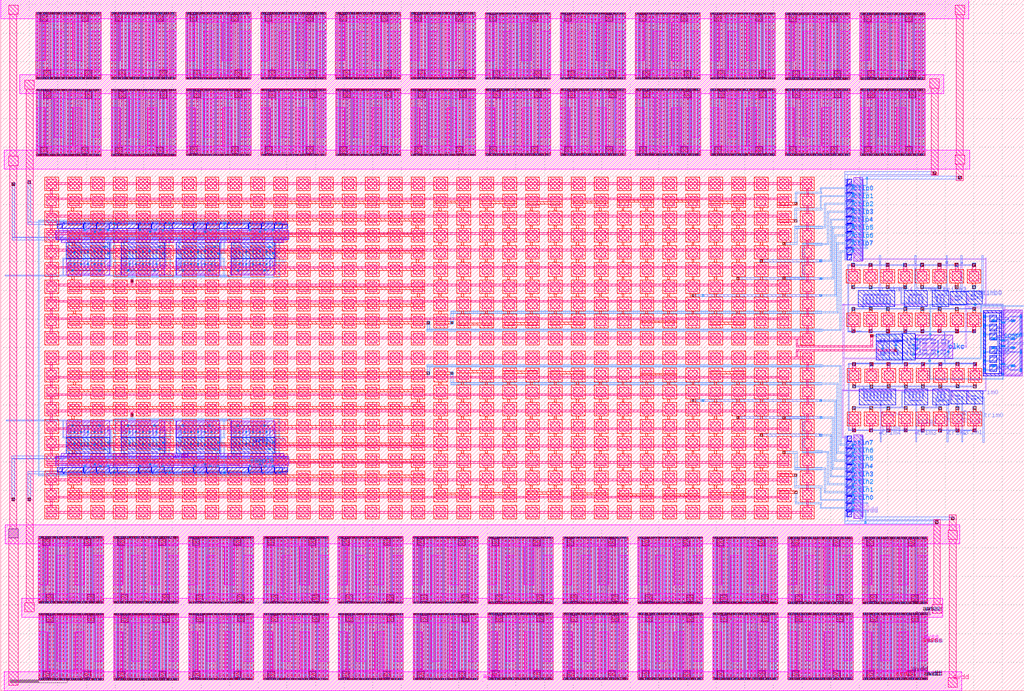
<source format=lef>
VERSION 5.7 ;
  NOWIREEXTENSIONATPIN ON ;
  DIVIDERCHAR "/" ;
  BUSBITCHARS "[]" ;
MACRO sar_analog
  CLASS CORE ;
  FOREIGN sar_analog ;
  ORIGIN 0.000 0.000 ;
  SIZE 178.795 BY 120.810 ;
  SITE unithddbl ;
  PIN ctlp7
    DIRECTION INPUT ;
    USE SIGNAL ;
    ANTENNAGATEAREA 0.495000 ;
    PORT
      LAYER li1 ;
        RECT 148.785 77.155 149.035 77.485 ;
      LAYER mcon ;
        RECT 148.790 77.260 148.990 77.460 ;
      LAYER met1 ;
        RECT 148.760 77.200 149.020 77.520 ;
      LAYER via ;
        RECT 148.760 77.230 149.020 77.490 ;
      LAYER met2 ;
        RECT 148.730 77.445 149.050 77.490 ;
        RECT 148.730 77.275 151.450 77.445 ;
        RECT 148.730 77.230 149.050 77.275 ;
    END
  END ctlp7
  PIN ctlp6
    DIRECTION INPUT ;
    USE SIGNAL ;
    ANTENNAGATEAREA 0.495000 ;
    PORT
      LAYER li1 ;
        RECT 148.785 78.530 149.035 78.860 ;
      LAYER mcon ;
        RECT 148.805 78.630 149.005 78.830 ;
      LAYER met1 ;
        RECT 148.775 78.570 149.035 78.890 ;
      LAYER via ;
        RECT 148.775 78.600 149.035 78.860 ;
      LAYER met2 ;
        RECT 148.745 78.815 149.065 78.860 ;
        RECT 148.745 78.645 151.480 78.815 ;
        RECT 148.745 78.600 149.065 78.645 ;
    END
  END ctlp6
  PIN ctlp5
    DIRECTION INPUT ;
    USE SIGNAL ;
    ANTENNAGATEAREA 0.495000 ;
    PORT
      LAYER li1 ;
        RECT 148.785 79.900 149.035 80.230 ;
      LAYER mcon ;
        RECT 148.795 80.005 148.995 80.205 ;
      LAYER met1 ;
        RECT 148.765 79.945 149.025 80.265 ;
      LAYER via ;
        RECT 148.765 79.975 149.025 80.235 ;
      LAYER met2 ;
        RECT 148.735 80.190 149.055 80.235 ;
        RECT 148.735 80.020 151.520 80.190 ;
        RECT 148.735 79.975 149.055 80.020 ;
    END
  END ctlp5
  PIN ctlp4
    DIRECTION INPUT ;
    USE SIGNAL ;
    ANTENNAGATEAREA 0.495000 ;
    PORT
      LAYER li1 ;
        RECT 148.785 81.275 149.035 81.605 ;
      LAYER mcon ;
        RECT 148.790 81.385 148.990 81.585 ;
      LAYER met1 ;
        RECT 148.760 81.325 149.020 81.645 ;
      LAYER via ;
        RECT 148.760 81.355 149.020 81.615 ;
      LAYER met2 ;
        RECT 148.730 81.570 149.050 81.615 ;
        RECT 148.730 81.400 151.510 81.570 ;
        RECT 148.730 81.355 149.050 81.400 ;
    END
  END ctlp4
  PIN ctlp3
    DIRECTION INPUT ;
    USE SIGNAL ;
    ANTENNAGATEAREA 0.495000 ;
    PORT
      LAYER li1 ;
        RECT 148.785 82.650 149.035 82.980 ;
      LAYER mcon ;
        RECT 148.795 82.760 148.995 82.960 ;
      LAYER met1 ;
        RECT 148.765 82.700 149.025 83.020 ;
      LAYER via ;
        RECT 148.765 82.730 149.025 82.990 ;
      LAYER met2 ;
        RECT 148.735 82.945 149.055 82.990 ;
        RECT 148.735 82.775 151.510 82.945 ;
        RECT 148.735 82.730 149.055 82.775 ;
    END
  END ctlp3
  PIN ctlp2
    DIRECTION INPUT ;
    USE SIGNAL ;
    ANTENNAGATEAREA 0.495000 ;
    PORT
      LAYER li1 ;
        RECT 148.785 84.030 149.035 84.360 ;
      LAYER mcon ;
        RECT 148.795 84.130 148.995 84.330 ;
      LAYER met1 ;
        RECT 148.765 84.070 149.025 84.390 ;
      LAYER via ;
        RECT 148.765 84.100 149.025 84.360 ;
      LAYER met2 ;
        RECT 148.735 84.315 149.055 84.360 ;
        RECT 148.735 84.145 151.510 84.315 ;
        RECT 148.735 84.100 149.055 84.145 ;
    END
  END ctlp2
  PIN ctlp1
    DIRECTION INPUT ;
    USE SIGNAL ;
    ANTENNAGATEAREA 0.495000 ;
    PORT
      LAYER li1 ;
        RECT 148.785 85.405 149.035 85.735 ;
      LAYER mcon ;
        RECT 148.795 85.515 148.995 85.715 ;
      LAYER met1 ;
        RECT 148.765 85.455 149.025 85.775 ;
      LAYER via ;
        RECT 148.765 85.485 149.025 85.745 ;
      LAYER met2 ;
        RECT 148.735 85.700 149.055 85.745 ;
        RECT 148.735 85.530 151.510 85.700 ;
        RECT 148.735 85.485 149.055 85.530 ;
    END
  END ctlp1
  PIN ctlp0
    DIRECTION INPUT ;
    USE SIGNAL ;
    ANTENNAGATEAREA 0.495000 ;
    PORT
      LAYER li1 ;
        RECT 148.785 86.775 149.035 87.105 ;
      LAYER mcon ;
        RECT 148.810 86.870 149.010 87.070 ;
      LAYER met1 ;
        RECT 148.780 86.810 149.040 87.130 ;
      LAYER via ;
        RECT 148.780 86.840 149.040 87.100 ;
      LAYER met2 ;
        RECT 148.750 87.055 149.070 87.100 ;
        RECT 148.750 86.885 151.520 87.055 ;
        RECT 148.750 86.840 149.070 86.885 ;
    END
  END ctlp0
  PIN ctln7
    DIRECTION INPUT ;
    USE SIGNAL ;
    ANTENNAGATEAREA 0.495000 ;
    PORT
      LAYER li1 ;
        RECT 148.785 42.365 149.035 42.695 ;
      LAYER mcon ;
        RECT 148.790 42.390 148.990 42.590 ;
      LAYER met1 ;
        RECT 148.760 42.330 149.020 42.650 ;
      LAYER via ;
        RECT 148.760 42.360 149.020 42.620 ;
      LAYER met2 ;
        RECT 148.730 42.575 149.050 42.620 ;
        RECT 148.730 42.405 151.500 42.575 ;
        RECT 148.730 42.360 149.050 42.405 ;
    END
  END ctln7
  PIN ctln6
    DIRECTION INPUT ;
    USE SIGNAL ;
    ANTENNAGATEAREA 0.495000 ;
    PORT
      LAYER li1 ;
        RECT 148.785 40.990 149.035 41.320 ;
      LAYER mcon ;
        RECT 148.805 41.020 149.005 41.220 ;
      LAYER met1 ;
        RECT 148.775 40.960 149.035 41.280 ;
      LAYER via ;
        RECT 148.775 40.990 149.035 41.250 ;
      LAYER met2 ;
        RECT 148.745 41.205 149.065 41.250 ;
        RECT 148.745 41.035 151.500 41.205 ;
        RECT 148.745 40.990 149.065 41.035 ;
    END
  END ctln6
  PIN ctln5
    DIRECTION INPUT ;
    USE SIGNAL ;
    ANTENNAGATEAREA 0.495000 ;
    PORT
      LAYER li1 ;
        RECT 148.785 39.620 149.035 39.950 ;
      LAYER mcon ;
        RECT 148.795 39.645 148.995 39.845 ;
      LAYER met1 ;
        RECT 148.765 39.585 149.025 39.905 ;
      LAYER via ;
        RECT 148.765 39.615 149.025 39.875 ;
      LAYER met2 ;
        RECT 148.735 39.830 149.055 39.875 ;
        RECT 148.735 39.660 151.500 39.830 ;
        RECT 148.735 39.615 149.055 39.660 ;
    END
  END ctln5
  PIN ctln4
    DIRECTION INPUT ;
    USE SIGNAL ;
    ANTENNAGATEAREA 0.495000 ;
    PORT
      LAYER li1 ;
        RECT 148.785 38.245 149.035 38.575 ;
      LAYER mcon ;
        RECT 148.790 38.265 148.990 38.465 ;
      LAYER met1 ;
        RECT 148.760 38.205 149.020 38.525 ;
      LAYER via ;
        RECT 148.760 38.235 149.020 38.495 ;
      LAYER met2 ;
        RECT 148.730 38.450 149.050 38.495 ;
        RECT 148.730 38.280 151.490 38.450 ;
        RECT 148.730 38.235 149.050 38.280 ;
    END
  END ctln4
  PIN ctln3
    DIRECTION INPUT ;
    USE SIGNAL ;
    ANTENNAGATEAREA 0.495000 ;
    PORT
      LAYER li1 ;
        RECT 148.785 36.870 149.035 37.200 ;
      LAYER mcon ;
        RECT 148.795 36.890 148.995 37.090 ;
      LAYER met1 ;
        RECT 148.765 36.830 149.025 37.150 ;
      LAYER via ;
        RECT 148.765 36.860 149.025 37.120 ;
      LAYER met2 ;
        RECT 148.735 37.075 149.055 37.120 ;
        RECT 148.735 36.905 151.470 37.075 ;
        RECT 148.735 36.860 149.055 36.905 ;
    END
  END ctln3
  PIN ctln2
    DIRECTION INPUT ;
    USE SIGNAL ;
    ANTENNAGATEAREA 0.495000 ;
    PORT
      LAYER li1 ;
        RECT 148.785 35.490 149.035 35.820 ;
      LAYER mcon ;
        RECT 148.795 35.520 148.995 35.720 ;
      LAYER met1 ;
        RECT 148.765 35.460 149.025 35.780 ;
      LAYER via ;
        RECT 148.765 35.490 149.025 35.750 ;
      LAYER met2 ;
        RECT 148.735 35.705 149.055 35.750 ;
        RECT 148.735 35.535 151.440 35.705 ;
        RECT 148.735 35.490 149.055 35.535 ;
    END
  END ctln2
  PIN ctln1
    DIRECTION INPUT ;
    USE SIGNAL ;
    ANTENNAGATEAREA 0.495000 ;
    PORT
      LAYER li1 ;
        RECT 148.785 34.115 149.035 34.445 ;
      LAYER mcon ;
        RECT 148.795 34.135 148.995 34.335 ;
      LAYER met1 ;
        RECT 148.765 34.075 149.025 34.395 ;
      LAYER via ;
        RECT 148.765 34.105 149.025 34.365 ;
      LAYER met2 ;
        RECT 148.735 34.320 149.055 34.365 ;
        RECT 148.735 34.150 151.430 34.320 ;
        RECT 148.735 34.105 149.055 34.150 ;
    END
  END ctln1
  PIN ctln0
    DIRECTION INPUT ;
    USE SIGNAL ;
    ANTENNAGATEAREA 0.495000 ;
    PORT
      LAYER li1 ;
        RECT 148.785 32.745 149.035 33.075 ;
      LAYER mcon ;
        RECT 148.810 32.780 149.010 32.980 ;
      LAYER met1 ;
        RECT 148.780 32.720 149.040 33.040 ;
      LAYER via ;
        RECT 148.780 32.750 149.040 33.010 ;
      LAYER met2 ;
        RECT 148.750 32.965 149.070 33.010 ;
        RECT 148.750 32.795 151.450 32.965 ;
        RECT 148.750 32.750 149.070 32.795 ;
    END
  END ctln0
  PIN trim4
    DIRECTION INPUT ;
    USE SIGNAL ;
    ANTENNAGATEAREA 2.400000 ;
    PORT
      LAYER li1 ;
        RECT 150.920 50.665 151.250 50.835 ;
        RECT 151.510 50.665 151.840 50.835 ;
        RECT 152.100 50.665 152.430 50.835 ;
        RECT 152.690 50.665 153.020 50.835 ;
        RECT 153.280 50.665 153.610 50.835 ;
        RECT 153.870 50.665 154.200 50.835 ;
        RECT 154.460 50.665 154.790 50.835 ;
        RECT 155.050 50.665 155.380 50.835 ;
        RECT 153.620 44.950 153.850 50.165 ;
      LAYER mcon ;
        RECT 151.000 50.665 151.170 50.835 ;
        RECT 151.590 50.665 151.760 50.835 ;
        RECT 152.180 50.665 152.350 50.835 ;
        RECT 152.770 50.665 152.940 50.835 ;
        RECT 153.360 50.665 153.530 50.835 ;
        RECT 153.950 50.665 154.120 50.835 ;
        RECT 154.540 50.665 154.710 50.835 ;
        RECT 155.130 50.665 155.300 50.835 ;
        RECT 153.650 49.965 153.820 50.135 ;
        RECT 153.620 44.980 153.850 45.210 ;
      LAYER met1 ;
        RECT 150.940 50.635 155.375 50.865 ;
        RECT 153.620 49.905 153.850 50.635 ;
        RECT 153.590 44.920 153.880 45.270 ;
        RECT 153.620 43.545 153.850 44.920 ;
    END
  END trim4
  PIN trim3
    DIRECTION INPUT ;
    USE SIGNAL ;
    ANTENNAGATEAREA 1.200000 ;
    PORT
      LAYER li1 ;
        RECT 158.910 50.665 159.240 50.835 ;
        RECT 159.500 50.665 159.830 50.835 ;
        RECT 160.090 50.665 160.420 50.835 ;
        RECT 160.680 50.665 161.010 50.835 ;
        RECT 159.830 44.980 160.060 46.320 ;
      LAYER mcon ;
        RECT 158.990 50.665 159.160 50.835 ;
        RECT 159.580 50.665 159.750 50.835 ;
        RECT 160.170 50.665 160.340 50.835 ;
        RECT 160.760 50.665 160.930 50.835 ;
        RECT 159.860 46.120 160.030 46.290 ;
      LAYER met1 ;
        RECT 158.930 50.635 160.990 50.865 ;
        RECT 159.830 46.060 160.060 50.635 ;
        RECT 159.800 44.920 160.080 45.270 ;
        RECT 159.830 43.470 160.050 44.920 ;
    END
  END trim3
  PIN trim2
    DIRECTION INPUT ;
    USE SIGNAL ;
    ANTENNAGATEAREA 0.600000 ;
    PORT
      LAYER li1 ;
        RECT 163.815 50.665 164.145 50.835 ;
        RECT 164.405 50.665 164.735 50.835 ;
        RECT 165.270 45.000 165.500 47.735 ;
      LAYER mcon ;
        RECT 163.895 50.665 164.065 50.835 ;
        RECT 164.485 50.665 164.655 50.835 ;
        RECT 165.300 47.535 165.470 47.705 ;
      LAYER met1 ;
        RECT 163.825 50.860 164.130 50.900 ;
        RECT 164.415 50.860 164.720 50.895 ;
        RECT 163.825 50.630 165.500 50.860 ;
        RECT 163.825 50.600 164.130 50.630 ;
        RECT 164.415 50.595 164.720 50.630 ;
        RECT 165.270 47.475 165.500 50.630 ;
        RECT 165.240 44.940 165.530 45.290 ;
        RECT 165.270 43.515 165.500 44.940 ;
    END
  END trim2
  PIN trim1
    DIRECTION INPUT ;
    USE SIGNAL ;
    ANTENNAGATEAREA 0.300000 ;
    PORT
      LAYER li1 ;
        RECT 167.900 51.140 168.070 51.470 ;
        RECT 167.865 45.025 168.085 47.810 ;
      LAYER mcon ;
        RECT 167.900 51.220 168.070 51.390 ;
        RECT 167.890 47.615 168.060 47.785 ;
      LAYER met1 ;
        RECT 167.845 51.155 168.135 51.455 ;
        RECT 167.865 47.845 168.085 51.155 ;
        RECT 167.860 47.555 168.090 47.845 ;
        RECT 167.805 44.995 168.145 45.275 ;
        RECT 167.865 43.500 168.085 44.995 ;
    END
  END trim1
  PIN trim0
    DIRECTION INPUT ;
    USE SIGNAL ;
    ANTENNAGATEAREA 0.300000 ;
    PORT
      LAYER li1 ;
        RECT 170.695 51.075 170.865 51.405 ;
      LAYER mcon ;
        RECT 170.695 51.155 170.865 51.325 ;
      LAYER met1 ;
        RECT 170.640 51.370 170.930 51.390 ;
        RECT 170.640 51.120 171.785 51.370 ;
        RECT 170.640 51.090 170.930 51.120 ;
        RECT 171.535 43.415 171.785 51.120 ;
    END
  END trim0
  PIN trimb4
    DIRECTION INPUT ;
    USE SIGNAL ;
    ANTENNAGATEAREA 2.400000 ;
    PORT
      LAYER li1 ;
        RECT 153.505 69.815 153.735 75.030 ;
        RECT 150.805 69.145 151.135 69.315 ;
        RECT 151.395 69.145 151.725 69.315 ;
        RECT 151.985 69.145 152.315 69.315 ;
        RECT 152.575 69.145 152.905 69.315 ;
        RECT 153.165 69.145 153.495 69.315 ;
        RECT 153.755 69.145 154.085 69.315 ;
        RECT 154.345 69.145 154.675 69.315 ;
        RECT 154.935 69.145 155.265 69.315 ;
      LAYER mcon ;
        RECT 153.505 74.770 153.735 75.000 ;
        RECT 153.535 69.845 153.705 70.015 ;
        RECT 150.885 69.145 151.055 69.315 ;
        RECT 151.475 69.145 151.645 69.315 ;
        RECT 152.065 69.145 152.235 69.315 ;
        RECT 152.655 69.145 152.825 69.315 ;
        RECT 153.245 69.145 153.415 69.315 ;
        RECT 153.835 69.145 154.005 69.315 ;
        RECT 154.425 69.145 154.595 69.315 ;
        RECT 155.015 69.145 155.185 69.315 ;
      LAYER met1 ;
        RECT 153.505 75.060 153.735 76.090 ;
        RECT 153.475 74.710 153.765 75.060 ;
        RECT 153.505 69.345 153.735 70.075 ;
        RECT 150.825 69.115 155.260 69.345 ;
    END
  END trimb4
  PIN trimb3
    DIRECTION INPUT ;
    USE SIGNAL ;
    ANTENNAGATEAREA 1.200000 ;
    PORT
      LAYER li1 ;
        RECT 159.715 73.660 159.945 75.000 ;
        RECT 158.795 69.145 159.125 69.315 ;
        RECT 159.385 69.145 159.715 69.315 ;
        RECT 159.975 69.145 160.305 69.315 ;
        RECT 160.565 69.145 160.895 69.315 ;
      LAYER mcon ;
        RECT 159.715 74.770 159.935 75.000 ;
        RECT 159.745 73.690 159.915 73.860 ;
        RECT 158.875 69.145 159.045 69.315 ;
        RECT 159.465 69.145 159.635 69.315 ;
        RECT 160.055 69.145 160.225 69.315 ;
        RECT 160.645 69.145 160.815 69.315 ;
      LAYER met1 ;
        RECT 159.715 75.060 159.935 76.090 ;
        RECT 159.685 74.710 159.965 75.060 ;
        RECT 159.715 69.345 159.945 73.920 ;
        RECT 158.815 69.115 160.875 69.345 ;
    END
  END trimb3
  PIN trimb2
    DIRECTION INPUT ;
    USE SIGNAL ;
    ANTENNAGATEAREA 0.600000 ;
    PORT
      LAYER li1 ;
        RECT 165.155 72.245 165.385 74.980 ;
        RECT 163.700 69.145 164.030 69.315 ;
        RECT 164.290 69.145 164.620 69.315 ;
      LAYER mcon ;
        RECT 165.155 74.750 165.385 74.980 ;
        RECT 165.185 72.275 165.355 72.445 ;
        RECT 163.780 69.145 163.950 69.315 ;
        RECT 164.370 69.145 164.540 69.315 ;
      LAYER met1 ;
        RECT 165.155 75.040 165.385 76.090 ;
        RECT 165.125 74.690 165.415 75.040 ;
        RECT 163.710 69.350 164.015 69.380 ;
        RECT 164.300 69.350 164.605 69.385 ;
        RECT 165.155 69.350 165.385 72.505 ;
        RECT 163.710 69.120 165.385 69.350 ;
        RECT 163.710 69.080 164.015 69.120 ;
        RECT 164.300 69.085 164.605 69.120 ;
    END
  END trimb2
  PIN trimb1
    DIRECTION INPUT ;
    USE SIGNAL ;
    ANTENNAGATEAREA 0.300000 ;
    PORT
      LAYER li1 ;
        RECT 167.750 72.170 167.970 74.955 ;
        RECT 167.785 68.510 167.955 68.840 ;
      LAYER mcon ;
        RECT 167.750 74.735 167.970 74.955 ;
        RECT 167.775 72.195 167.945 72.365 ;
        RECT 167.785 68.590 167.955 68.760 ;
      LAYER met1 ;
        RECT 167.750 74.985 167.970 76.090 ;
        RECT 167.690 74.705 168.030 74.985 ;
        RECT 167.745 72.135 167.975 72.425 ;
        RECT 167.750 68.825 167.970 72.135 ;
        RECT 167.730 68.525 168.020 68.825 ;
    END
  END trimb1
  PIN trimb0
    DIRECTION INPUT ;
    USE SIGNAL ;
    ANTENNAGATEAREA 0.300000 ;
    PORT
      LAYER li1 ;
        RECT 170.580 68.575 170.750 68.905 ;
      LAYER mcon ;
        RECT 170.580 68.655 170.750 68.825 ;
      LAYER met1 ;
        RECT 170.525 68.860 170.815 68.890 ;
        RECT 171.420 68.860 171.670 76.090 ;
        RECT 170.525 68.610 171.670 68.860 ;
        RECT 170.525 68.590 170.815 68.610 ;
    END
  END trimb0
  PIN vinp
    DIRECTION INPUT ;
    USE SIGNAL ;
    ANTENNADIFFAREA 13.920000 ;
    PORT
      LAYER li1 ;
        RECT 12.185 76.370 12.355 77.230 ;
        RECT 13.365 76.370 13.535 77.230 ;
        RECT 14.545 76.370 14.715 77.230 ;
        RECT 15.725 76.370 15.895 77.230 ;
        RECT 16.905 76.370 17.075 77.230 ;
        RECT 18.085 76.370 18.255 77.230 ;
        RECT 21.800 76.370 21.970 77.230 ;
        RECT 22.980 76.370 23.150 77.230 ;
        RECT 24.160 76.370 24.330 77.230 ;
        RECT 25.340 76.370 25.510 77.230 ;
        RECT 26.520 76.370 26.690 77.230 ;
        RECT 27.700 76.370 27.870 77.230 ;
        RECT 31.415 76.370 31.585 77.230 ;
        RECT 32.595 76.370 32.765 77.230 ;
        RECT 33.775 76.370 33.945 77.230 ;
        RECT 34.955 76.370 35.125 77.230 ;
        RECT 36.135 76.370 36.305 77.230 ;
        RECT 37.315 76.370 37.485 77.230 ;
        RECT 41.030 76.370 41.200 77.230 ;
        RECT 42.210 76.370 42.380 77.230 ;
        RECT 43.390 76.370 43.560 77.230 ;
        RECT 44.570 76.370 44.740 77.230 ;
        RECT 45.750 76.370 45.920 77.230 ;
        RECT 46.930 76.370 47.100 77.230 ;
        RECT 12.195 73.885 12.365 74.745 ;
        RECT 13.375 73.885 13.545 74.745 ;
        RECT 14.555 73.885 14.725 74.745 ;
        RECT 15.735 73.885 15.905 74.745 ;
        RECT 16.915 73.885 17.085 74.745 ;
        RECT 18.095 73.885 18.265 74.745 ;
        RECT 21.810 73.885 21.980 74.745 ;
        RECT 22.990 73.885 23.160 74.745 ;
        RECT 24.170 73.885 24.340 74.745 ;
        RECT 25.350 73.885 25.520 74.745 ;
        RECT 26.530 73.885 26.700 74.745 ;
        RECT 27.710 73.885 27.880 74.745 ;
        RECT 31.425 73.885 31.595 74.745 ;
        RECT 32.605 73.885 32.775 74.745 ;
        RECT 33.785 73.885 33.955 74.745 ;
        RECT 34.965 73.885 35.135 74.745 ;
        RECT 36.145 73.885 36.315 74.745 ;
        RECT 37.325 73.885 37.495 74.745 ;
        RECT 41.040 73.885 41.210 74.745 ;
        RECT 42.220 73.885 42.390 74.745 ;
        RECT 43.400 73.885 43.570 74.745 ;
        RECT 44.580 73.885 44.750 74.745 ;
        RECT 45.760 73.885 45.930 74.745 ;
        RECT 46.940 73.885 47.110 74.745 ;
      LAYER mcon ;
        RECT 12.185 76.450 12.355 77.150 ;
        RECT 13.365 76.450 13.535 77.150 ;
        RECT 14.545 76.450 14.715 77.150 ;
        RECT 15.725 76.450 15.895 77.150 ;
        RECT 16.905 76.450 17.075 77.150 ;
        RECT 18.085 76.450 18.255 77.150 ;
        RECT 21.800 76.450 21.970 77.150 ;
        RECT 22.980 76.450 23.150 77.150 ;
        RECT 24.160 76.450 24.330 77.150 ;
        RECT 25.340 76.450 25.510 77.150 ;
        RECT 26.520 76.450 26.690 77.150 ;
        RECT 27.700 76.450 27.870 77.150 ;
        RECT 31.415 76.450 31.585 77.150 ;
        RECT 32.595 76.450 32.765 77.150 ;
        RECT 33.775 76.450 33.945 77.150 ;
        RECT 34.955 76.450 35.125 77.150 ;
        RECT 36.135 76.450 36.305 77.150 ;
        RECT 37.315 76.450 37.485 77.150 ;
        RECT 41.030 76.450 41.200 77.150 ;
        RECT 42.210 76.450 42.380 77.150 ;
        RECT 43.390 76.450 43.560 77.150 ;
        RECT 44.570 76.450 44.740 77.150 ;
        RECT 45.750 76.450 45.920 77.150 ;
        RECT 46.930 76.450 47.100 77.150 ;
        RECT 12.195 73.965 12.365 74.665 ;
        RECT 13.375 73.965 13.545 74.665 ;
        RECT 14.555 73.965 14.725 74.665 ;
        RECT 15.735 73.965 15.905 74.665 ;
        RECT 16.915 73.965 17.085 74.665 ;
        RECT 18.095 73.965 18.265 74.665 ;
        RECT 21.810 73.965 21.980 74.665 ;
        RECT 22.990 73.965 23.160 74.665 ;
        RECT 24.170 73.965 24.340 74.665 ;
        RECT 25.350 73.965 25.520 74.665 ;
        RECT 26.530 73.965 26.700 74.665 ;
        RECT 27.710 73.965 27.880 74.665 ;
        RECT 31.425 73.965 31.595 74.665 ;
        RECT 32.605 73.965 32.775 74.665 ;
        RECT 33.785 73.965 33.955 74.665 ;
        RECT 34.965 73.965 35.135 74.665 ;
        RECT 36.145 73.965 36.315 74.665 ;
        RECT 37.325 73.965 37.495 74.665 ;
        RECT 41.040 73.965 41.210 74.665 ;
        RECT 42.220 73.965 42.390 74.665 ;
        RECT 43.400 73.965 43.570 74.665 ;
        RECT 44.580 73.965 44.750 74.665 ;
        RECT 45.760 73.965 45.930 74.665 ;
        RECT 46.940 73.965 47.110 74.665 ;
      LAYER met1 ;
        RECT 12.155 76.390 12.385 77.210 ;
        RECT 13.335 76.390 13.565 77.210 ;
        RECT 14.515 76.390 14.745 77.210 ;
        RECT 15.695 76.390 15.925 77.210 ;
        RECT 16.875 76.390 17.105 77.210 ;
        RECT 18.055 76.390 18.285 77.210 ;
        RECT 21.770 76.390 22.000 77.210 ;
        RECT 22.950 76.390 23.180 77.210 ;
        RECT 24.130 76.390 24.360 77.210 ;
        RECT 25.310 76.390 25.540 77.210 ;
        RECT 26.490 76.390 26.720 77.210 ;
        RECT 27.670 76.390 27.900 77.210 ;
        RECT 31.385 76.390 31.615 77.210 ;
        RECT 32.565 76.390 32.795 77.210 ;
        RECT 33.745 76.390 33.975 77.210 ;
        RECT 34.925 76.390 35.155 77.210 ;
        RECT 36.105 76.390 36.335 77.210 ;
        RECT 37.285 76.390 37.515 77.210 ;
        RECT 41.000 76.390 41.230 77.210 ;
        RECT 42.180 76.390 42.410 77.210 ;
        RECT 43.360 76.390 43.590 77.210 ;
        RECT 44.540 76.390 44.770 77.210 ;
        RECT 45.720 76.390 45.950 77.210 ;
        RECT 46.900 76.390 47.130 77.210 ;
        RECT 10.865 75.655 11.575 75.665 ;
        RECT 12.180 75.655 12.360 76.390 ;
        RECT 13.355 75.655 13.535 76.390 ;
        RECT 14.540 75.655 14.720 76.390 ;
        RECT 15.715 75.655 15.895 76.390 ;
        RECT 16.915 75.655 17.095 76.390 ;
        RECT 18.080 75.655 18.260 76.390 ;
        RECT 21.795 75.655 21.975 76.390 ;
        RECT 22.970 75.655 23.150 76.390 ;
        RECT 24.155 75.655 24.335 76.390 ;
        RECT 25.330 75.655 25.510 76.390 ;
        RECT 26.530 75.655 26.710 76.390 ;
        RECT 27.695 75.655 27.875 76.390 ;
        RECT 31.410 75.655 31.590 76.390 ;
        RECT 32.585 75.655 32.765 76.390 ;
        RECT 33.770 75.655 33.950 76.390 ;
        RECT 34.945 75.655 35.125 76.390 ;
        RECT 36.145 75.655 36.325 76.390 ;
        RECT 37.310 75.655 37.490 76.390 ;
        RECT 41.025 75.655 41.205 76.390 ;
        RECT 42.200 75.655 42.380 76.390 ;
        RECT 43.385 75.655 43.565 76.390 ;
        RECT 44.560 75.655 44.740 76.390 ;
        RECT 45.760 75.655 45.940 76.390 ;
        RECT 46.925 75.655 47.105 76.390 ;
        RECT 10.865 75.485 18.260 75.655 ;
        RECT 20.965 75.650 27.875 75.655 ;
        RECT 30.580 75.650 37.490 75.655 ;
        RECT 10.865 72.720 11.045 75.485 ;
        RECT 11.350 75.475 18.260 75.485 ;
        RECT 12.180 75.470 18.260 75.475 ;
        RECT 12.180 75.465 13.535 75.470 ;
        RECT 12.180 74.725 12.360 75.465 ;
        RECT 13.355 74.725 13.535 75.465 ;
        RECT 14.540 74.725 14.720 75.470 ;
        RECT 15.715 74.725 15.895 75.470 ;
        RECT 16.915 74.725 17.095 75.470 ;
        RECT 18.080 74.725 18.260 75.470 ;
        RECT 20.955 75.475 27.875 75.650 ;
        RECT 12.165 73.905 12.395 74.725 ;
        RECT 13.345 73.905 13.575 74.725 ;
        RECT 14.525 73.905 14.755 74.725 ;
        RECT 15.705 73.905 15.935 74.725 ;
        RECT 16.885 73.905 17.115 74.725 ;
        RECT 18.065 73.905 18.295 74.725 ;
        RECT 20.955 72.720 21.135 75.475 ;
        RECT 21.795 75.470 27.875 75.475 ;
        RECT 21.795 75.465 23.150 75.470 ;
        RECT 21.795 74.725 21.975 75.465 ;
        RECT 22.970 74.725 23.150 75.465 ;
        RECT 24.155 74.725 24.335 75.470 ;
        RECT 25.330 74.725 25.510 75.470 ;
        RECT 26.530 74.725 26.710 75.470 ;
        RECT 27.695 74.725 27.875 75.470 ;
        RECT 30.575 75.475 37.490 75.650 ;
        RECT 21.780 73.905 22.010 74.725 ;
        RECT 22.960 73.905 23.190 74.725 ;
        RECT 24.140 73.905 24.370 74.725 ;
        RECT 25.320 73.905 25.550 74.725 ;
        RECT 26.500 73.905 26.730 74.725 ;
        RECT 27.680 73.905 27.910 74.725 ;
        RECT 30.575 72.720 30.755 75.475 ;
        RECT 31.410 75.470 37.490 75.475 ;
        RECT 31.410 75.465 32.765 75.470 ;
        RECT 31.410 74.725 31.590 75.465 ;
        RECT 32.585 74.725 32.765 75.465 ;
        RECT 33.770 74.725 33.950 75.470 ;
        RECT 34.945 74.725 35.125 75.470 ;
        RECT 36.145 74.725 36.325 75.470 ;
        RECT 37.310 74.725 37.490 75.470 ;
        RECT 40.195 75.475 47.105 75.655 ;
        RECT 31.395 73.905 31.625 74.725 ;
        RECT 32.575 73.905 32.805 74.725 ;
        RECT 33.755 73.905 33.985 74.725 ;
        RECT 34.935 73.905 35.165 74.725 ;
        RECT 36.115 73.905 36.345 74.725 ;
        RECT 37.295 73.905 37.525 74.725 ;
        RECT 40.195 72.720 40.375 75.475 ;
        RECT 41.025 75.470 47.105 75.475 ;
        RECT 41.025 75.465 42.380 75.470 ;
        RECT 41.025 74.725 41.205 75.465 ;
        RECT 42.200 74.725 42.380 75.465 ;
        RECT 43.385 74.725 43.565 75.470 ;
        RECT 44.560 74.725 44.740 75.470 ;
        RECT 45.760 74.725 45.940 75.470 ;
        RECT 46.925 74.725 47.105 75.470 ;
        RECT 41.010 73.905 41.240 74.725 ;
        RECT 42.190 73.905 42.420 74.725 ;
        RECT 43.370 73.905 43.600 74.725 ;
        RECT 44.550 73.905 44.780 74.725 ;
        RECT 45.730 73.905 45.960 74.725 ;
        RECT 46.910 73.905 47.140 74.725 ;
        RECT 0.755 72.540 40.375 72.720 ;
    END
  END vinp
  PIN vinn
    DIRECTION INPUT ;
    USE SIGNAL ;
    ANTENNADIFFAREA 13.920000 ;
    PORT
      LAYER li1 ;
        RECT 12.195 45.105 12.365 45.965 ;
        RECT 13.375 45.105 13.545 45.965 ;
        RECT 14.555 45.105 14.725 45.965 ;
        RECT 15.735 45.105 15.905 45.965 ;
        RECT 16.915 45.105 17.085 45.965 ;
        RECT 18.095 45.105 18.265 45.965 ;
        RECT 21.810 45.105 21.980 45.965 ;
        RECT 22.990 45.105 23.160 45.965 ;
        RECT 24.170 45.105 24.340 45.965 ;
        RECT 25.350 45.105 25.520 45.965 ;
        RECT 26.530 45.105 26.700 45.965 ;
        RECT 27.710 45.105 27.880 45.965 ;
        RECT 31.425 45.105 31.595 45.965 ;
        RECT 32.605 45.105 32.775 45.965 ;
        RECT 33.785 45.105 33.955 45.965 ;
        RECT 34.965 45.105 35.135 45.965 ;
        RECT 36.145 45.105 36.315 45.965 ;
        RECT 37.325 45.105 37.495 45.965 ;
        RECT 41.040 45.105 41.210 45.965 ;
        RECT 42.220 45.105 42.390 45.965 ;
        RECT 43.400 45.105 43.570 45.965 ;
        RECT 44.580 45.105 44.750 45.965 ;
        RECT 45.760 45.105 45.930 45.965 ;
        RECT 46.940 45.105 47.110 45.965 ;
        RECT 12.185 42.620 12.355 43.480 ;
        RECT 13.365 42.620 13.535 43.480 ;
        RECT 14.545 42.620 14.715 43.480 ;
        RECT 15.725 42.620 15.895 43.480 ;
        RECT 16.905 42.620 17.075 43.480 ;
        RECT 18.085 42.620 18.255 43.480 ;
        RECT 21.800 42.620 21.970 43.480 ;
        RECT 22.980 42.620 23.150 43.480 ;
        RECT 24.160 42.620 24.330 43.480 ;
        RECT 25.340 42.620 25.510 43.480 ;
        RECT 26.520 42.620 26.690 43.480 ;
        RECT 27.700 42.620 27.870 43.480 ;
        RECT 31.415 42.620 31.585 43.480 ;
        RECT 32.595 42.620 32.765 43.480 ;
        RECT 33.775 42.620 33.945 43.480 ;
        RECT 34.955 42.620 35.125 43.480 ;
        RECT 36.135 42.620 36.305 43.480 ;
        RECT 37.315 42.620 37.485 43.480 ;
        RECT 41.030 42.620 41.200 43.480 ;
        RECT 42.210 42.620 42.380 43.480 ;
        RECT 43.390 42.620 43.560 43.480 ;
        RECT 44.570 42.620 44.740 43.480 ;
        RECT 45.750 42.620 45.920 43.480 ;
        RECT 46.930 42.620 47.100 43.480 ;
      LAYER mcon ;
        RECT 12.195 45.185 12.365 45.885 ;
        RECT 13.375 45.185 13.545 45.885 ;
        RECT 14.555 45.185 14.725 45.885 ;
        RECT 15.735 45.185 15.905 45.885 ;
        RECT 16.915 45.185 17.085 45.885 ;
        RECT 18.095 45.185 18.265 45.885 ;
        RECT 21.810 45.185 21.980 45.885 ;
        RECT 22.990 45.185 23.160 45.885 ;
        RECT 24.170 45.185 24.340 45.885 ;
        RECT 25.350 45.185 25.520 45.885 ;
        RECT 26.530 45.185 26.700 45.885 ;
        RECT 27.710 45.185 27.880 45.885 ;
        RECT 31.425 45.185 31.595 45.885 ;
        RECT 32.605 45.185 32.775 45.885 ;
        RECT 33.785 45.185 33.955 45.885 ;
        RECT 34.965 45.185 35.135 45.885 ;
        RECT 36.145 45.185 36.315 45.885 ;
        RECT 37.325 45.185 37.495 45.885 ;
        RECT 41.040 45.185 41.210 45.885 ;
        RECT 42.220 45.185 42.390 45.885 ;
        RECT 43.400 45.185 43.570 45.885 ;
        RECT 44.580 45.185 44.750 45.885 ;
        RECT 45.760 45.185 45.930 45.885 ;
        RECT 46.940 45.185 47.110 45.885 ;
        RECT 12.185 42.700 12.355 43.400 ;
        RECT 13.365 42.700 13.535 43.400 ;
        RECT 14.545 42.700 14.715 43.400 ;
        RECT 15.725 42.700 15.895 43.400 ;
        RECT 16.905 42.700 17.075 43.400 ;
        RECT 18.085 42.700 18.255 43.400 ;
        RECT 21.800 42.700 21.970 43.400 ;
        RECT 22.980 42.700 23.150 43.400 ;
        RECT 24.160 42.700 24.330 43.400 ;
        RECT 25.340 42.700 25.510 43.400 ;
        RECT 26.520 42.700 26.690 43.400 ;
        RECT 27.700 42.700 27.870 43.400 ;
        RECT 31.415 42.700 31.585 43.400 ;
        RECT 32.595 42.700 32.765 43.400 ;
        RECT 33.775 42.700 33.945 43.400 ;
        RECT 34.955 42.700 35.125 43.400 ;
        RECT 36.135 42.700 36.305 43.400 ;
        RECT 37.315 42.700 37.485 43.400 ;
        RECT 41.030 42.700 41.200 43.400 ;
        RECT 42.210 42.700 42.380 43.400 ;
        RECT 43.390 42.700 43.560 43.400 ;
        RECT 44.570 42.700 44.740 43.400 ;
        RECT 45.750 42.700 45.920 43.400 ;
        RECT 46.930 42.700 47.100 43.400 ;
      LAYER met1 ;
        RECT 0.925 47.130 40.375 47.310 ;
        RECT 10.865 44.365 11.045 47.130 ;
        RECT 12.165 45.125 12.395 45.945 ;
        RECT 13.345 45.125 13.575 45.945 ;
        RECT 14.525 45.125 14.755 45.945 ;
        RECT 15.705 45.125 15.935 45.945 ;
        RECT 16.885 45.125 17.115 45.945 ;
        RECT 18.065 45.125 18.295 45.945 ;
        RECT 12.180 44.385 12.360 45.125 ;
        RECT 13.355 44.385 13.535 45.125 ;
        RECT 12.180 44.380 13.535 44.385 ;
        RECT 14.540 44.380 14.720 45.125 ;
        RECT 15.715 44.380 15.895 45.125 ;
        RECT 16.915 44.380 17.095 45.125 ;
        RECT 18.080 44.380 18.260 45.125 ;
        RECT 12.180 44.375 18.260 44.380 ;
        RECT 11.350 44.365 18.260 44.375 ;
        RECT 10.865 44.195 18.260 44.365 ;
        RECT 20.955 44.375 21.135 47.130 ;
        RECT 21.780 45.125 22.010 45.945 ;
        RECT 22.960 45.125 23.190 45.945 ;
        RECT 24.140 45.125 24.370 45.945 ;
        RECT 25.320 45.125 25.550 45.945 ;
        RECT 26.500 45.125 26.730 45.945 ;
        RECT 27.680 45.125 27.910 45.945 ;
        RECT 21.795 44.385 21.975 45.125 ;
        RECT 22.970 44.385 23.150 45.125 ;
        RECT 21.795 44.380 23.150 44.385 ;
        RECT 24.155 44.380 24.335 45.125 ;
        RECT 25.330 44.380 25.510 45.125 ;
        RECT 26.530 44.380 26.710 45.125 ;
        RECT 27.695 44.380 27.875 45.125 ;
        RECT 21.795 44.375 27.875 44.380 ;
        RECT 20.955 44.200 27.875 44.375 ;
        RECT 30.575 44.375 30.755 47.130 ;
        RECT 31.395 45.125 31.625 45.945 ;
        RECT 32.575 45.125 32.805 45.945 ;
        RECT 33.755 45.125 33.985 45.945 ;
        RECT 34.935 45.125 35.165 45.945 ;
        RECT 36.115 45.125 36.345 45.945 ;
        RECT 37.295 45.125 37.525 45.945 ;
        RECT 31.410 44.385 31.590 45.125 ;
        RECT 32.585 44.385 32.765 45.125 ;
        RECT 31.410 44.380 32.765 44.385 ;
        RECT 33.770 44.380 33.950 45.125 ;
        RECT 34.945 44.380 35.125 45.125 ;
        RECT 36.145 44.380 36.325 45.125 ;
        RECT 37.310 44.380 37.490 45.125 ;
        RECT 31.410 44.375 37.490 44.380 ;
        RECT 30.575 44.200 37.490 44.375 ;
        RECT 20.965 44.195 27.875 44.200 ;
        RECT 30.580 44.195 37.490 44.200 ;
        RECT 40.195 44.375 40.375 47.130 ;
        RECT 41.010 45.125 41.240 45.945 ;
        RECT 42.190 45.125 42.420 45.945 ;
        RECT 43.370 45.125 43.600 45.945 ;
        RECT 44.550 45.125 44.780 45.945 ;
        RECT 45.730 45.125 45.960 45.945 ;
        RECT 46.910 45.125 47.140 45.945 ;
        RECT 41.025 44.385 41.205 45.125 ;
        RECT 42.200 44.385 42.380 45.125 ;
        RECT 41.025 44.380 42.380 44.385 ;
        RECT 43.385 44.380 43.565 45.125 ;
        RECT 44.560 44.380 44.740 45.125 ;
        RECT 45.760 44.380 45.940 45.125 ;
        RECT 46.925 44.380 47.105 45.125 ;
        RECT 41.025 44.375 47.105 44.380 ;
        RECT 40.195 44.195 47.105 44.375 ;
        RECT 10.865 44.185 11.575 44.195 ;
        RECT 12.180 43.460 12.360 44.195 ;
        RECT 13.355 43.460 13.535 44.195 ;
        RECT 14.540 43.460 14.720 44.195 ;
        RECT 15.715 43.460 15.895 44.195 ;
        RECT 16.915 43.460 17.095 44.195 ;
        RECT 18.080 43.460 18.260 44.195 ;
        RECT 21.795 43.460 21.975 44.195 ;
        RECT 22.970 43.460 23.150 44.195 ;
        RECT 24.155 43.460 24.335 44.195 ;
        RECT 25.330 43.460 25.510 44.195 ;
        RECT 26.530 43.460 26.710 44.195 ;
        RECT 27.695 43.460 27.875 44.195 ;
        RECT 31.410 43.460 31.590 44.195 ;
        RECT 32.585 43.460 32.765 44.195 ;
        RECT 33.770 43.460 33.950 44.195 ;
        RECT 34.945 43.460 35.125 44.195 ;
        RECT 36.145 43.460 36.325 44.195 ;
        RECT 37.310 43.460 37.490 44.195 ;
        RECT 41.025 43.460 41.205 44.195 ;
        RECT 42.200 43.460 42.380 44.195 ;
        RECT 43.385 43.460 43.565 44.195 ;
        RECT 44.560 43.460 44.740 44.195 ;
        RECT 45.760 43.460 45.940 44.195 ;
        RECT 46.925 43.460 47.105 44.195 ;
        RECT 12.155 42.640 12.385 43.460 ;
        RECT 13.335 42.640 13.565 43.460 ;
        RECT 14.515 42.640 14.745 43.460 ;
        RECT 15.695 42.640 15.925 43.460 ;
        RECT 16.875 42.640 17.105 43.460 ;
        RECT 18.055 42.640 18.285 43.460 ;
        RECT 21.770 42.640 22.000 43.460 ;
        RECT 22.950 42.640 23.180 43.460 ;
        RECT 24.130 42.640 24.360 43.460 ;
        RECT 25.310 42.640 25.540 43.460 ;
        RECT 26.490 42.640 26.720 43.460 ;
        RECT 27.670 42.640 27.900 43.460 ;
        RECT 31.385 42.640 31.615 43.460 ;
        RECT 32.565 42.640 32.795 43.460 ;
        RECT 33.745 42.640 33.975 43.460 ;
        RECT 34.925 42.640 35.155 43.460 ;
        RECT 36.105 42.640 36.335 43.460 ;
        RECT 37.285 42.640 37.515 43.460 ;
        RECT 41.000 42.640 41.230 43.460 ;
        RECT 42.180 42.640 42.410 43.460 ;
        RECT 43.360 42.640 43.590 43.460 ;
        RECT 44.540 42.640 44.770 43.460 ;
        RECT 45.720 42.640 45.950 43.460 ;
        RECT 46.900 42.640 47.130 43.460 ;
    END
  END vinn
  PIN sample
    DIRECTION INPUT ;
    USE SIGNAL ;
    ANTENNAGATEAREA 7.920000 ;
    PORT
      LAYER li1 ;
        RECT 14.520 80.425 16.150 80.675 ;
        RECT 24.135 80.425 25.765 80.675 ;
        RECT 33.750 80.425 35.380 80.675 ;
        RECT 43.365 80.425 44.995 80.675 ;
        RECT 14.520 39.175 16.150 39.425 ;
        RECT 24.135 39.175 25.765 39.425 ;
        RECT 33.750 39.175 35.380 39.425 ;
        RECT 43.365 39.175 44.995 39.425 ;
      LAYER mcon ;
        RECT 14.590 80.455 14.790 80.655 ;
        RECT 24.205 80.455 24.405 80.655 ;
        RECT 33.820 80.455 34.020 80.655 ;
        RECT 43.435 80.455 43.635 80.655 ;
        RECT 14.590 39.195 14.790 39.395 ;
        RECT 24.205 39.195 24.405 39.395 ;
        RECT 33.820 39.195 34.020 39.395 ;
        RECT 43.435 39.195 43.635 39.395 ;
      LAYER met1 ;
        RECT 14.530 80.425 14.850 80.685 ;
        RECT 24.145 80.425 24.465 80.685 ;
        RECT 33.760 80.425 34.080 80.685 ;
        RECT 43.375 80.425 43.695 80.685 ;
        RECT 14.530 39.165 14.850 39.425 ;
        RECT 24.145 39.165 24.465 39.425 ;
        RECT 33.760 39.165 34.080 39.425 ;
        RECT 43.375 39.165 43.695 39.425 ;
      LAYER via ;
        RECT 14.560 80.425 14.820 80.685 ;
        RECT 24.175 80.425 24.435 80.685 ;
        RECT 33.790 80.425 34.050 80.685 ;
        RECT 43.405 80.425 43.665 80.685 ;
        RECT 14.560 39.165 14.820 39.425 ;
        RECT 24.175 39.165 24.435 39.425 ;
        RECT 33.790 39.165 34.050 39.425 ;
        RECT 43.405 39.165 43.665 39.425 ;
      LAYER met2 ;
        RECT 6.525 82.105 43.655 82.310 ;
        RECT 6.525 37.745 6.730 82.105 ;
        RECT 14.585 80.715 14.790 82.105 ;
        RECT 24.200 80.715 24.405 82.105 ;
        RECT 33.815 80.715 34.020 82.105 ;
        RECT 43.430 80.715 43.635 82.105 ;
        RECT 14.560 80.395 14.820 80.715 ;
        RECT 24.175 80.395 24.435 80.715 ;
        RECT 33.790 80.395 34.050 80.715 ;
        RECT 43.405 80.395 43.665 80.715 ;
        RECT 14.560 39.135 14.820 39.455 ;
        RECT 24.175 39.135 24.435 39.455 ;
        RECT 33.790 39.135 34.050 39.455 ;
        RECT 43.405 39.135 43.665 39.455 ;
        RECT 14.585 37.745 14.790 39.135 ;
        RECT 24.200 37.745 24.405 39.135 ;
        RECT 33.815 37.745 34.020 39.135 ;
        RECT 43.430 37.745 43.635 39.135 ;
        RECT 6.525 37.540 43.655 37.745 ;
    END
  END sample
  PIN comp
    DIRECTION OUTPUT ;
    USE SIGNAL ;
    ANTENNAGATEAREA 0.800000 ;
    ANTENNADIFFAREA 0.870000 ;
    PORT
      LAYER li1 ;
        RECT 172.895 61.505 173.935 61.675 ;
        RECT 176.320 61.505 177.360 61.675 ;
        RECT 174.105 59.375 174.275 59.775 ;
        RECT 175.935 59.375 176.105 59.775 ;
        RECT 172.895 58.265 173.935 58.435 ;
      LAYER mcon ;
        RECT 173.150 61.505 173.320 61.675 ;
        RECT 173.510 61.505 173.680 61.675 ;
        RECT 176.575 61.505 176.745 61.675 ;
        RECT 176.935 61.505 177.105 61.675 ;
        RECT 174.105 59.490 174.275 59.660 ;
        RECT 175.935 59.490 176.105 59.660 ;
        RECT 173.150 58.265 173.320 58.435 ;
        RECT 173.510 58.265 173.680 58.435 ;
      LAYER met1 ;
        RECT 172.915 61.475 173.915 61.705 ;
        RECT 176.340 61.475 177.340 61.705 ;
        RECT 173.065 61.405 173.765 61.475 ;
        RECT 176.490 61.405 177.190 61.475 ;
        RECT 174.755 61.355 175.455 61.390 ;
        RECT 174.755 61.125 176.135 61.355 ;
        RECT 174.755 61.090 175.455 61.125 ;
        RECT 175.905 60.905 176.135 61.125 ;
        RECT 175.905 60.605 178.795 60.905 ;
        RECT 175.905 59.755 176.135 60.605 ;
        RECT 174.075 59.395 176.135 59.755 ;
        RECT 174.955 58.915 175.255 59.395 ;
        RECT 173.615 58.615 175.255 58.915 ;
        RECT 173.615 58.465 173.915 58.615 ;
        RECT 172.915 58.235 173.915 58.465 ;
      LAYER via ;
        RECT 173.125 61.425 173.385 61.685 ;
        RECT 173.445 61.425 173.705 61.685 ;
        RECT 176.550 61.425 176.810 61.685 ;
        RECT 176.870 61.425 177.130 61.685 ;
        RECT 174.815 61.110 175.075 61.370 ;
        RECT 175.135 61.110 175.395 61.370 ;
      LAYER met2 ;
        RECT 173.115 61.670 173.715 61.755 ;
        RECT 176.540 61.670 177.140 61.755 ;
        RECT 173.115 61.440 177.140 61.670 ;
        RECT 173.115 61.355 173.715 61.440 ;
        RECT 174.805 61.040 175.405 61.440 ;
        RECT 176.540 61.355 177.140 61.440 ;
    END
  END comp
  PIN clkc
    DIRECTION INPUT ;
    USE SIGNAL ;
    ANTENNAGATEAREA 1.800000 ;
    PORT
      LAYER li1 ;
        RECT 163.655 60.890 163.825 61.220 ;
        RECT 165.480 60.890 165.650 61.220 ;
        RECT 153.920 60.325 154.250 60.495 ;
        RECT 153.920 59.745 154.250 59.915 ;
        RECT 163.655 59.095 163.825 59.425 ;
        RECT 165.480 59.095 165.650 59.425 ;
      LAYER mcon ;
        RECT 163.655 60.970 163.825 61.140 ;
        RECT 165.480 60.970 165.650 61.140 ;
        RECT 154.000 60.325 154.170 60.495 ;
        RECT 154.000 59.745 154.170 59.915 ;
        RECT 163.655 59.175 163.825 59.345 ;
        RECT 165.480 59.175 165.650 59.345 ;
      LAYER met1 ;
        RECT 163.660 61.205 163.810 61.240 ;
        RECT 163.590 60.905 163.870 61.205 ;
        RECT 165.430 60.905 165.710 61.205 ;
        RECT 153.935 60.260 154.235 60.560 ;
        RECT 153.990 59.980 154.140 60.260 ;
        RECT 153.935 59.960 154.235 59.980 ;
        RECT 153.905 59.700 154.235 59.960 ;
        RECT 153.935 59.680 154.235 59.700 ;
        RECT 163.660 59.410 163.810 60.905 ;
        RECT 165.470 59.410 165.620 60.905 ;
        RECT 163.590 59.385 163.870 59.410 ;
        RECT 165.430 59.400 165.710 59.410 ;
        RECT 163.575 59.125 163.895 59.385 ;
        RECT 165.385 59.140 165.710 59.400 ;
        RECT 163.590 59.110 163.870 59.125 ;
        RECT 165.430 59.110 165.710 59.140 ;
      LAYER via ;
        RECT 153.935 59.700 154.195 59.960 ;
        RECT 163.605 59.125 163.865 59.385 ;
        RECT 165.415 59.140 165.675 59.400 ;
      LAYER met2 ;
        RECT 171.195 67.210 178.665 67.350 ;
        RECT 153.935 59.670 154.195 59.990 ;
        RECT 153.990 58.140 154.140 59.670 ;
        RECT 163.605 59.095 163.865 59.415 ;
        RECT 165.415 59.110 165.675 59.430 ;
        RECT 163.660 58.140 163.810 59.095 ;
        RECT 165.470 58.140 165.620 59.110 ;
        RECT 171.195 58.140 171.335 67.210 ;
        RECT 153.990 57.990 171.340 58.140 ;
    END
  END clkc
  PIN avdd
    DIRECTION INOUT ;
    USE POWER ;
    PORT
      LAYER nwell ;
        RECT 9.635 78.840 50.315 80.445 ;
        RECT 10.555 78.350 49.400 78.840 ;
        RECT 11.445 72.715 19.015 75.555 ;
        RECT 21.060 72.715 28.630 75.555 ;
        RECT 30.675 72.715 38.245 75.555 ;
        RECT 40.290 72.715 47.860 75.555 ;
        RECT 159.855 58.080 166.345 62.235 ;
        RECT 175.125 54.990 178.495 66.520 ;
        RECT 11.445 44.295 19.015 47.135 ;
        RECT 21.060 44.295 28.630 47.135 ;
        RECT 30.675 44.295 38.245 47.135 ;
        RECT 40.290 44.295 47.860 47.135 ;
        RECT 10.555 41.010 49.400 41.500 ;
        RECT 9.635 39.405 50.315 41.010 ;
      LAYER li1 ;
        RECT 148.785 88.150 149.035 88.480 ;
        RECT 150.345 88.460 150.515 89.490 ;
        RECT 149.205 88.230 150.515 88.460 ;
        RECT 150.345 87.560 150.515 88.230 ;
        RECT 149.205 87.350 150.515 87.560 ;
        RECT 150.345 87.085 150.515 87.350 ;
        RECT 149.205 86.855 150.515 87.085 ;
        RECT 150.345 86.185 150.515 86.855 ;
        RECT 149.205 85.975 150.515 86.185 ;
        RECT 150.345 85.715 150.515 85.975 ;
        RECT 149.205 85.485 150.515 85.715 ;
        RECT 150.345 84.815 150.515 85.485 ;
        RECT 149.205 84.605 150.515 84.815 ;
        RECT 150.345 84.340 150.515 84.605 ;
        RECT 149.205 84.110 150.515 84.340 ;
        RECT 150.345 83.440 150.515 84.110 ;
        RECT 149.205 83.230 150.515 83.440 ;
        RECT 150.345 82.960 150.515 83.230 ;
        RECT 149.205 82.730 150.515 82.960 ;
        RECT 150.345 82.060 150.515 82.730 ;
        RECT 149.205 81.850 150.515 82.060 ;
        RECT 150.345 81.585 150.515 81.850 ;
        RECT 149.205 81.355 150.515 81.585 ;
        RECT 9.910 79.295 10.660 80.280 ;
        RECT 12.650 80.205 14.340 80.725 ;
        RECT 10.830 79.115 14.340 80.205 ;
        RECT 14.545 79.115 14.810 80.255 ;
        RECT 15.480 79.115 15.650 79.915 ;
        RECT 16.320 79.115 16.530 79.575 ;
        RECT 16.810 79.115 17.075 80.255 ;
        RECT 19.755 80.205 20.275 80.745 ;
        RECT 22.265 80.205 23.955 80.725 ;
        RECT 17.745 79.115 17.915 79.915 ;
        RECT 18.585 79.115 18.795 79.575 ;
        RECT 19.065 79.115 20.275 80.205 ;
        RECT 20.445 79.115 23.955 80.205 ;
        RECT 24.160 79.115 24.425 80.255 ;
        RECT 25.095 79.115 25.265 79.915 ;
        RECT 25.935 79.115 26.145 79.575 ;
        RECT 26.425 79.115 26.690 80.255 ;
        RECT 29.370 80.205 29.890 80.745 ;
        RECT 31.880 80.205 33.570 80.725 ;
        RECT 27.360 79.115 27.530 79.915 ;
        RECT 28.200 79.115 28.410 79.575 ;
        RECT 28.680 79.115 29.890 80.205 ;
        RECT 30.060 79.115 33.570 80.205 ;
        RECT 33.775 79.115 34.040 80.255 ;
        RECT 34.710 79.115 34.880 79.915 ;
        RECT 35.550 79.115 35.760 79.575 ;
        RECT 36.040 79.115 36.305 80.255 ;
        RECT 38.985 80.205 39.505 80.745 ;
        RECT 41.495 80.205 43.185 80.725 ;
        RECT 36.975 79.115 37.145 79.915 ;
        RECT 37.815 79.115 38.025 79.575 ;
        RECT 38.295 79.115 39.505 80.205 ;
        RECT 39.675 79.115 43.185 80.205 ;
        RECT 43.390 79.115 43.655 80.255 ;
        RECT 44.325 79.115 44.495 79.915 ;
        RECT 45.165 79.115 45.375 79.575 ;
        RECT 45.655 79.115 45.920 80.255 ;
        RECT 48.600 80.205 49.120 80.745 ;
        RECT 150.345 80.685 150.515 81.355 ;
        RECT 149.205 80.475 150.515 80.685 ;
        RECT 46.590 79.115 46.760 79.915 ;
        RECT 47.430 79.115 47.640 79.575 ;
        RECT 47.910 79.115 49.120 80.205 ;
        RECT 49.290 79.295 50.040 80.280 ;
        RECT 150.345 80.210 150.515 80.475 ;
        RECT 149.205 79.980 150.515 80.210 ;
        RECT 150.345 79.310 150.515 79.980 ;
        RECT 9.825 78.945 50.125 79.115 ;
        RECT 149.205 79.100 150.515 79.310 ;
        RECT 11.605 78.560 13.015 78.945 ;
        RECT 21.220 78.560 22.630 78.945 ;
        RECT 30.835 78.560 32.245 78.945 ;
        RECT 40.450 78.560 41.860 78.945 ;
        RECT 150.345 78.840 150.515 79.100 ;
        RECT 149.205 78.610 150.515 78.840 ;
        RECT 150.345 77.940 150.515 78.610 ;
        RECT 149.205 77.730 150.515 77.940 ;
        RECT 150.345 77.465 150.515 77.730 ;
        RECT 149.205 77.235 150.515 77.465 ;
        RECT 150.345 76.565 150.515 77.235 ;
        RECT 149.205 76.355 150.515 76.565 ;
        RECT 150.345 75.575 150.515 76.355 ;
        RECT 171.970 75.575 172.200 75.655 ;
        RECT 150.345 75.345 172.200 75.575 ;
        RECT 150.345 75.305 150.515 75.345 ;
        RECT 11.625 73.450 11.795 74.820 ;
        RECT 18.665 74.390 18.835 74.820 ;
        RECT 18.660 73.735 18.835 74.390 ;
        RECT 18.665 73.450 18.835 73.735 ;
        RECT 21.240 73.450 21.410 74.820 ;
        RECT 28.280 74.390 28.450 74.820 ;
        RECT 28.275 73.735 28.450 74.390 ;
        RECT 28.280 73.450 28.450 73.735 ;
        RECT 30.855 73.450 31.025 74.820 ;
        RECT 37.895 74.390 38.065 74.820 ;
        RECT 37.890 73.735 38.065 74.390 ;
        RECT 37.895 73.450 38.065 73.735 ;
        RECT 40.470 73.450 40.640 74.820 ;
        RECT 47.510 74.390 47.680 74.820 ;
        RECT 47.505 73.735 47.680 74.390 ;
        RECT 47.510 73.450 47.680 73.735 ;
        RECT 12.650 72.895 17.810 73.065 ;
        RECT 22.265 72.895 27.425 73.065 ;
        RECT 31.880 72.895 37.040 73.065 ;
        RECT 41.495 72.895 46.655 73.065 ;
        RECT 171.970 67.135 172.200 75.345 ;
        RECT 175.305 67.135 175.535 67.190 ;
        RECT 168.500 66.905 175.535 67.135 ;
        RECT 160.985 60.675 161.845 60.845 ;
        RECT 162.490 60.675 163.350 60.845 ;
        RECT 164.315 60.675 165.175 60.845 ;
        RECT 161.360 60.285 161.620 60.675 ;
        RECT 162.805 60.285 163.065 60.675 ;
        RECT 164.645 60.285 164.905 60.675 ;
        RECT 168.500 60.285 168.730 66.905 ;
        RECT 161.090 60.030 168.730 60.285 ;
        RECT 175.305 66.340 175.535 66.905 ;
        RECT 175.305 66.170 178.315 66.340 ;
        RECT 161.090 60.025 168.425 60.030 ;
        RECT 161.360 60.015 164.905 60.025 ;
        RECT 161.360 59.640 161.620 60.015 ;
        RECT 162.805 59.995 164.905 60.015 ;
        RECT 162.805 59.640 163.065 59.995 ;
        RECT 164.645 59.640 164.905 59.995 ;
        RECT 160.985 59.470 161.845 59.640 ;
        RECT 162.490 59.470 163.350 59.640 ;
        RECT 164.315 59.470 165.175 59.640 ;
        RECT 175.305 55.340 175.475 66.170 ;
        RECT 176.320 65.335 177.360 65.505 ;
        RECT 176.320 62.195 177.360 62.365 ;
        RECT 176.320 59.145 177.360 59.315 ;
        RECT 176.320 56.005 177.360 56.175 ;
        RECT 178.145 55.340 178.315 66.170 ;
        RECT 175.305 55.170 178.315 55.340 ;
        RECT 12.650 46.785 17.810 46.955 ;
        RECT 22.265 46.785 27.425 46.955 ;
        RECT 31.880 46.785 37.040 46.955 ;
        RECT 41.495 46.785 46.655 46.955 ;
        RECT 11.625 45.030 11.795 46.400 ;
        RECT 18.665 46.115 18.835 46.400 ;
        RECT 18.660 45.460 18.835 46.115 ;
        RECT 18.665 45.030 18.835 45.460 ;
        RECT 21.240 45.030 21.410 46.400 ;
        RECT 28.280 46.115 28.450 46.400 ;
        RECT 28.275 45.460 28.450 46.115 ;
        RECT 28.280 45.030 28.450 45.460 ;
        RECT 30.855 45.030 31.025 46.400 ;
        RECT 37.895 46.115 38.065 46.400 ;
        RECT 37.890 45.460 38.065 46.115 ;
        RECT 37.895 45.030 38.065 45.460 ;
        RECT 40.470 45.030 40.640 46.400 ;
        RECT 47.510 46.115 47.680 46.400 ;
        RECT 47.505 45.460 47.680 46.115 ;
        RECT 47.510 45.030 47.680 45.460 ;
        RECT 150.345 43.495 150.515 44.545 ;
        RECT 149.205 43.285 150.515 43.495 ;
        RECT 150.345 42.615 150.515 43.285 ;
        RECT 149.205 42.385 150.515 42.615 ;
        RECT 150.345 42.120 150.515 42.385 ;
        RECT 149.205 41.910 150.515 42.120 ;
        RECT 11.605 40.905 13.015 41.290 ;
        RECT 21.220 40.905 22.630 41.290 ;
        RECT 30.835 40.905 32.245 41.290 ;
        RECT 40.450 40.905 41.860 41.290 ;
        RECT 150.345 41.240 150.515 41.910 ;
        RECT 149.205 41.010 150.515 41.240 ;
        RECT 9.825 40.735 50.125 40.905 ;
        RECT 150.345 40.750 150.515 41.010 ;
        RECT 9.910 39.570 10.660 40.555 ;
        RECT 10.830 39.645 14.340 40.735 ;
        RECT 12.650 39.125 14.340 39.645 ;
        RECT 14.545 39.595 14.810 40.735 ;
        RECT 15.480 39.935 15.650 40.735 ;
        RECT 16.320 40.275 16.530 40.735 ;
        RECT 16.810 39.595 17.075 40.735 ;
        RECT 17.745 39.935 17.915 40.735 ;
        RECT 18.585 40.275 18.795 40.735 ;
        RECT 19.065 39.645 20.275 40.735 ;
        RECT 20.445 39.645 23.955 40.735 ;
        RECT 19.755 39.105 20.275 39.645 ;
        RECT 22.265 39.125 23.955 39.645 ;
        RECT 24.160 39.595 24.425 40.735 ;
        RECT 25.095 39.935 25.265 40.735 ;
        RECT 25.935 40.275 26.145 40.735 ;
        RECT 26.425 39.595 26.690 40.735 ;
        RECT 27.360 39.935 27.530 40.735 ;
        RECT 28.200 40.275 28.410 40.735 ;
        RECT 28.680 39.645 29.890 40.735 ;
        RECT 30.060 39.645 33.570 40.735 ;
        RECT 29.370 39.105 29.890 39.645 ;
        RECT 31.880 39.125 33.570 39.645 ;
        RECT 33.775 39.595 34.040 40.735 ;
        RECT 34.710 39.935 34.880 40.735 ;
        RECT 35.550 40.275 35.760 40.735 ;
        RECT 36.040 39.595 36.305 40.735 ;
        RECT 36.975 39.935 37.145 40.735 ;
        RECT 37.815 40.275 38.025 40.735 ;
        RECT 38.295 39.645 39.505 40.735 ;
        RECT 39.675 39.645 43.185 40.735 ;
        RECT 38.985 39.105 39.505 39.645 ;
        RECT 41.495 39.125 43.185 39.645 ;
        RECT 43.390 39.595 43.655 40.735 ;
        RECT 44.325 39.935 44.495 40.735 ;
        RECT 45.165 40.275 45.375 40.735 ;
        RECT 45.655 39.595 45.920 40.735 ;
        RECT 46.590 39.935 46.760 40.735 ;
        RECT 47.430 40.275 47.640 40.735 ;
        RECT 47.910 39.645 49.120 40.735 ;
        RECT 48.600 39.105 49.120 39.645 ;
        RECT 49.290 39.570 50.040 40.555 ;
        RECT 149.205 40.540 150.515 40.750 ;
        RECT 150.345 39.870 150.515 40.540 ;
        RECT 149.205 39.640 150.515 39.870 ;
        RECT 150.345 39.375 150.515 39.640 ;
        RECT 149.205 39.165 150.515 39.375 ;
        RECT 150.345 38.495 150.515 39.165 ;
        RECT 149.205 38.265 150.515 38.495 ;
        RECT 150.345 38.000 150.515 38.265 ;
        RECT 149.205 37.790 150.515 38.000 ;
        RECT 150.345 37.120 150.515 37.790 ;
        RECT 149.205 36.890 150.515 37.120 ;
        RECT 150.345 36.620 150.515 36.890 ;
        RECT 149.205 36.410 150.515 36.620 ;
        RECT 150.345 35.740 150.515 36.410 ;
        RECT 149.205 35.510 150.515 35.740 ;
        RECT 150.345 35.245 150.515 35.510 ;
        RECT 149.205 35.035 150.515 35.245 ;
        RECT 150.345 34.365 150.515 35.035 ;
        RECT 149.205 34.135 150.515 34.365 ;
        RECT 150.345 33.875 150.515 34.135 ;
        RECT 149.205 33.665 150.515 33.875 ;
        RECT 150.345 32.995 150.515 33.665 ;
        RECT 149.205 32.765 150.515 32.995 ;
        RECT 150.345 32.500 150.515 32.765 ;
        RECT 149.205 32.290 150.515 32.500 ;
        RECT 150.345 31.620 150.515 32.290 ;
        RECT 149.205 31.390 150.515 31.620 ;
        RECT 150.345 30.360 150.515 31.390 ;
      LAYER mcon ;
        RECT 150.345 89.175 150.515 89.345 ;
        RECT 150.345 88.715 150.515 88.885 ;
        RECT 148.810 88.260 149.010 88.460 ;
        RECT 150.345 88.270 150.515 88.440 ;
        RECT 150.345 87.810 150.515 87.980 ;
        RECT 150.345 87.350 150.515 87.520 ;
        RECT 150.345 86.895 150.515 87.065 ;
        RECT 150.345 86.435 150.515 86.605 ;
        RECT 150.345 85.975 150.515 86.145 ;
        RECT 150.345 85.525 150.515 85.695 ;
        RECT 150.345 85.065 150.515 85.235 ;
        RECT 150.345 84.605 150.515 84.775 ;
        RECT 150.345 84.150 150.515 84.320 ;
        RECT 150.345 83.690 150.515 83.860 ;
        RECT 150.345 83.230 150.515 83.400 ;
        RECT 150.345 82.770 150.515 82.940 ;
        RECT 150.345 82.310 150.515 82.480 ;
        RECT 150.345 81.850 150.515 82.020 ;
        RECT 150.345 81.395 150.515 81.565 ;
        RECT 150.345 80.935 150.515 81.105 ;
        RECT 150.345 80.475 150.515 80.645 ;
        RECT 150.345 80.020 150.515 80.190 ;
        RECT 150.345 79.560 150.515 79.730 ;
        RECT 9.970 78.945 10.140 79.115 ;
        RECT 10.430 78.945 10.600 79.115 ;
        RECT 10.890 78.945 11.060 79.115 ;
        RECT 11.350 78.945 11.520 79.115 ;
        RECT 11.810 78.945 11.980 79.115 ;
        RECT 12.270 78.945 12.440 79.115 ;
        RECT 12.730 78.945 12.900 79.115 ;
        RECT 13.190 78.945 13.360 79.115 ;
        RECT 13.650 78.945 13.820 79.115 ;
        RECT 14.110 78.945 14.280 79.115 ;
        RECT 14.560 78.945 14.730 79.115 ;
        RECT 15.020 78.945 15.190 79.115 ;
        RECT 15.480 78.945 15.650 79.115 ;
        RECT 15.940 78.945 16.110 79.115 ;
        RECT 16.400 78.945 16.570 79.115 ;
        RECT 16.825 78.945 16.995 79.115 ;
        RECT 17.285 78.945 17.455 79.115 ;
        RECT 17.745 78.945 17.915 79.115 ;
        RECT 18.205 78.945 18.375 79.115 ;
        RECT 18.665 78.945 18.835 79.115 ;
        RECT 19.125 78.945 19.295 79.115 ;
        RECT 19.585 78.945 19.755 79.115 ;
        RECT 20.045 78.945 20.215 79.115 ;
        RECT 20.505 78.945 20.675 79.115 ;
        RECT 20.965 78.945 21.135 79.115 ;
        RECT 21.425 78.945 21.595 79.115 ;
        RECT 21.885 78.945 22.055 79.115 ;
        RECT 22.345 78.945 22.515 79.115 ;
        RECT 22.805 78.945 22.975 79.115 ;
        RECT 23.265 78.945 23.435 79.115 ;
        RECT 23.725 78.945 23.895 79.115 ;
        RECT 24.175 78.945 24.345 79.115 ;
        RECT 24.635 78.945 24.805 79.115 ;
        RECT 25.095 78.945 25.265 79.115 ;
        RECT 25.555 78.945 25.725 79.115 ;
        RECT 26.015 78.945 26.185 79.115 ;
        RECT 26.440 78.945 26.610 79.115 ;
        RECT 26.900 78.945 27.070 79.115 ;
        RECT 27.360 78.945 27.530 79.115 ;
        RECT 27.820 78.945 27.990 79.115 ;
        RECT 28.280 78.945 28.450 79.115 ;
        RECT 28.740 78.945 28.910 79.115 ;
        RECT 29.200 78.945 29.370 79.115 ;
        RECT 29.660 78.945 29.830 79.115 ;
        RECT 30.120 78.945 30.290 79.115 ;
        RECT 30.580 78.945 30.750 79.115 ;
        RECT 31.040 78.945 31.210 79.115 ;
        RECT 31.500 78.945 31.670 79.115 ;
        RECT 31.960 78.945 32.130 79.115 ;
        RECT 32.420 78.945 32.590 79.115 ;
        RECT 32.880 78.945 33.050 79.115 ;
        RECT 33.340 78.945 33.510 79.115 ;
        RECT 33.790 78.945 33.960 79.115 ;
        RECT 34.250 78.945 34.420 79.115 ;
        RECT 34.710 78.945 34.880 79.115 ;
        RECT 35.170 78.945 35.340 79.115 ;
        RECT 35.630 78.945 35.800 79.115 ;
        RECT 36.055 78.945 36.225 79.115 ;
        RECT 36.515 78.945 36.685 79.115 ;
        RECT 36.975 78.945 37.145 79.115 ;
        RECT 37.435 78.945 37.605 79.115 ;
        RECT 37.895 78.945 38.065 79.115 ;
        RECT 38.355 78.945 38.525 79.115 ;
        RECT 38.815 78.945 38.985 79.115 ;
        RECT 39.275 78.945 39.445 79.115 ;
        RECT 39.735 78.945 39.905 79.115 ;
        RECT 40.195 78.945 40.365 79.115 ;
        RECT 40.655 78.945 40.825 79.115 ;
        RECT 41.115 78.945 41.285 79.115 ;
        RECT 41.575 78.945 41.745 79.115 ;
        RECT 42.035 78.945 42.205 79.115 ;
        RECT 42.495 78.945 42.665 79.115 ;
        RECT 42.955 78.945 43.125 79.115 ;
        RECT 43.405 78.945 43.575 79.115 ;
        RECT 43.865 78.945 44.035 79.115 ;
        RECT 44.325 78.945 44.495 79.115 ;
        RECT 44.785 78.945 44.955 79.115 ;
        RECT 45.245 78.945 45.415 79.115 ;
        RECT 45.670 78.945 45.840 79.115 ;
        RECT 46.130 78.945 46.300 79.115 ;
        RECT 46.590 78.945 46.760 79.115 ;
        RECT 47.050 78.945 47.220 79.115 ;
        RECT 47.510 78.945 47.680 79.115 ;
        RECT 47.970 78.945 48.140 79.115 ;
        RECT 48.430 78.945 48.600 79.115 ;
        RECT 48.890 78.945 49.060 79.115 ;
        RECT 49.350 78.945 49.520 79.115 ;
        RECT 49.810 78.945 49.980 79.115 ;
        RECT 150.345 79.100 150.515 79.270 ;
        RECT 150.345 78.650 150.515 78.820 ;
        RECT 150.345 78.190 150.515 78.360 ;
        RECT 150.345 77.730 150.515 77.900 ;
        RECT 150.345 77.275 150.515 77.445 ;
        RECT 150.345 76.815 150.515 76.985 ;
        RECT 150.345 76.355 150.515 76.525 ;
        RECT 150.345 75.910 150.515 76.080 ;
        RECT 150.345 75.450 150.515 75.620 ;
        RECT 18.660 74.220 18.830 74.390 ;
        RECT 28.275 74.220 28.445 74.390 ;
        RECT 37.890 74.220 38.060 74.390 ;
        RECT 47.505 74.220 47.675 74.390 ;
        RECT 161.150 60.675 161.680 60.845 ;
        RECT 162.655 60.675 163.185 60.845 ;
        RECT 164.480 60.675 165.010 60.845 ;
        RECT 161.150 59.470 161.680 59.640 ;
        RECT 162.655 59.470 163.185 59.640 ;
        RECT 164.480 59.470 165.010 59.640 ;
        RECT 176.575 65.335 176.745 65.505 ;
        RECT 176.935 65.335 177.105 65.505 ;
        RECT 178.145 64.515 178.315 64.685 ;
        RECT 178.145 64.155 178.315 64.325 ;
        RECT 178.145 63.515 178.315 63.685 ;
        RECT 178.145 63.155 178.315 63.325 ;
        RECT 176.575 62.195 176.745 62.365 ;
        RECT 176.935 62.195 177.105 62.365 ;
        RECT 176.575 59.145 176.745 59.315 ;
        RECT 176.935 59.145 177.105 59.315 ;
        RECT 178.145 58.515 178.315 58.685 ;
        RECT 178.145 58.155 178.315 58.325 ;
        RECT 178.145 57.515 178.315 57.685 ;
        RECT 178.145 57.155 178.315 57.325 ;
        RECT 176.575 56.005 176.745 56.175 ;
        RECT 176.935 56.005 177.105 56.175 ;
        RECT 18.660 45.460 18.830 45.630 ;
        RECT 28.275 45.460 28.445 45.630 ;
        RECT 37.890 45.460 38.060 45.630 ;
        RECT 47.505 45.460 47.675 45.630 ;
        RECT 150.345 44.230 150.515 44.400 ;
        RECT 150.345 43.770 150.515 43.940 ;
        RECT 150.345 43.325 150.515 43.495 ;
        RECT 150.345 42.865 150.515 43.035 ;
        RECT 150.345 42.405 150.515 42.575 ;
        RECT 150.345 41.950 150.515 42.120 ;
        RECT 150.345 41.490 150.515 41.660 ;
        RECT 150.345 41.030 150.515 41.200 ;
        RECT 9.970 40.735 10.140 40.905 ;
        RECT 10.430 40.735 10.600 40.905 ;
        RECT 10.890 40.735 11.060 40.905 ;
        RECT 11.350 40.735 11.520 40.905 ;
        RECT 11.810 40.735 11.980 40.905 ;
        RECT 12.270 40.735 12.440 40.905 ;
        RECT 12.730 40.735 12.900 40.905 ;
        RECT 13.190 40.735 13.360 40.905 ;
        RECT 13.650 40.735 13.820 40.905 ;
        RECT 14.110 40.735 14.280 40.905 ;
        RECT 14.560 40.735 14.730 40.905 ;
        RECT 15.020 40.735 15.190 40.905 ;
        RECT 15.480 40.735 15.650 40.905 ;
        RECT 15.940 40.735 16.110 40.905 ;
        RECT 16.400 40.735 16.570 40.905 ;
        RECT 16.825 40.735 16.995 40.905 ;
        RECT 17.285 40.735 17.455 40.905 ;
        RECT 17.745 40.735 17.915 40.905 ;
        RECT 18.205 40.735 18.375 40.905 ;
        RECT 18.665 40.735 18.835 40.905 ;
        RECT 19.125 40.735 19.295 40.905 ;
        RECT 19.585 40.735 19.755 40.905 ;
        RECT 20.045 40.735 20.215 40.905 ;
        RECT 20.505 40.735 20.675 40.905 ;
        RECT 20.965 40.735 21.135 40.905 ;
        RECT 21.425 40.735 21.595 40.905 ;
        RECT 21.885 40.735 22.055 40.905 ;
        RECT 22.345 40.735 22.515 40.905 ;
        RECT 22.805 40.735 22.975 40.905 ;
        RECT 23.265 40.735 23.435 40.905 ;
        RECT 23.725 40.735 23.895 40.905 ;
        RECT 24.175 40.735 24.345 40.905 ;
        RECT 24.635 40.735 24.805 40.905 ;
        RECT 25.095 40.735 25.265 40.905 ;
        RECT 25.555 40.735 25.725 40.905 ;
        RECT 26.015 40.735 26.185 40.905 ;
        RECT 26.440 40.735 26.610 40.905 ;
        RECT 26.900 40.735 27.070 40.905 ;
        RECT 27.360 40.735 27.530 40.905 ;
        RECT 27.820 40.735 27.990 40.905 ;
        RECT 28.280 40.735 28.450 40.905 ;
        RECT 28.740 40.735 28.910 40.905 ;
        RECT 29.200 40.735 29.370 40.905 ;
        RECT 29.660 40.735 29.830 40.905 ;
        RECT 30.120 40.735 30.290 40.905 ;
        RECT 30.580 40.735 30.750 40.905 ;
        RECT 31.040 40.735 31.210 40.905 ;
        RECT 31.500 40.735 31.670 40.905 ;
        RECT 31.960 40.735 32.130 40.905 ;
        RECT 32.420 40.735 32.590 40.905 ;
        RECT 32.880 40.735 33.050 40.905 ;
        RECT 33.340 40.735 33.510 40.905 ;
        RECT 33.790 40.735 33.960 40.905 ;
        RECT 34.250 40.735 34.420 40.905 ;
        RECT 34.710 40.735 34.880 40.905 ;
        RECT 35.170 40.735 35.340 40.905 ;
        RECT 35.630 40.735 35.800 40.905 ;
        RECT 36.055 40.735 36.225 40.905 ;
        RECT 36.515 40.735 36.685 40.905 ;
        RECT 36.975 40.735 37.145 40.905 ;
        RECT 37.435 40.735 37.605 40.905 ;
        RECT 37.895 40.735 38.065 40.905 ;
        RECT 38.355 40.735 38.525 40.905 ;
        RECT 38.815 40.735 38.985 40.905 ;
        RECT 39.275 40.735 39.445 40.905 ;
        RECT 39.735 40.735 39.905 40.905 ;
        RECT 40.195 40.735 40.365 40.905 ;
        RECT 40.655 40.735 40.825 40.905 ;
        RECT 41.115 40.735 41.285 40.905 ;
        RECT 41.575 40.735 41.745 40.905 ;
        RECT 42.035 40.735 42.205 40.905 ;
        RECT 42.495 40.735 42.665 40.905 ;
        RECT 42.955 40.735 43.125 40.905 ;
        RECT 43.405 40.735 43.575 40.905 ;
        RECT 43.865 40.735 44.035 40.905 ;
        RECT 44.325 40.735 44.495 40.905 ;
        RECT 44.785 40.735 44.955 40.905 ;
        RECT 45.245 40.735 45.415 40.905 ;
        RECT 45.670 40.735 45.840 40.905 ;
        RECT 46.130 40.735 46.300 40.905 ;
        RECT 46.590 40.735 46.760 40.905 ;
        RECT 47.050 40.735 47.220 40.905 ;
        RECT 47.510 40.735 47.680 40.905 ;
        RECT 47.970 40.735 48.140 40.905 ;
        RECT 48.430 40.735 48.600 40.905 ;
        RECT 48.890 40.735 49.060 40.905 ;
        RECT 49.350 40.735 49.520 40.905 ;
        RECT 49.810 40.735 49.980 40.905 ;
        RECT 150.345 40.580 150.515 40.750 ;
        RECT 150.345 40.120 150.515 40.290 ;
        RECT 150.345 39.660 150.515 39.830 ;
        RECT 150.345 39.205 150.515 39.375 ;
        RECT 150.345 38.745 150.515 38.915 ;
        RECT 150.345 38.285 150.515 38.455 ;
        RECT 150.345 37.830 150.515 38.000 ;
        RECT 150.345 37.370 150.515 37.540 ;
        RECT 150.345 36.910 150.515 37.080 ;
        RECT 150.345 36.450 150.515 36.620 ;
        RECT 150.345 35.990 150.515 36.160 ;
        RECT 150.345 35.530 150.515 35.700 ;
        RECT 150.345 35.075 150.515 35.245 ;
        RECT 150.345 34.615 150.515 34.785 ;
        RECT 150.345 34.155 150.515 34.325 ;
        RECT 150.345 33.705 150.515 33.875 ;
        RECT 150.345 33.245 150.515 33.415 ;
        RECT 150.345 32.785 150.515 32.955 ;
        RECT 150.345 32.330 150.515 32.500 ;
        RECT 150.345 31.870 150.515 32.040 ;
        RECT 150.345 31.410 150.515 31.580 ;
        RECT 150.345 30.965 150.515 31.135 ;
        RECT 150.345 30.505 150.515 30.675 ;
      LAYER met1 ;
        RECT 6.155 118.280 17.565 118.610 ;
        RECT 6.155 107.390 6.295 118.280 ;
        RECT 6.715 107.390 6.855 118.280 ;
        RECT 7.275 107.390 7.415 118.280 ;
        RECT 7.835 107.390 7.975 118.280 ;
        RECT 8.395 107.390 8.535 118.280 ;
        RECT 8.955 107.390 9.095 118.280 ;
        RECT 9.515 107.390 9.655 118.280 ;
        RECT 10.075 107.390 10.215 118.280 ;
        RECT 10.635 107.390 10.775 118.280 ;
        RECT 11.195 107.390 11.335 118.280 ;
        RECT 11.755 107.390 11.895 118.280 ;
        RECT 12.315 107.390 12.455 118.280 ;
        RECT 12.875 107.390 13.015 118.280 ;
        RECT 13.435 107.390 13.575 118.280 ;
        RECT 13.995 107.390 14.135 118.280 ;
        RECT 14.555 107.390 14.695 118.280 ;
        RECT 15.115 107.390 15.255 118.280 ;
        RECT 15.675 107.390 15.815 118.280 ;
        RECT 16.235 107.390 16.375 118.280 ;
        RECT 16.795 107.390 16.935 118.280 ;
        RECT 17.355 107.390 17.565 118.280 ;
        RECT 19.245 118.280 30.655 118.610 ;
        RECT 19.245 107.390 19.385 118.280 ;
        RECT 19.805 107.390 19.945 118.280 ;
        RECT 20.365 107.390 20.505 118.280 ;
        RECT 20.925 107.390 21.065 118.280 ;
        RECT 21.485 107.390 21.625 118.280 ;
        RECT 22.045 107.390 22.185 118.280 ;
        RECT 22.605 107.390 22.745 118.280 ;
        RECT 23.165 107.390 23.305 118.280 ;
        RECT 23.725 107.390 23.865 118.280 ;
        RECT 24.285 107.390 24.425 118.280 ;
        RECT 24.845 107.390 24.985 118.280 ;
        RECT 25.405 107.390 25.545 118.280 ;
        RECT 25.965 107.390 26.105 118.280 ;
        RECT 26.525 107.390 26.665 118.280 ;
        RECT 27.085 107.390 27.225 118.280 ;
        RECT 27.645 107.390 27.785 118.280 ;
        RECT 28.205 107.390 28.345 118.280 ;
        RECT 28.765 107.390 28.905 118.280 ;
        RECT 29.325 107.390 29.465 118.280 ;
        RECT 29.885 107.390 30.025 118.280 ;
        RECT 30.445 107.390 30.655 118.280 ;
        RECT 32.335 118.260 43.745 118.590 ;
        RECT 32.335 107.370 32.475 118.260 ;
        RECT 32.895 107.370 33.035 118.260 ;
        RECT 33.455 107.370 33.595 118.260 ;
        RECT 34.015 107.370 34.155 118.260 ;
        RECT 34.575 107.370 34.715 118.260 ;
        RECT 35.135 107.370 35.275 118.260 ;
        RECT 35.695 107.370 35.835 118.260 ;
        RECT 36.255 107.370 36.395 118.260 ;
        RECT 36.815 107.370 36.955 118.260 ;
        RECT 37.375 107.370 37.515 118.260 ;
        RECT 37.935 107.370 38.075 118.260 ;
        RECT 38.495 107.370 38.635 118.260 ;
        RECT 39.055 107.370 39.195 118.260 ;
        RECT 39.615 107.370 39.755 118.260 ;
        RECT 40.175 107.370 40.315 118.260 ;
        RECT 40.735 107.370 40.875 118.260 ;
        RECT 41.295 107.370 41.435 118.260 ;
        RECT 41.855 107.370 41.995 118.260 ;
        RECT 42.415 107.370 42.555 118.260 ;
        RECT 42.975 107.370 43.115 118.260 ;
        RECT 43.535 107.370 43.745 118.260 ;
        RECT 45.425 118.260 56.835 118.590 ;
        RECT 45.425 107.370 45.565 118.260 ;
        RECT 45.985 107.370 46.125 118.260 ;
        RECT 46.545 107.370 46.685 118.260 ;
        RECT 47.105 107.370 47.245 118.260 ;
        RECT 47.665 107.370 47.805 118.260 ;
        RECT 48.225 107.370 48.365 118.260 ;
        RECT 48.785 107.370 48.925 118.260 ;
        RECT 49.345 107.370 49.485 118.260 ;
        RECT 49.905 107.370 50.045 118.260 ;
        RECT 50.465 107.370 50.605 118.260 ;
        RECT 51.025 107.370 51.165 118.260 ;
        RECT 51.585 107.370 51.725 118.260 ;
        RECT 52.145 107.370 52.285 118.260 ;
        RECT 52.705 107.370 52.845 118.260 ;
        RECT 53.265 107.370 53.405 118.260 ;
        RECT 53.825 107.370 53.965 118.260 ;
        RECT 54.385 107.370 54.525 118.260 ;
        RECT 54.945 107.370 55.085 118.260 ;
        RECT 55.505 107.370 55.645 118.260 ;
        RECT 56.065 107.370 56.205 118.260 ;
        RECT 56.625 107.370 56.835 118.260 ;
        RECT 58.475 118.260 69.885 118.590 ;
        RECT 58.475 107.370 58.615 118.260 ;
        RECT 59.035 107.370 59.175 118.260 ;
        RECT 59.595 107.370 59.735 118.260 ;
        RECT 60.155 107.370 60.295 118.260 ;
        RECT 60.715 107.370 60.855 118.260 ;
        RECT 61.275 107.370 61.415 118.260 ;
        RECT 61.835 107.370 61.975 118.260 ;
        RECT 62.395 107.370 62.535 118.260 ;
        RECT 62.955 107.370 63.095 118.260 ;
        RECT 63.515 107.370 63.655 118.260 ;
        RECT 64.075 107.370 64.215 118.260 ;
        RECT 64.635 107.370 64.775 118.260 ;
        RECT 65.195 107.370 65.335 118.260 ;
        RECT 65.755 107.370 65.895 118.260 ;
        RECT 66.315 107.370 66.455 118.260 ;
        RECT 66.875 107.370 67.015 118.260 ;
        RECT 67.435 107.370 67.575 118.260 ;
        RECT 67.995 107.370 68.135 118.260 ;
        RECT 68.555 107.370 68.695 118.260 ;
        RECT 69.115 107.370 69.255 118.260 ;
        RECT 69.675 107.370 69.885 118.260 ;
        RECT 71.565 118.260 82.975 118.590 ;
        RECT 71.565 107.370 71.705 118.260 ;
        RECT 72.125 107.370 72.265 118.260 ;
        RECT 72.685 107.370 72.825 118.260 ;
        RECT 73.245 107.370 73.385 118.260 ;
        RECT 73.805 107.370 73.945 118.260 ;
        RECT 74.365 107.370 74.505 118.260 ;
        RECT 74.925 107.370 75.065 118.260 ;
        RECT 75.485 107.370 75.625 118.260 ;
        RECT 76.045 107.370 76.185 118.260 ;
        RECT 76.605 107.370 76.745 118.260 ;
        RECT 77.165 107.370 77.305 118.260 ;
        RECT 77.725 107.370 77.865 118.260 ;
        RECT 78.285 107.370 78.425 118.260 ;
        RECT 78.845 107.370 78.985 118.260 ;
        RECT 79.405 107.370 79.545 118.260 ;
        RECT 79.965 107.370 80.105 118.260 ;
        RECT 80.525 107.370 80.665 118.260 ;
        RECT 81.085 107.370 81.225 118.260 ;
        RECT 81.645 107.370 81.785 118.260 ;
        RECT 82.205 107.370 82.345 118.260 ;
        RECT 82.765 107.370 82.975 118.260 ;
        RECT 84.655 118.240 96.065 118.570 ;
        RECT 84.655 107.350 84.795 118.240 ;
        RECT 85.215 107.350 85.355 118.240 ;
        RECT 85.775 107.350 85.915 118.240 ;
        RECT 86.335 107.350 86.475 118.240 ;
        RECT 86.895 107.350 87.035 118.240 ;
        RECT 87.455 107.350 87.595 118.240 ;
        RECT 88.015 107.350 88.155 118.240 ;
        RECT 88.575 107.350 88.715 118.240 ;
        RECT 89.135 107.350 89.275 118.240 ;
        RECT 89.695 107.350 89.835 118.240 ;
        RECT 90.255 107.350 90.395 118.240 ;
        RECT 90.815 107.350 90.955 118.240 ;
        RECT 91.375 107.350 91.515 118.240 ;
        RECT 91.935 107.350 92.075 118.240 ;
        RECT 92.495 107.350 92.635 118.240 ;
        RECT 93.055 107.350 93.195 118.240 ;
        RECT 93.615 107.350 93.755 118.240 ;
        RECT 94.175 107.350 94.315 118.240 ;
        RECT 94.735 107.350 94.875 118.240 ;
        RECT 95.295 107.350 95.435 118.240 ;
        RECT 95.855 107.350 96.065 118.240 ;
        RECT 97.745 118.240 109.155 118.570 ;
        RECT 97.745 107.350 97.885 118.240 ;
        RECT 98.305 107.350 98.445 118.240 ;
        RECT 98.865 107.350 99.005 118.240 ;
        RECT 99.425 107.350 99.565 118.240 ;
        RECT 99.985 107.350 100.125 118.240 ;
        RECT 100.545 107.350 100.685 118.240 ;
        RECT 101.105 107.350 101.245 118.240 ;
        RECT 101.665 107.350 101.805 118.240 ;
        RECT 102.225 107.350 102.365 118.240 ;
        RECT 102.785 107.350 102.925 118.240 ;
        RECT 103.345 107.350 103.485 118.240 ;
        RECT 103.905 107.350 104.045 118.240 ;
        RECT 104.465 107.350 104.605 118.240 ;
        RECT 105.025 107.350 105.165 118.240 ;
        RECT 105.585 107.350 105.725 118.240 ;
        RECT 106.145 107.350 106.285 118.240 ;
        RECT 106.705 107.350 106.845 118.240 ;
        RECT 107.265 107.350 107.405 118.240 ;
        RECT 107.825 107.350 107.965 118.240 ;
        RECT 108.385 107.350 108.525 118.240 ;
        RECT 108.945 107.350 109.155 118.240 ;
        RECT 110.835 118.240 122.245 118.570 ;
        RECT 110.835 107.350 110.975 118.240 ;
        RECT 111.395 107.350 111.535 118.240 ;
        RECT 111.955 107.350 112.095 118.240 ;
        RECT 112.515 107.350 112.655 118.240 ;
        RECT 113.075 107.350 113.215 118.240 ;
        RECT 113.635 107.350 113.775 118.240 ;
        RECT 114.195 107.350 114.335 118.240 ;
        RECT 114.755 107.350 114.895 118.240 ;
        RECT 115.315 107.350 115.455 118.240 ;
        RECT 115.875 107.350 116.015 118.240 ;
        RECT 116.435 107.350 116.575 118.240 ;
        RECT 116.995 107.350 117.135 118.240 ;
        RECT 117.555 107.350 117.695 118.240 ;
        RECT 118.115 107.350 118.255 118.240 ;
        RECT 118.675 107.350 118.815 118.240 ;
        RECT 119.235 107.350 119.375 118.240 ;
        RECT 119.795 107.350 119.935 118.240 ;
        RECT 120.355 107.350 120.495 118.240 ;
        RECT 120.915 107.350 121.055 118.240 ;
        RECT 121.475 107.350 121.615 118.240 ;
        RECT 122.035 107.350 122.245 118.240 ;
        RECT 123.925 118.240 135.335 118.570 ;
        RECT 123.925 107.350 124.065 118.240 ;
        RECT 124.485 107.350 124.625 118.240 ;
        RECT 125.045 107.350 125.185 118.240 ;
        RECT 125.605 107.350 125.745 118.240 ;
        RECT 126.165 107.350 126.305 118.240 ;
        RECT 126.725 107.350 126.865 118.240 ;
        RECT 127.285 107.350 127.425 118.240 ;
        RECT 127.845 107.350 127.985 118.240 ;
        RECT 128.405 107.350 128.545 118.240 ;
        RECT 128.965 107.350 129.105 118.240 ;
        RECT 129.525 107.350 129.665 118.240 ;
        RECT 130.085 107.350 130.225 118.240 ;
        RECT 130.645 107.350 130.785 118.240 ;
        RECT 131.205 107.350 131.345 118.240 ;
        RECT 131.765 107.350 131.905 118.240 ;
        RECT 132.325 107.350 132.465 118.240 ;
        RECT 132.885 107.350 133.025 118.240 ;
        RECT 133.445 107.350 133.585 118.240 ;
        RECT 134.005 107.350 134.145 118.240 ;
        RECT 134.565 107.350 134.705 118.240 ;
        RECT 135.125 107.350 135.335 118.240 ;
        RECT 137.015 118.220 148.425 118.550 ;
        RECT 137.015 107.330 137.155 118.220 ;
        RECT 137.575 107.330 137.715 118.220 ;
        RECT 138.135 107.330 138.275 118.220 ;
        RECT 138.695 107.330 138.835 118.220 ;
        RECT 139.255 107.330 139.395 118.220 ;
        RECT 139.815 107.330 139.955 118.220 ;
        RECT 140.375 107.330 140.515 118.220 ;
        RECT 140.935 107.330 141.075 118.220 ;
        RECT 141.495 107.330 141.635 118.220 ;
        RECT 142.055 107.330 142.195 118.220 ;
        RECT 142.615 107.330 142.755 118.220 ;
        RECT 143.175 107.330 143.315 118.220 ;
        RECT 143.735 107.330 143.875 118.220 ;
        RECT 144.295 107.330 144.435 118.220 ;
        RECT 144.855 107.330 144.995 118.220 ;
        RECT 145.415 107.330 145.555 118.220 ;
        RECT 145.975 107.330 146.115 118.220 ;
        RECT 146.535 107.330 146.675 118.220 ;
        RECT 147.095 107.330 147.235 118.220 ;
        RECT 147.655 107.330 147.795 118.220 ;
        RECT 148.215 107.330 148.425 118.220 ;
        RECT 150.105 118.220 161.515 118.550 ;
        RECT 150.105 107.330 150.245 118.220 ;
        RECT 150.665 107.330 150.805 118.220 ;
        RECT 151.225 107.330 151.365 118.220 ;
        RECT 151.785 107.330 151.925 118.220 ;
        RECT 152.345 107.330 152.485 118.220 ;
        RECT 152.905 107.330 153.045 118.220 ;
        RECT 153.465 107.330 153.605 118.220 ;
        RECT 154.025 107.330 154.165 118.220 ;
        RECT 154.585 107.330 154.725 118.220 ;
        RECT 155.145 107.330 155.285 118.220 ;
        RECT 155.705 107.330 155.845 118.220 ;
        RECT 156.265 107.330 156.405 118.220 ;
        RECT 156.825 107.330 156.965 118.220 ;
        RECT 157.385 107.330 157.525 118.220 ;
        RECT 157.945 107.330 158.085 118.220 ;
        RECT 158.505 107.330 158.645 118.220 ;
        RECT 159.065 107.330 159.205 118.220 ;
        RECT 159.625 107.330 159.765 118.220 ;
        RECT 160.185 107.330 160.325 118.220 ;
        RECT 160.745 107.330 160.885 118.220 ;
        RECT 161.305 107.330 161.515 118.220 ;
        RECT 6.185 93.840 6.325 104.730 ;
        RECT 6.745 93.840 6.885 104.730 ;
        RECT 7.305 93.840 7.445 104.730 ;
        RECT 7.865 93.840 8.005 104.730 ;
        RECT 8.425 93.840 8.565 104.730 ;
        RECT 8.985 93.840 9.125 104.730 ;
        RECT 9.545 93.840 9.685 104.730 ;
        RECT 10.105 93.840 10.245 104.730 ;
        RECT 10.665 93.840 10.805 104.730 ;
        RECT 11.225 93.840 11.365 104.730 ;
        RECT 11.785 93.840 11.925 104.730 ;
        RECT 12.345 93.840 12.485 104.730 ;
        RECT 12.905 93.840 13.045 104.730 ;
        RECT 13.465 93.840 13.605 104.730 ;
        RECT 14.025 93.840 14.165 104.730 ;
        RECT 14.585 93.840 14.725 104.730 ;
        RECT 15.145 93.840 15.285 104.730 ;
        RECT 15.705 93.840 15.845 104.730 ;
        RECT 16.265 93.840 16.405 104.730 ;
        RECT 16.825 93.840 16.965 104.730 ;
        RECT 17.385 93.840 17.595 104.730 ;
        RECT 6.185 93.510 17.595 93.840 ;
        RECT 19.275 93.840 19.415 104.730 ;
        RECT 19.835 93.840 19.975 104.730 ;
        RECT 20.395 93.840 20.535 104.730 ;
        RECT 20.955 93.840 21.095 104.730 ;
        RECT 21.515 93.840 21.655 104.730 ;
        RECT 22.075 93.840 22.215 104.730 ;
        RECT 22.635 93.840 22.775 104.730 ;
        RECT 23.195 93.840 23.335 104.730 ;
        RECT 23.755 93.840 23.895 104.730 ;
        RECT 24.315 93.840 24.455 104.730 ;
        RECT 24.875 93.840 25.015 104.730 ;
        RECT 25.435 93.840 25.575 104.730 ;
        RECT 25.995 93.840 26.135 104.730 ;
        RECT 26.555 93.840 26.695 104.730 ;
        RECT 27.115 93.840 27.255 104.730 ;
        RECT 27.675 93.840 27.815 104.730 ;
        RECT 28.235 93.840 28.375 104.730 ;
        RECT 28.795 93.840 28.935 104.730 ;
        RECT 29.355 93.840 29.495 104.730 ;
        RECT 29.915 93.840 30.055 104.730 ;
        RECT 30.475 93.840 30.685 104.730 ;
        RECT 19.275 93.510 30.685 93.840 ;
        RECT 32.365 93.860 32.505 104.750 ;
        RECT 32.925 93.860 33.065 104.750 ;
        RECT 33.485 93.860 33.625 104.750 ;
        RECT 34.045 93.860 34.185 104.750 ;
        RECT 34.605 93.860 34.745 104.750 ;
        RECT 35.165 93.860 35.305 104.750 ;
        RECT 35.725 93.860 35.865 104.750 ;
        RECT 36.285 93.860 36.425 104.750 ;
        RECT 36.845 93.860 36.985 104.750 ;
        RECT 37.405 93.860 37.545 104.750 ;
        RECT 37.965 93.860 38.105 104.750 ;
        RECT 38.525 93.860 38.665 104.750 ;
        RECT 39.085 93.860 39.225 104.750 ;
        RECT 39.645 93.860 39.785 104.750 ;
        RECT 40.205 93.860 40.345 104.750 ;
        RECT 40.765 93.860 40.905 104.750 ;
        RECT 41.325 93.860 41.465 104.750 ;
        RECT 41.885 93.860 42.025 104.750 ;
        RECT 42.445 93.860 42.585 104.750 ;
        RECT 43.005 93.860 43.145 104.750 ;
        RECT 43.565 93.860 43.775 104.750 ;
        RECT 32.365 93.530 43.775 93.860 ;
        RECT 45.455 93.860 45.595 104.750 ;
        RECT 46.015 93.860 46.155 104.750 ;
        RECT 46.575 93.860 46.715 104.750 ;
        RECT 47.135 93.860 47.275 104.750 ;
        RECT 47.695 93.860 47.835 104.750 ;
        RECT 48.255 93.860 48.395 104.750 ;
        RECT 48.815 93.860 48.955 104.750 ;
        RECT 49.375 93.860 49.515 104.750 ;
        RECT 49.935 93.860 50.075 104.750 ;
        RECT 50.495 93.860 50.635 104.750 ;
        RECT 51.055 93.860 51.195 104.750 ;
        RECT 51.615 93.860 51.755 104.750 ;
        RECT 52.175 93.860 52.315 104.750 ;
        RECT 52.735 93.860 52.875 104.750 ;
        RECT 53.295 93.860 53.435 104.750 ;
        RECT 53.855 93.860 53.995 104.750 ;
        RECT 54.415 93.860 54.555 104.750 ;
        RECT 54.975 93.860 55.115 104.750 ;
        RECT 55.535 93.860 55.675 104.750 ;
        RECT 56.095 93.860 56.235 104.750 ;
        RECT 56.655 93.860 56.865 104.750 ;
        RECT 45.455 93.530 56.865 93.860 ;
        RECT 58.505 93.860 58.645 104.750 ;
        RECT 59.065 93.860 59.205 104.750 ;
        RECT 59.625 93.860 59.765 104.750 ;
        RECT 60.185 93.860 60.325 104.750 ;
        RECT 60.745 93.860 60.885 104.750 ;
        RECT 61.305 93.860 61.445 104.750 ;
        RECT 61.865 93.860 62.005 104.750 ;
        RECT 62.425 93.860 62.565 104.750 ;
        RECT 62.985 93.860 63.125 104.750 ;
        RECT 63.545 93.860 63.685 104.750 ;
        RECT 64.105 93.860 64.245 104.750 ;
        RECT 64.665 93.860 64.805 104.750 ;
        RECT 65.225 93.860 65.365 104.750 ;
        RECT 65.785 93.860 65.925 104.750 ;
        RECT 66.345 93.860 66.485 104.750 ;
        RECT 66.905 93.860 67.045 104.750 ;
        RECT 67.465 93.860 67.605 104.750 ;
        RECT 68.025 93.860 68.165 104.750 ;
        RECT 68.585 93.860 68.725 104.750 ;
        RECT 69.145 93.860 69.285 104.750 ;
        RECT 69.705 93.860 69.915 104.750 ;
        RECT 58.505 93.530 69.915 93.860 ;
        RECT 71.595 93.860 71.735 104.750 ;
        RECT 72.155 93.860 72.295 104.750 ;
        RECT 72.715 93.860 72.855 104.750 ;
        RECT 73.275 93.860 73.415 104.750 ;
        RECT 73.835 93.860 73.975 104.750 ;
        RECT 74.395 93.860 74.535 104.750 ;
        RECT 74.955 93.860 75.095 104.750 ;
        RECT 75.515 93.860 75.655 104.750 ;
        RECT 76.075 93.860 76.215 104.750 ;
        RECT 76.635 93.860 76.775 104.750 ;
        RECT 77.195 93.860 77.335 104.750 ;
        RECT 77.755 93.860 77.895 104.750 ;
        RECT 78.315 93.860 78.455 104.750 ;
        RECT 78.875 93.860 79.015 104.750 ;
        RECT 79.435 93.860 79.575 104.750 ;
        RECT 79.995 93.860 80.135 104.750 ;
        RECT 80.555 93.860 80.695 104.750 ;
        RECT 81.115 93.860 81.255 104.750 ;
        RECT 81.675 93.860 81.815 104.750 ;
        RECT 82.235 93.860 82.375 104.750 ;
        RECT 82.795 93.860 83.005 104.750 ;
        RECT 71.595 93.530 83.005 93.860 ;
        RECT 84.685 93.880 84.825 104.770 ;
        RECT 85.245 93.880 85.385 104.770 ;
        RECT 85.805 93.880 85.945 104.770 ;
        RECT 86.365 93.880 86.505 104.770 ;
        RECT 86.925 93.880 87.065 104.770 ;
        RECT 87.485 93.880 87.625 104.770 ;
        RECT 88.045 93.880 88.185 104.770 ;
        RECT 88.605 93.880 88.745 104.770 ;
        RECT 89.165 93.880 89.305 104.770 ;
        RECT 89.725 93.880 89.865 104.770 ;
        RECT 90.285 93.880 90.425 104.770 ;
        RECT 90.845 93.880 90.985 104.770 ;
        RECT 91.405 93.880 91.545 104.770 ;
        RECT 91.965 93.880 92.105 104.770 ;
        RECT 92.525 93.880 92.665 104.770 ;
        RECT 93.085 93.880 93.225 104.770 ;
        RECT 93.645 93.880 93.785 104.770 ;
        RECT 94.205 93.880 94.345 104.770 ;
        RECT 94.765 93.880 94.905 104.770 ;
        RECT 95.325 93.880 95.465 104.770 ;
        RECT 95.885 93.880 96.095 104.770 ;
        RECT 84.685 93.550 96.095 93.880 ;
        RECT 97.775 93.880 97.915 104.770 ;
        RECT 98.335 93.880 98.475 104.770 ;
        RECT 98.895 93.880 99.035 104.770 ;
        RECT 99.455 93.880 99.595 104.770 ;
        RECT 100.015 93.880 100.155 104.770 ;
        RECT 100.575 93.880 100.715 104.770 ;
        RECT 101.135 93.880 101.275 104.770 ;
        RECT 101.695 93.880 101.835 104.770 ;
        RECT 102.255 93.880 102.395 104.770 ;
        RECT 102.815 93.880 102.955 104.770 ;
        RECT 103.375 93.880 103.515 104.770 ;
        RECT 103.935 93.880 104.075 104.770 ;
        RECT 104.495 93.880 104.635 104.770 ;
        RECT 105.055 93.880 105.195 104.770 ;
        RECT 105.615 93.880 105.755 104.770 ;
        RECT 106.175 93.880 106.315 104.770 ;
        RECT 106.735 93.880 106.875 104.770 ;
        RECT 107.295 93.880 107.435 104.770 ;
        RECT 107.855 93.880 107.995 104.770 ;
        RECT 108.415 93.880 108.555 104.770 ;
        RECT 108.975 93.880 109.185 104.770 ;
        RECT 97.775 93.550 109.185 93.880 ;
        RECT 110.865 93.880 111.005 104.770 ;
        RECT 111.425 93.880 111.565 104.770 ;
        RECT 111.985 93.880 112.125 104.770 ;
        RECT 112.545 93.880 112.685 104.770 ;
        RECT 113.105 93.880 113.245 104.770 ;
        RECT 113.665 93.880 113.805 104.770 ;
        RECT 114.225 93.880 114.365 104.770 ;
        RECT 114.785 93.880 114.925 104.770 ;
        RECT 115.345 93.880 115.485 104.770 ;
        RECT 115.905 93.880 116.045 104.770 ;
        RECT 116.465 93.880 116.605 104.770 ;
        RECT 117.025 93.880 117.165 104.770 ;
        RECT 117.585 93.880 117.725 104.770 ;
        RECT 118.145 93.880 118.285 104.770 ;
        RECT 118.705 93.880 118.845 104.770 ;
        RECT 119.265 93.880 119.405 104.770 ;
        RECT 119.825 93.880 119.965 104.770 ;
        RECT 120.385 93.880 120.525 104.770 ;
        RECT 120.945 93.880 121.085 104.770 ;
        RECT 121.505 93.880 121.645 104.770 ;
        RECT 122.065 93.880 122.275 104.770 ;
        RECT 110.865 93.550 122.275 93.880 ;
        RECT 123.955 93.880 124.095 104.770 ;
        RECT 124.515 93.880 124.655 104.770 ;
        RECT 125.075 93.880 125.215 104.770 ;
        RECT 125.635 93.880 125.775 104.770 ;
        RECT 126.195 93.880 126.335 104.770 ;
        RECT 126.755 93.880 126.895 104.770 ;
        RECT 127.315 93.880 127.455 104.770 ;
        RECT 127.875 93.880 128.015 104.770 ;
        RECT 128.435 93.880 128.575 104.770 ;
        RECT 128.995 93.880 129.135 104.770 ;
        RECT 129.555 93.880 129.695 104.770 ;
        RECT 130.115 93.880 130.255 104.770 ;
        RECT 130.675 93.880 130.815 104.770 ;
        RECT 131.235 93.880 131.375 104.770 ;
        RECT 131.795 93.880 131.935 104.770 ;
        RECT 132.355 93.880 132.495 104.770 ;
        RECT 132.915 93.880 133.055 104.770 ;
        RECT 133.475 93.880 133.615 104.770 ;
        RECT 134.035 93.880 134.175 104.770 ;
        RECT 134.595 93.880 134.735 104.770 ;
        RECT 135.155 93.880 135.365 104.770 ;
        RECT 123.955 93.550 135.365 93.880 ;
        RECT 137.045 93.900 137.185 104.790 ;
        RECT 137.605 93.900 137.745 104.790 ;
        RECT 138.165 93.900 138.305 104.790 ;
        RECT 138.725 93.900 138.865 104.790 ;
        RECT 139.285 93.900 139.425 104.790 ;
        RECT 139.845 93.900 139.985 104.790 ;
        RECT 140.405 93.900 140.545 104.790 ;
        RECT 140.965 93.900 141.105 104.790 ;
        RECT 141.525 93.900 141.665 104.790 ;
        RECT 142.085 93.900 142.225 104.790 ;
        RECT 142.645 93.900 142.785 104.790 ;
        RECT 143.205 93.900 143.345 104.790 ;
        RECT 143.765 93.900 143.905 104.790 ;
        RECT 144.325 93.900 144.465 104.790 ;
        RECT 144.885 93.900 145.025 104.790 ;
        RECT 145.445 93.900 145.585 104.790 ;
        RECT 146.005 93.900 146.145 104.790 ;
        RECT 146.565 93.900 146.705 104.790 ;
        RECT 147.125 93.900 147.265 104.790 ;
        RECT 147.685 93.900 147.825 104.790 ;
        RECT 148.245 93.900 148.455 104.790 ;
        RECT 137.045 93.570 148.455 93.900 ;
        RECT 150.135 93.900 150.275 104.790 ;
        RECT 150.695 93.900 150.835 104.790 ;
        RECT 151.255 93.900 151.395 104.790 ;
        RECT 151.815 93.900 151.955 104.790 ;
        RECT 152.375 93.900 152.515 104.790 ;
        RECT 152.935 93.900 153.075 104.790 ;
        RECT 153.495 93.900 153.635 104.790 ;
        RECT 154.055 93.900 154.195 104.790 ;
        RECT 154.615 93.900 154.755 104.790 ;
        RECT 155.175 93.900 155.315 104.790 ;
        RECT 155.735 93.900 155.875 104.790 ;
        RECT 156.295 93.900 156.435 104.790 ;
        RECT 156.855 93.900 156.995 104.790 ;
        RECT 157.415 93.900 157.555 104.790 ;
        RECT 157.975 93.900 158.115 104.790 ;
        RECT 158.535 93.900 158.675 104.790 ;
        RECT 159.095 93.900 159.235 104.790 ;
        RECT 159.655 93.900 159.795 104.790 ;
        RECT 160.215 93.900 160.355 104.790 ;
        RECT 160.775 93.900 160.915 104.790 ;
        RECT 161.335 93.900 161.545 104.790 ;
        RECT 150.135 93.570 161.545 93.900 ;
        RECT 150.190 89.465 167.830 89.940 ;
        RECT 1.980 79.280 2.450 88.845 ;
        RECT 148.780 88.200 149.040 88.520 ;
        RECT 1.980 79.270 10.815 79.280 ;
        RECT 1.980 78.810 50.125 79.270 ;
        RECT 9.825 78.790 50.125 78.810 ;
        RECT 18.600 74.390 18.890 74.420 ;
        RECT 19.115 74.390 19.285 78.790 ;
        RECT 18.600 74.220 19.285 74.390 ;
        RECT 28.215 74.390 28.505 74.420 ;
        RECT 28.730 74.390 28.900 78.790 ;
        RECT 28.215 74.220 28.900 74.390 ;
        RECT 37.830 74.390 38.120 74.420 ;
        RECT 38.345 74.390 38.515 78.790 ;
        RECT 37.830 74.220 38.515 74.390 ;
        RECT 47.445 74.390 47.735 74.420 ;
        RECT 47.960 74.390 48.130 78.790 ;
        RECT 150.190 75.305 150.670 89.465 ;
        RECT 47.445 74.220 48.130 74.390 ;
        RECT 18.600 74.190 18.890 74.220 ;
        RECT 28.215 74.190 28.505 74.220 ;
        RECT 37.830 74.190 38.120 74.220 ;
        RECT 47.445 74.190 47.735 74.220 ;
        RECT 178.080 65.535 178.380 65.770 ;
        RECT 176.340 65.305 178.380 65.535 ;
        RECT 178.080 62.395 178.380 65.305 ;
        RECT 176.340 62.165 178.380 62.395 ;
        RECT 178.080 61.930 178.380 62.165 ;
        RECT 161.090 60.645 161.740 60.875 ;
        RECT 162.595 60.645 163.245 60.875 ;
        RECT 164.420 60.645 165.070 60.875 ;
        RECT 161.090 59.440 161.740 59.670 ;
        RECT 162.595 59.440 163.245 59.670 ;
        RECT 164.420 59.440 165.070 59.670 ;
        RECT 178.080 59.345 178.380 59.715 ;
        RECT 176.340 59.115 178.380 59.345 ;
        RECT 178.080 56.205 178.380 59.115 ;
        RECT 176.340 55.975 178.380 56.205 ;
        RECT 178.080 55.740 178.380 55.975 ;
        RECT 18.600 45.630 18.890 45.660 ;
        RECT 28.215 45.630 28.505 45.660 ;
        RECT 37.830 45.630 38.120 45.660 ;
        RECT 47.445 45.630 47.735 45.660 ;
        RECT 18.600 45.460 19.285 45.630 ;
        RECT 18.600 45.430 18.890 45.460 ;
        RECT 19.115 41.060 19.285 45.460 ;
        RECT 28.215 45.460 28.900 45.630 ;
        RECT 28.215 45.430 28.505 45.460 ;
        RECT 28.730 41.060 28.900 45.460 ;
        RECT 37.830 45.460 38.515 45.630 ;
        RECT 37.830 45.430 38.120 45.460 ;
        RECT 38.345 41.060 38.515 45.460 ;
        RECT 47.445 45.460 48.130 45.630 ;
        RECT 47.445 45.430 47.735 45.460 ;
        RECT 47.960 41.060 48.130 45.460 ;
        RECT 9.825 41.040 50.125 41.060 ;
        RECT 1.940 40.580 50.125 41.040 ;
        RECT 1.940 40.570 10.815 40.580 ;
        RECT 1.940 33.185 2.410 40.570 ;
        RECT 150.190 30.385 150.670 44.545 ;
        RECT 166.065 30.385 166.540 30.415 ;
        RECT 150.190 29.910 166.540 30.385 ;
        RECT 166.065 29.880 166.540 29.910 ;
        RECT 6.595 26.640 18.005 26.970 ;
        RECT 6.595 15.750 6.735 26.640 ;
        RECT 7.155 15.750 7.295 26.640 ;
        RECT 7.715 15.750 7.855 26.640 ;
        RECT 8.275 15.750 8.415 26.640 ;
        RECT 8.835 15.750 8.975 26.640 ;
        RECT 9.395 15.750 9.535 26.640 ;
        RECT 9.955 15.750 10.095 26.640 ;
        RECT 10.515 15.750 10.655 26.640 ;
        RECT 11.075 15.750 11.215 26.640 ;
        RECT 11.635 15.750 11.775 26.640 ;
        RECT 12.195 15.750 12.335 26.640 ;
        RECT 12.755 15.750 12.895 26.640 ;
        RECT 13.315 15.750 13.455 26.640 ;
        RECT 13.875 15.750 14.015 26.640 ;
        RECT 14.435 15.750 14.575 26.640 ;
        RECT 14.995 15.750 15.135 26.640 ;
        RECT 15.555 15.750 15.695 26.640 ;
        RECT 16.115 15.750 16.255 26.640 ;
        RECT 16.675 15.750 16.815 26.640 ;
        RECT 17.235 15.750 17.375 26.640 ;
        RECT 17.795 15.750 18.005 26.640 ;
        RECT 19.685 26.640 31.095 26.970 ;
        RECT 19.685 15.750 19.825 26.640 ;
        RECT 20.245 15.750 20.385 26.640 ;
        RECT 20.805 15.750 20.945 26.640 ;
        RECT 21.365 15.750 21.505 26.640 ;
        RECT 21.925 15.750 22.065 26.640 ;
        RECT 22.485 15.750 22.625 26.640 ;
        RECT 23.045 15.750 23.185 26.640 ;
        RECT 23.605 15.750 23.745 26.640 ;
        RECT 24.165 15.750 24.305 26.640 ;
        RECT 24.725 15.750 24.865 26.640 ;
        RECT 25.285 15.750 25.425 26.640 ;
        RECT 25.845 15.750 25.985 26.640 ;
        RECT 26.405 15.750 26.545 26.640 ;
        RECT 26.965 15.750 27.105 26.640 ;
        RECT 27.525 15.750 27.665 26.640 ;
        RECT 28.085 15.750 28.225 26.640 ;
        RECT 28.645 15.750 28.785 26.640 ;
        RECT 29.205 15.750 29.345 26.640 ;
        RECT 29.765 15.750 29.905 26.640 ;
        RECT 30.325 15.750 30.465 26.640 ;
        RECT 30.885 15.750 31.095 26.640 ;
        RECT 32.775 26.620 44.185 26.950 ;
        RECT 32.775 15.730 32.915 26.620 ;
        RECT 33.335 15.730 33.475 26.620 ;
        RECT 33.895 15.730 34.035 26.620 ;
        RECT 34.455 15.730 34.595 26.620 ;
        RECT 35.015 15.730 35.155 26.620 ;
        RECT 35.575 15.730 35.715 26.620 ;
        RECT 36.135 15.730 36.275 26.620 ;
        RECT 36.695 15.730 36.835 26.620 ;
        RECT 37.255 15.730 37.395 26.620 ;
        RECT 37.815 15.730 37.955 26.620 ;
        RECT 38.375 15.730 38.515 26.620 ;
        RECT 38.935 15.730 39.075 26.620 ;
        RECT 39.495 15.730 39.635 26.620 ;
        RECT 40.055 15.730 40.195 26.620 ;
        RECT 40.615 15.730 40.755 26.620 ;
        RECT 41.175 15.730 41.315 26.620 ;
        RECT 41.735 15.730 41.875 26.620 ;
        RECT 42.295 15.730 42.435 26.620 ;
        RECT 42.855 15.730 42.995 26.620 ;
        RECT 43.415 15.730 43.555 26.620 ;
        RECT 43.975 15.730 44.185 26.620 ;
        RECT 45.865 26.620 57.275 26.950 ;
        RECT 45.865 15.730 46.005 26.620 ;
        RECT 46.425 15.730 46.565 26.620 ;
        RECT 46.985 15.730 47.125 26.620 ;
        RECT 47.545 15.730 47.685 26.620 ;
        RECT 48.105 15.730 48.245 26.620 ;
        RECT 48.665 15.730 48.805 26.620 ;
        RECT 49.225 15.730 49.365 26.620 ;
        RECT 49.785 15.730 49.925 26.620 ;
        RECT 50.345 15.730 50.485 26.620 ;
        RECT 50.905 15.730 51.045 26.620 ;
        RECT 51.465 15.730 51.605 26.620 ;
        RECT 52.025 15.730 52.165 26.620 ;
        RECT 52.585 15.730 52.725 26.620 ;
        RECT 53.145 15.730 53.285 26.620 ;
        RECT 53.705 15.730 53.845 26.620 ;
        RECT 54.265 15.730 54.405 26.620 ;
        RECT 54.825 15.730 54.965 26.620 ;
        RECT 55.385 15.730 55.525 26.620 ;
        RECT 55.945 15.730 56.085 26.620 ;
        RECT 56.505 15.730 56.645 26.620 ;
        RECT 57.065 15.730 57.275 26.620 ;
        RECT 58.915 26.620 70.325 26.950 ;
        RECT 58.915 15.730 59.055 26.620 ;
        RECT 59.475 15.730 59.615 26.620 ;
        RECT 60.035 15.730 60.175 26.620 ;
        RECT 60.595 15.730 60.735 26.620 ;
        RECT 61.155 15.730 61.295 26.620 ;
        RECT 61.715 15.730 61.855 26.620 ;
        RECT 62.275 15.730 62.415 26.620 ;
        RECT 62.835 15.730 62.975 26.620 ;
        RECT 63.395 15.730 63.535 26.620 ;
        RECT 63.955 15.730 64.095 26.620 ;
        RECT 64.515 15.730 64.655 26.620 ;
        RECT 65.075 15.730 65.215 26.620 ;
        RECT 65.635 15.730 65.775 26.620 ;
        RECT 66.195 15.730 66.335 26.620 ;
        RECT 66.755 15.730 66.895 26.620 ;
        RECT 67.315 15.730 67.455 26.620 ;
        RECT 67.875 15.730 68.015 26.620 ;
        RECT 68.435 15.730 68.575 26.620 ;
        RECT 68.995 15.730 69.135 26.620 ;
        RECT 69.555 15.730 69.695 26.620 ;
        RECT 70.115 15.730 70.325 26.620 ;
        RECT 72.005 26.620 83.415 26.950 ;
        RECT 72.005 15.730 72.145 26.620 ;
        RECT 72.565 15.730 72.705 26.620 ;
        RECT 73.125 15.730 73.265 26.620 ;
        RECT 73.685 15.730 73.825 26.620 ;
        RECT 74.245 15.730 74.385 26.620 ;
        RECT 74.805 15.730 74.945 26.620 ;
        RECT 75.365 15.730 75.505 26.620 ;
        RECT 75.925 15.730 76.065 26.620 ;
        RECT 76.485 15.730 76.625 26.620 ;
        RECT 77.045 15.730 77.185 26.620 ;
        RECT 77.605 15.730 77.745 26.620 ;
        RECT 78.165 15.730 78.305 26.620 ;
        RECT 78.725 15.730 78.865 26.620 ;
        RECT 79.285 15.730 79.425 26.620 ;
        RECT 79.845 15.730 79.985 26.620 ;
        RECT 80.405 15.730 80.545 26.620 ;
        RECT 80.965 15.730 81.105 26.620 ;
        RECT 81.525 15.730 81.665 26.620 ;
        RECT 82.085 15.730 82.225 26.620 ;
        RECT 82.645 15.730 82.785 26.620 ;
        RECT 83.205 15.730 83.415 26.620 ;
        RECT 85.095 26.600 96.505 26.930 ;
        RECT 85.095 15.710 85.235 26.600 ;
        RECT 85.655 15.710 85.795 26.600 ;
        RECT 86.215 15.710 86.355 26.600 ;
        RECT 86.775 15.710 86.915 26.600 ;
        RECT 87.335 15.710 87.475 26.600 ;
        RECT 87.895 15.710 88.035 26.600 ;
        RECT 88.455 15.710 88.595 26.600 ;
        RECT 89.015 15.710 89.155 26.600 ;
        RECT 89.575 15.710 89.715 26.600 ;
        RECT 90.135 15.710 90.275 26.600 ;
        RECT 90.695 15.710 90.835 26.600 ;
        RECT 91.255 15.710 91.395 26.600 ;
        RECT 91.815 15.710 91.955 26.600 ;
        RECT 92.375 15.710 92.515 26.600 ;
        RECT 92.935 15.710 93.075 26.600 ;
        RECT 93.495 15.710 93.635 26.600 ;
        RECT 94.055 15.710 94.195 26.600 ;
        RECT 94.615 15.710 94.755 26.600 ;
        RECT 95.175 15.710 95.315 26.600 ;
        RECT 95.735 15.710 95.875 26.600 ;
        RECT 96.295 15.710 96.505 26.600 ;
        RECT 98.185 26.600 109.595 26.930 ;
        RECT 98.185 15.710 98.325 26.600 ;
        RECT 98.745 15.710 98.885 26.600 ;
        RECT 99.305 15.710 99.445 26.600 ;
        RECT 99.865 15.710 100.005 26.600 ;
        RECT 100.425 15.710 100.565 26.600 ;
        RECT 100.985 15.710 101.125 26.600 ;
        RECT 101.545 15.710 101.685 26.600 ;
        RECT 102.105 15.710 102.245 26.600 ;
        RECT 102.665 15.710 102.805 26.600 ;
        RECT 103.225 15.710 103.365 26.600 ;
        RECT 103.785 15.710 103.925 26.600 ;
        RECT 104.345 15.710 104.485 26.600 ;
        RECT 104.905 15.710 105.045 26.600 ;
        RECT 105.465 15.710 105.605 26.600 ;
        RECT 106.025 15.710 106.165 26.600 ;
        RECT 106.585 15.710 106.725 26.600 ;
        RECT 107.145 15.710 107.285 26.600 ;
        RECT 107.705 15.710 107.845 26.600 ;
        RECT 108.265 15.710 108.405 26.600 ;
        RECT 108.825 15.710 108.965 26.600 ;
        RECT 109.385 15.710 109.595 26.600 ;
        RECT 111.275 26.600 122.685 26.930 ;
        RECT 111.275 15.710 111.415 26.600 ;
        RECT 111.835 15.710 111.975 26.600 ;
        RECT 112.395 15.710 112.535 26.600 ;
        RECT 112.955 15.710 113.095 26.600 ;
        RECT 113.515 15.710 113.655 26.600 ;
        RECT 114.075 15.710 114.215 26.600 ;
        RECT 114.635 15.710 114.775 26.600 ;
        RECT 115.195 15.710 115.335 26.600 ;
        RECT 115.755 15.710 115.895 26.600 ;
        RECT 116.315 15.710 116.455 26.600 ;
        RECT 116.875 15.710 117.015 26.600 ;
        RECT 117.435 15.710 117.575 26.600 ;
        RECT 117.995 15.710 118.135 26.600 ;
        RECT 118.555 15.710 118.695 26.600 ;
        RECT 119.115 15.710 119.255 26.600 ;
        RECT 119.675 15.710 119.815 26.600 ;
        RECT 120.235 15.710 120.375 26.600 ;
        RECT 120.795 15.710 120.935 26.600 ;
        RECT 121.355 15.710 121.495 26.600 ;
        RECT 121.915 15.710 122.055 26.600 ;
        RECT 122.475 15.710 122.685 26.600 ;
        RECT 124.365 26.600 135.775 26.930 ;
        RECT 124.365 15.710 124.505 26.600 ;
        RECT 124.925 15.710 125.065 26.600 ;
        RECT 125.485 15.710 125.625 26.600 ;
        RECT 126.045 15.710 126.185 26.600 ;
        RECT 126.605 15.710 126.745 26.600 ;
        RECT 127.165 15.710 127.305 26.600 ;
        RECT 127.725 15.710 127.865 26.600 ;
        RECT 128.285 15.710 128.425 26.600 ;
        RECT 128.845 15.710 128.985 26.600 ;
        RECT 129.405 15.710 129.545 26.600 ;
        RECT 129.965 15.710 130.105 26.600 ;
        RECT 130.525 15.710 130.665 26.600 ;
        RECT 131.085 15.710 131.225 26.600 ;
        RECT 131.645 15.710 131.785 26.600 ;
        RECT 132.205 15.710 132.345 26.600 ;
        RECT 132.765 15.710 132.905 26.600 ;
        RECT 133.325 15.710 133.465 26.600 ;
        RECT 133.885 15.710 134.025 26.600 ;
        RECT 134.445 15.710 134.585 26.600 ;
        RECT 135.005 15.710 135.145 26.600 ;
        RECT 135.565 15.710 135.775 26.600 ;
        RECT 137.455 26.580 148.865 26.910 ;
        RECT 137.455 15.690 137.595 26.580 ;
        RECT 138.015 15.690 138.155 26.580 ;
        RECT 138.575 15.690 138.715 26.580 ;
        RECT 139.135 15.690 139.275 26.580 ;
        RECT 139.695 15.690 139.835 26.580 ;
        RECT 140.255 15.690 140.395 26.580 ;
        RECT 140.815 15.690 140.955 26.580 ;
        RECT 141.375 15.690 141.515 26.580 ;
        RECT 141.935 15.690 142.075 26.580 ;
        RECT 142.495 15.690 142.635 26.580 ;
        RECT 143.055 15.690 143.195 26.580 ;
        RECT 143.615 15.690 143.755 26.580 ;
        RECT 144.175 15.690 144.315 26.580 ;
        RECT 144.735 15.690 144.875 26.580 ;
        RECT 145.295 15.690 145.435 26.580 ;
        RECT 145.855 15.690 145.995 26.580 ;
        RECT 146.415 15.690 146.555 26.580 ;
        RECT 146.975 15.690 147.115 26.580 ;
        RECT 147.535 15.690 147.675 26.580 ;
        RECT 148.095 15.690 148.235 26.580 ;
        RECT 148.655 15.690 148.865 26.580 ;
        RECT 150.545 26.580 161.955 26.910 ;
        RECT 150.545 15.690 150.685 26.580 ;
        RECT 151.105 15.690 151.245 26.580 ;
        RECT 151.665 15.690 151.805 26.580 ;
        RECT 152.225 15.690 152.365 26.580 ;
        RECT 152.785 15.690 152.925 26.580 ;
        RECT 153.345 15.690 153.485 26.580 ;
        RECT 153.905 15.690 154.045 26.580 ;
        RECT 154.465 15.690 154.605 26.580 ;
        RECT 155.025 15.690 155.165 26.580 ;
        RECT 155.585 15.690 155.725 26.580 ;
        RECT 156.145 15.690 156.285 26.580 ;
        RECT 156.705 15.690 156.845 26.580 ;
        RECT 157.265 15.690 157.405 26.580 ;
        RECT 157.825 15.690 157.965 26.580 ;
        RECT 158.385 15.690 158.525 26.580 ;
        RECT 158.945 15.690 159.085 26.580 ;
        RECT 159.505 15.690 159.645 26.580 ;
        RECT 160.065 15.690 160.205 26.580 ;
        RECT 160.625 15.690 160.765 26.580 ;
        RECT 161.185 15.690 161.325 26.580 ;
        RECT 161.745 15.690 161.955 26.580 ;
        RECT 6.625 2.200 6.765 13.090 ;
        RECT 7.185 2.200 7.325 13.090 ;
        RECT 7.745 2.200 7.885 13.090 ;
        RECT 8.305 2.200 8.445 13.090 ;
        RECT 8.865 2.200 9.005 13.090 ;
        RECT 9.425 2.200 9.565 13.090 ;
        RECT 9.985 2.200 10.125 13.090 ;
        RECT 10.545 2.200 10.685 13.090 ;
        RECT 11.105 2.200 11.245 13.090 ;
        RECT 11.665 2.200 11.805 13.090 ;
        RECT 12.225 2.200 12.365 13.090 ;
        RECT 12.785 2.200 12.925 13.090 ;
        RECT 13.345 2.200 13.485 13.090 ;
        RECT 13.905 2.200 14.045 13.090 ;
        RECT 14.465 2.200 14.605 13.090 ;
        RECT 15.025 2.200 15.165 13.090 ;
        RECT 15.585 2.200 15.725 13.090 ;
        RECT 16.145 2.200 16.285 13.090 ;
        RECT 16.705 2.200 16.845 13.090 ;
        RECT 17.265 2.200 17.405 13.090 ;
        RECT 17.825 2.200 18.035 13.090 ;
        RECT 6.625 1.870 18.035 2.200 ;
        RECT 19.715 2.200 19.855 13.090 ;
        RECT 20.275 2.200 20.415 13.090 ;
        RECT 20.835 2.200 20.975 13.090 ;
        RECT 21.395 2.200 21.535 13.090 ;
        RECT 21.955 2.200 22.095 13.090 ;
        RECT 22.515 2.200 22.655 13.090 ;
        RECT 23.075 2.200 23.215 13.090 ;
        RECT 23.635 2.200 23.775 13.090 ;
        RECT 24.195 2.200 24.335 13.090 ;
        RECT 24.755 2.200 24.895 13.090 ;
        RECT 25.315 2.200 25.455 13.090 ;
        RECT 25.875 2.200 26.015 13.090 ;
        RECT 26.435 2.200 26.575 13.090 ;
        RECT 26.995 2.200 27.135 13.090 ;
        RECT 27.555 2.200 27.695 13.090 ;
        RECT 28.115 2.200 28.255 13.090 ;
        RECT 28.675 2.200 28.815 13.090 ;
        RECT 29.235 2.200 29.375 13.090 ;
        RECT 29.795 2.200 29.935 13.090 ;
        RECT 30.355 2.200 30.495 13.090 ;
        RECT 30.915 2.200 31.125 13.090 ;
        RECT 19.715 1.870 31.125 2.200 ;
        RECT 32.805 2.220 32.945 13.110 ;
        RECT 33.365 2.220 33.505 13.110 ;
        RECT 33.925 2.220 34.065 13.110 ;
        RECT 34.485 2.220 34.625 13.110 ;
        RECT 35.045 2.220 35.185 13.110 ;
        RECT 35.605 2.220 35.745 13.110 ;
        RECT 36.165 2.220 36.305 13.110 ;
        RECT 36.725 2.220 36.865 13.110 ;
        RECT 37.285 2.220 37.425 13.110 ;
        RECT 37.845 2.220 37.985 13.110 ;
        RECT 38.405 2.220 38.545 13.110 ;
        RECT 38.965 2.220 39.105 13.110 ;
        RECT 39.525 2.220 39.665 13.110 ;
        RECT 40.085 2.220 40.225 13.110 ;
        RECT 40.645 2.220 40.785 13.110 ;
        RECT 41.205 2.220 41.345 13.110 ;
        RECT 41.765 2.220 41.905 13.110 ;
        RECT 42.325 2.220 42.465 13.110 ;
        RECT 42.885 2.220 43.025 13.110 ;
        RECT 43.445 2.220 43.585 13.110 ;
        RECT 44.005 2.220 44.215 13.110 ;
        RECT 32.805 1.890 44.215 2.220 ;
        RECT 45.895 2.220 46.035 13.110 ;
        RECT 46.455 2.220 46.595 13.110 ;
        RECT 47.015 2.220 47.155 13.110 ;
        RECT 47.575 2.220 47.715 13.110 ;
        RECT 48.135 2.220 48.275 13.110 ;
        RECT 48.695 2.220 48.835 13.110 ;
        RECT 49.255 2.220 49.395 13.110 ;
        RECT 49.815 2.220 49.955 13.110 ;
        RECT 50.375 2.220 50.515 13.110 ;
        RECT 50.935 2.220 51.075 13.110 ;
        RECT 51.495 2.220 51.635 13.110 ;
        RECT 52.055 2.220 52.195 13.110 ;
        RECT 52.615 2.220 52.755 13.110 ;
        RECT 53.175 2.220 53.315 13.110 ;
        RECT 53.735 2.220 53.875 13.110 ;
        RECT 54.295 2.220 54.435 13.110 ;
        RECT 54.855 2.220 54.995 13.110 ;
        RECT 55.415 2.220 55.555 13.110 ;
        RECT 55.975 2.220 56.115 13.110 ;
        RECT 56.535 2.220 56.675 13.110 ;
        RECT 57.095 2.220 57.305 13.110 ;
        RECT 45.895 1.890 57.305 2.220 ;
        RECT 58.945 2.220 59.085 13.110 ;
        RECT 59.505 2.220 59.645 13.110 ;
        RECT 60.065 2.220 60.205 13.110 ;
        RECT 60.625 2.220 60.765 13.110 ;
        RECT 61.185 2.220 61.325 13.110 ;
        RECT 61.745 2.220 61.885 13.110 ;
        RECT 62.305 2.220 62.445 13.110 ;
        RECT 62.865 2.220 63.005 13.110 ;
        RECT 63.425 2.220 63.565 13.110 ;
        RECT 63.985 2.220 64.125 13.110 ;
        RECT 64.545 2.220 64.685 13.110 ;
        RECT 65.105 2.220 65.245 13.110 ;
        RECT 65.665 2.220 65.805 13.110 ;
        RECT 66.225 2.220 66.365 13.110 ;
        RECT 66.785 2.220 66.925 13.110 ;
        RECT 67.345 2.220 67.485 13.110 ;
        RECT 67.905 2.220 68.045 13.110 ;
        RECT 68.465 2.220 68.605 13.110 ;
        RECT 69.025 2.220 69.165 13.110 ;
        RECT 69.585 2.220 69.725 13.110 ;
        RECT 70.145 2.220 70.355 13.110 ;
        RECT 58.945 1.890 70.355 2.220 ;
        RECT 72.035 2.220 72.175 13.110 ;
        RECT 72.595 2.220 72.735 13.110 ;
        RECT 73.155 2.220 73.295 13.110 ;
        RECT 73.715 2.220 73.855 13.110 ;
        RECT 74.275 2.220 74.415 13.110 ;
        RECT 74.835 2.220 74.975 13.110 ;
        RECT 75.395 2.220 75.535 13.110 ;
        RECT 75.955 2.220 76.095 13.110 ;
        RECT 76.515 2.220 76.655 13.110 ;
        RECT 77.075 2.220 77.215 13.110 ;
        RECT 77.635 2.220 77.775 13.110 ;
        RECT 78.195 2.220 78.335 13.110 ;
        RECT 78.755 2.220 78.895 13.110 ;
        RECT 79.315 2.220 79.455 13.110 ;
        RECT 79.875 2.220 80.015 13.110 ;
        RECT 80.435 2.220 80.575 13.110 ;
        RECT 80.995 2.220 81.135 13.110 ;
        RECT 81.555 2.220 81.695 13.110 ;
        RECT 82.115 2.220 82.255 13.110 ;
        RECT 82.675 2.220 82.815 13.110 ;
        RECT 83.235 2.220 83.445 13.110 ;
        RECT 72.035 1.890 83.445 2.220 ;
        RECT 85.125 2.240 85.265 13.130 ;
        RECT 85.685 2.240 85.825 13.130 ;
        RECT 86.245 2.240 86.385 13.130 ;
        RECT 86.805 2.240 86.945 13.130 ;
        RECT 87.365 2.240 87.505 13.130 ;
        RECT 87.925 2.240 88.065 13.130 ;
        RECT 88.485 2.240 88.625 13.130 ;
        RECT 89.045 2.240 89.185 13.130 ;
        RECT 89.605 2.240 89.745 13.130 ;
        RECT 90.165 2.240 90.305 13.130 ;
        RECT 90.725 2.240 90.865 13.130 ;
        RECT 91.285 2.240 91.425 13.130 ;
        RECT 91.845 2.240 91.985 13.130 ;
        RECT 92.405 2.240 92.545 13.130 ;
        RECT 92.965 2.240 93.105 13.130 ;
        RECT 93.525 2.240 93.665 13.130 ;
        RECT 94.085 2.240 94.225 13.130 ;
        RECT 94.645 2.240 94.785 13.130 ;
        RECT 95.205 2.240 95.345 13.130 ;
        RECT 95.765 2.240 95.905 13.130 ;
        RECT 96.325 2.240 96.535 13.130 ;
        RECT 85.125 1.910 96.535 2.240 ;
        RECT 98.215 2.240 98.355 13.130 ;
        RECT 98.775 2.240 98.915 13.130 ;
        RECT 99.335 2.240 99.475 13.130 ;
        RECT 99.895 2.240 100.035 13.130 ;
        RECT 100.455 2.240 100.595 13.130 ;
        RECT 101.015 2.240 101.155 13.130 ;
        RECT 101.575 2.240 101.715 13.130 ;
        RECT 102.135 2.240 102.275 13.130 ;
        RECT 102.695 2.240 102.835 13.130 ;
        RECT 103.255 2.240 103.395 13.130 ;
        RECT 103.815 2.240 103.955 13.130 ;
        RECT 104.375 2.240 104.515 13.130 ;
        RECT 104.935 2.240 105.075 13.130 ;
        RECT 105.495 2.240 105.635 13.130 ;
        RECT 106.055 2.240 106.195 13.130 ;
        RECT 106.615 2.240 106.755 13.130 ;
        RECT 107.175 2.240 107.315 13.130 ;
        RECT 107.735 2.240 107.875 13.130 ;
        RECT 108.295 2.240 108.435 13.130 ;
        RECT 108.855 2.240 108.995 13.130 ;
        RECT 109.415 2.240 109.625 13.130 ;
        RECT 98.215 1.910 109.625 2.240 ;
        RECT 111.305 2.240 111.445 13.130 ;
        RECT 111.865 2.240 112.005 13.130 ;
        RECT 112.425 2.240 112.565 13.130 ;
        RECT 112.985 2.240 113.125 13.130 ;
        RECT 113.545 2.240 113.685 13.130 ;
        RECT 114.105 2.240 114.245 13.130 ;
        RECT 114.665 2.240 114.805 13.130 ;
        RECT 115.225 2.240 115.365 13.130 ;
        RECT 115.785 2.240 115.925 13.130 ;
        RECT 116.345 2.240 116.485 13.130 ;
        RECT 116.905 2.240 117.045 13.130 ;
        RECT 117.465 2.240 117.605 13.130 ;
        RECT 118.025 2.240 118.165 13.130 ;
        RECT 118.585 2.240 118.725 13.130 ;
        RECT 119.145 2.240 119.285 13.130 ;
        RECT 119.705 2.240 119.845 13.130 ;
        RECT 120.265 2.240 120.405 13.130 ;
        RECT 120.825 2.240 120.965 13.130 ;
        RECT 121.385 2.240 121.525 13.130 ;
        RECT 121.945 2.240 122.085 13.130 ;
        RECT 122.505 2.240 122.715 13.130 ;
        RECT 111.305 1.910 122.715 2.240 ;
        RECT 124.395 2.240 124.535 13.130 ;
        RECT 124.955 2.240 125.095 13.130 ;
        RECT 125.515 2.240 125.655 13.130 ;
        RECT 126.075 2.240 126.215 13.130 ;
        RECT 126.635 2.240 126.775 13.130 ;
        RECT 127.195 2.240 127.335 13.130 ;
        RECT 127.755 2.240 127.895 13.130 ;
        RECT 128.315 2.240 128.455 13.130 ;
        RECT 128.875 2.240 129.015 13.130 ;
        RECT 129.435 2.240 129.575 13.130 ;
        RECT 129.995 2.240 130.135 13.130 ;
        RECT 130.555 2.240 130.695 13.130 ;
        RECT 131.115 2.240 131.255 13.130 ;
        RECT 131.675 2.240 131.815 13.130 ;
        RECT 132.235 2.240 132.375 13.130 ;
        RECT 132.795 2.240 132.935 13.130 ;
        RECT 133.355 2.240 133.495 13.130 ;
        RECT 133.915 2.240 134.055 13.130 ;
        RECT 134.475 2.240 134.615 13.130 ;
        RECT 135.035 2.240 135.175 13.130 ;
        RECT 135.595 2.240 135.805 13.130 ;
        RECT 124.395 1.910 135.805 2.240 ;
        RECT 137.485 2.260 137.625 13.150 ;
        RECT 138.045 2.260 138.185 13.150 ;
        RECT 138.605 2.260 138.745 13.150 ;
        RECT 139.165 2.260 139.305 13.150 ;
        RECT 139.725 2.260 139.865 13.150 ;
        RECT 140.285 2.260 140.425 13.150 ;
        RECT 140.845 2.260 140.985 13.150 ;
        RECT 141.405 2.260 141.545 13.150 ;
        RECT 141.965 2.260 142.105 13.150 ;
        RECT 142.525 2.260 142.665 13.150 ;
        RECT 143.085 2.260 143.225 13.150 ;
        RECT 143.645 2.260 143.785 13.150 ;
        RECT 144.205 2.260 144.345 13.150 ;
        RECT 144.765 2.260 144.905 13.150 ;
        RECT 145.325 2.260 145.465 13.150 ;
        RECT 145.885 2.260 146.025 13.150 ;
        RECT 146.445 2.260 146.585 13.150 ;
        RECT 147.005 2.260 147.145 13.150 ;
        RECT 147.565 2.260 147.705 13.150 ;
        RECT 148.125 2.260 148.265 13.150 ;
        RECT 148.685 2.260 148.895 13.150 ;
        RECT 137.485 1.930 148.895 2.260 ;
        RECT 150.575 2.260 150.715 13.150 ;
        RECT 151.135 2.260 151.275 13.150 ;
        RECT 151.695 2.260 151.835 13.150 ;
        RECT 152.255 2.260 152.395 13.150 ;
        RECT 152.815 2.260 152.955 13.150 ;
        RECT 153.375 2.260 153.515 13.150 ;
        RECT 153.935 2.260 154.075 13.150 ;
        RECT 154.495 2.260 154.635 13.150 ;
        RECT 155.055 2.260 155.195 13.150 ;
        RECT 155.615 2.260 155.755 13.150 ;
        RECT 156.175 2.260 156.315 13.150 ;
        RECT 156.735 2.260 156.875 13.150 ;
        RECT 157.295 2.260 157.435 13.150 ;
        RECT 157.855 2.260 157.995 13.150 ;
        RECT 158.415 2.260 158.555 13.150 ;
        RECT 158.975 2.260 159.115 13.150 ;
        RECT 159.535 2.260 159.675 13.150 ;
        RECT 160.095 2.260 160.235 13.150 ;
        RECT 160.655 2.260 160.795 13.150 ;
        RECT 161.215 2.260 161.355 13.150 ;
        RECT 161.775 2.260 161.985 13.150 ;
        RECT 150.575 1.930 161.985 2.260 ;
      LAYER via ;
        RECT 6.495 118.315 6.755 118.575 ;
        RECT 6.815 118.315 7.075 118.575 ;
        RECT 7.615 118.315 7.875 118.575 ;
        RECT 7.935 118.315 8.195 118.575 ;
        RECT 8.735 118.315 8.995 118.575 ;
        RECT 9.055 118.315 9.315 118.575 ;
        RECT 9.855 118.315 10.115 118.575 ;
        RECT 10.175 118.315 10.435 118.575 ;
        RECT 10.975 118.315 11.235 118.575 ;
        RECT 11.295 118.315 11.555 118.575 ;
        RECT 12.095 118.315 12.355 118.575 ;
        RECT 12.415 118.315 12.675 118.575 ;
        RECT 13.215 118.315 13.475 118.575 ;
        RECT 13.535 118.315 13.795 118.575 ;
        RECT 14.335 118.315 14.595 118.575 ;
        RECT 14.655 118.315 14.915 118.575 ;
        RECT 15.455 118.315 15.715 118.575 ;
        RECT 15.775 118.315 16.035 118.575 ;
        RECT 16.575 118.315 16.835 118.575 ;
        RECT 16.895 118.315 17.155 118.575 ;
        RECT 19.585 118.315 19.845 118.575 ;
        RECT 19.905 118.315 20.165 118.575 ;
        RECT 20.705 118.315 20.965 118.575 ;
        RECT 21.025 118.315 21.285 118.575 ;
        RECT 21.825 118.315 22.085 118.575 ;
        RECT 22.145 118.315 22.405 118.575 ;
        RECT 22.945 118.315 23.205 118.575 ;
        RECT 23.265 118.315 23.525 118.575 ;
        RECT 24.065 118.315 24.325 118.575 ;
        RECT 24.385 118.315 24.645 118.575 ;
        RECT 25.185 118.315 25.445 118.575 ;
        RECT 25.505 118.315 25.765 118.575 ;
        RECT 26.305 118.315 26.565 118.575 ;
        RECT 26.625 118.315 26.885 118.575 ;
        RECT 27.425 118.315 27.685 118.575 ;
        RECT 27.745 118.315 28.005 118.575 ;
        RECT 28.545 118.315 28.805 118.575 ;
        RECT 28.865 118.315 29.125 118.575 ;
        RECT 29.665 118.315 29.925 118.575 ;
        RECT 29.985 118.315 30.245 118.575 ;
        RECT 32.675 118.295 32.935 118.555 ;
        RECT 32.995 118.295 33.255 118.555 ;
        RECT 33.795 118.295 34.055 118.555 ;
        RECT 34.115 118.295 34.375 118.555 ;
        RECT 34.915 118.295 35.175 118.555 ;
        RECT 35.235 118.295 35.495 118.555 ;
        RECT 36.035 118.295 36.295 118.555 ;
        RECT 36.355 118.295 36.615 118.555 ;
        RECT 37.155 118.295 37.415 118.555 ;
        RECT 37.475 118.295 37.735 118.555 ;
        RECT 38.275 118.295 38.535 118.555 ;
        RECT 38.595 118.295 38.855 118.555 ;
        RECT 39.395 118.295 39.655 118.555 ;
        RECT 39.715 118.295 39.975 118.555 ;
        RECT 40.515 118.295 40.775 118.555 ;
        RECT 40.835 118.295 41.095 118.555 ;
        RECT 41.635 118.295 41.895 118.555 ;
        RECT 41.955 118.295 42.215 118.555 ;
        RECT 42.755 118.295 43.015 118.555 ;
        RECT 43.075 118.295 43.335 118.555 ;
        RECT 45.765 118.295 46.025 118.555 ;
        RECT 46.085 118.295 46.345 118.555 ;
        RECT 46.885 118.295 47.145 118.555 ;
        RECT 47.205 118.295 47.465 118.555 ;
        RECT 48.005 118.295 48.265 118.555 ;
        RECT 48.325 118.295 48.585 118.555 ;
        RECT 49.125 118.295 49.385 118.555 ;
        RECT 49.445 118.295 49.705 118.555 ;
        RECT 50.245 118.295 50.505 118.555 ;
        RECT 50.565 118.295 50.825 118.555 ;
        RECT 51.365 118.295 51.625 118.555 ;
        RECT 51.685 118.295 51.945 118.555 ;
        RECT 52.485 118.295 52.745 118.555 ;
        RECT 52.805 118.295 53.065 118.555 ;
        RECT 53.605 118.295 53.865 118.555 ;
        RECT 53.925 118.295 54.185 118.555 ;
        RECT 54.725 118.295 54.985 118.555 ;
        RECT 55.045 118.295 55.305 118.555 ;
        RECT 55.845 118.295 56.105 118.555 ;
        RECT 56.165 118.295 56.425 118.555 ;
        RECT 58.815 118.295 59.075 118.555 ;
        RECT 59.135 118.295 59.395 118.555 ;
        RECT 59.935 118.295 60.195 118.555 ;
        RECT 60.255 118.295 60.515 118.555 ;
        RECT 61.055 118.295 61.315 118.555 ;
        RECT 61.375 118.295 61.635 118.555 ;
        RECT 62.175 118.295 62.435 118.555 ;
        RECT 62.495 118.295 62.755 118.555 ;
        RECT 63.295 118.295 63.555 118.555 ;
        RECT 63.615 118.295 63.875 118.555 ;
        RECT 64.415 118.295 64.675 118.555 ;
        RECT 64.735 118.295 64.995 118.555 ;
        RECT 65.535 118.295 65.795 118.555 ;
        RECT 65.855 118.295 66.115 118.555 ;
        RECT 66.655 118.295 66.915 118.555 ;
        RECT 66.975 118.295 67.235 118.555 ;
        RECT 67.775 118.295 68.035 118.555 ;
        RECT 68.095 118.295 68.355 118.555 ;
        RECT 68.895 118.295 69.155 118.555 ;
        RECT 69.215 118.295 69.475 118.555 ;
        RECT 71.905 118.295 72.165 118.555 ;
        RECT 72.225 118.295 72.485 118.555 ;
        RECT 73.025 118.295 73.285 118.555 ;
        RECT 73.345 118.295 73.605 118.555 ;
        RECT 74.145 118.295 74.405 118.555 ;
        RECT 74.465 118.295 74.725 118.555 ;
        RECT 75.265 118.295 75.525 118.555 ;
        RECT 75.585 118.295 75.845 118.555 ;
        RECT 76.385 118.295 76.645 118.555 ;
        RECT 76.705 118.295 76.965 118.555 ;
        RECT 77.505 118.295 77.765 118.555 ;
        RECT 77.825 118.295 78.085 118.555 ;
        RECT 78.625 118.295 78.885 118.555 ;
        RECT 78.945 118.295 79.205 118.555 ;
        RECT 79.745 118.295 80.005 118.555 ;
        RECT 80.065 118.295 80.325 118.555 ;
        RECT 80.865 118.295 81.125 118.555 ;
        RECT 81.185 118.295 81.445 118.555 ;
        RECT 81.985 118.295 82.245 118.555 ;
        RECT 82.305 118.295 82.565 118.555 ;
        RECT 84.995 118.275 85.255 118.535 ;
        RECT 85.315 118.275 85.575 118.535 ;
        RECT 86.115 118.275 86.375 118.535 ;
        RECT 86.435 118.275 86.695 118.535 ;
        RECT 87.235 118.275 87.495 118.535 ;
        RECT 87.555 118.275 87.815 118.535 ;
        RECT 88.355 118.275 88.615 118.535 ;
        RECT 88.675 118.275 88.935 118.535 ;
        RECT 89.475 118.275 89.735 118.535 ;
        RECT 89.795 118.275 90.055 118.535 ;
        RECT 90.595 118.275 90.855 118.535 ;
        RECT 90.915 118.275 91.175 118.535 ;
        RECT 91.715 118.275 91.975 118.535 ;
        RECT 92.035 118.275 92.295 118.535 ;
        RECT 92.835 118.275 93.095 118.535 ;
        RECT 93.155 118.275 93.415 118.535 ;
        RECT 93.955 118.275 94.215 118.535 ;
        RECT 94.275 118.275 94.535 118.535 ;
        RECT 95.075 118.275 95.335 118.535 ;
        RECT 95.395 118.275 95.655 118.535 ;
        RECT 98.085 118.275 98.345 118.535 ;
        RECT 98.405 118.275 98.665 118.535 ;
        RECT 99.205 118.275 99.465 118.535 ;
        RECT 99.525 118.275 99.785 118.535 ;
        RECT 100.325 118.275 100.585 118.535 ;
        RECT 100.645 118.275 100.905 118.535 ;
        RECT 101.445 118.275 101.705 118.535 ;
        RECT 101.765 118.275 102.025 118.535 ;
        RECT 102.565 118.275 102.825 118.535 ;
        RECT 102.885 118.275 103.145 118.535 ;
        RECT 103.685 118.275 103.945 118.535 ;
        RECT 104.005 118.275 104.265 118.535 ;
        RECT 104.805 118.275 105.065 118.535 ;
        RECT 105.125 118.275 105.385 118.535 ;
        RECT 105.925 118.275 106.185 118.535 ;
        RECT 106.245 118.275 106.505 118.535 ;
        RECT 107.045 118.275 107.305 118.535 ;
        RECT 107.365 118.275 107.625 118.535 ;
        RECT 108.165 118.275 108.425 118.535 ;
        RECT 108.485 118.275 108.745 118.535 ;
        RECT 111.175 118.275 111.435 118.535 ;
        RECT 111.495 118.275 111.755 118.535 ;
        RECT 112.295 118.275 112.555 118.535 ;
        RECT 112.615 118.275 112.875 118.535 ;
        RECT 113.415 118.275 113.675 118.535 ;
        RECT 113.735 118.275 113.995 118.535 ;
        RECT 114.535 118.275 114.795 118.535 ;
        RECT 114.855 118.275 115.115 118.535 ;
        RECT 115.655 118.275 115.915 118.535 ;
        RECT 115.975 118.275 116.235 118.535 ;
        RECT 116.775 118.275 117.035 118.535 ;
        RECT 117.095 118.275 117.355 118.535 ;
        RECT 117.895 118.275 118.155 118.535 ;
        RECT 118.215 118.275 118.475 118.535 ;
        RECT 119.015 118.275 119.275 118.535 ;
        RECT 119.335 118.275 119.595 118.535 ;
        RECT 120.135 118.275 120.395 118.535 ;
        RECT 120.455 118.275 120.715 118.535 ;
        RECT 121.255 118.275 121.515 118.535 ;
        RECT 121.575 118.275 121.835 118.535 ;
        RECT 124.265 118.275 124.525 118.535 ;
        RECT 124.585 118.275 124.845 118.535 ;
        RECT 125.385 118.275 125.645 118.535 ;
        RECT 125.705 118.275 125.965 118.535 ;
        RECT 126.505 118.275 126.765 118.535 ;
        RECT 126.825 118.275 127.085 118.535 ;
        RECT 127.625 118.275 127.885 118.535 ;
        RECT 127.945 118.275 128.205 118.535 ;
        RECT 128.745 118.275 129.005 118.535 ;
        RECT 129.065 118.275 129.325 118.535 ;
        RECT 129.865 118.275 130.125 118.535 ;
        RECT 130.185 118.275 130.445 118.535 ;
        RECT 130.985 118.275 131.245 118.535 ;
        RECT 131.305 118.275 131.565 118.535 ;
        RECT 132.105 118.275 132.365 118.535 ;
        RECT 132.425 118.275 132.685 118.535 ;
        RECT 133.225 118.275 133.485 118.535 ;
        RECT 133.545 118.275 133.805 118.535 ;
        RECT 134.345 118.275 134.605 118.535 ;
        RECT 134.665 118.275 134.925 118.535 ;
        RECT 137.355 118.255 137.615 118.515 ;
        RECT 137.675 118.255 137.935 118.515 ;
        RECT 138.475 118.255 138.735 118.515 ;
        RECT 138.795 118.255 139.055 118.515 ;
        RECT 139.595 118.255 139.855 118.515 ;
        RECT 139.915 118.255 140.175 118.515 ;
        RECT 140.715 118.255 140.975 118.515 ;
        RECT 141.035 118.255 141.295 118.515 ;
        RECT 141.835 118.255 142.095 118.515 ;
        RECT 142.155 118.255 142.415 118.515 ;
        RECT 142.955 118.255 143.215 118.515 ;
        RECT 143.275 118.255 143.535 118.515 ;
        RECT 144.075 118.255 144.335 118.515 ;
        RECT 144.395 118.255 144.655 118.515 ;
        RECT 145.195 118.255 145.455 118.515 ;
        RECT 145.515 118.255 145.775 118.515 ;
        RECT 146.315 118.255 146.575 118.515 ;
        RECT 146.635 118.255 146.895 118.515 ;
        RECT 147.435 118.255 147.695 118.515 ;
        RECT 147.755 118.255 148.015 118.515 ;
        RECT 150.445 118.255 150.705 118.515 ;
        RECT 150.765 118.255 151.025 118.515 ;
        RECT 151.565 118.255 151.825 118.515 ;
        RECT 151.885 118.255 152.145 118.515 ;
        RECT 152.685 118.255 152.945 118.515 ;
        RECT 153.005 118.255 153.265 118.515 ;
        RECT 153.805 118.255 154.065 118.515 ;
        RECT 154.125 118.255 154.385 118.515 ;
        RECT 154.925 118.255 155.185 118.515 ;
        RECT 155.245 118.255 155.505 118.515 ;
        RECT 156.045 118.255 156.305 118.515 ;
        RECT 156.365 118.255 156.625 118.515 ;
        RECT 157.165 118.255 157.425 118.515 ;
        RECT 157.485 118.255 157.745 118.515 ;
        RECT 158.285 118.255 158.545 118.515 ;
        RECT 158.605 118.255 158.865 118.515 ;
        RECT 159.405 118.255 159.665 118.515 ;
        RECT 159.725 118.255 159.985 118.515 ;
        RECT 160.525 118.255 160.785 118.515 ;
        RECT 160.845 118.255 161.105 118.515 ;
        RECT 6.525 93.545 6.785 93.805 ;
        RECT 6.845 93.545 7.105 93.805 ;
        RECT 7.645 93.545 7.905 93.805 ;
        RECT 7.965 93.545 8.225 93.805 ;
        RECT 8.765 93.545 9.025 93.805 ;
        RECT 9.085 93.545 9.345 93.805 ;
        RECT 9.885 93.545 10.145 93.805 ;
        RECT 10.205 93.545 10.465 93.805 ;
        RECT 11.005 93.545 11.265 93.805 ;
        RECT 11.325 93.545 11.585 93.805 ;
        RECT 12.125 93.545 12.385 93.805 ;
        RECT 12.445 93.545 12.705 93.805 ;
        RECT 13.245 93.545 13.505 93.805 ;
        RECT 13.565 93.545 13.825 93.805 ;
        RECT 14.365 93.545 14.625 93.805 ;
        RECT 14.685 93.545 14.945 93.805 ;
        RECT 15.485 93.545 15.745 93.805 ;
        RECT 15.805 93.545 16.065 93.805 ;
        RECT 16.605 93.545 16.865 93.805 ;
        RECT 16.925 93.545 17.185 93.805 ;
        RECT 19.615 93.545 19.875 93.805 ;
        RECT 19.935 93.545 20.195 93.805 ;
        RECT 20.735 93.545 20.995 93.805 ;
        RECT 21.055 93.545 21.315 93.805 ;
        RECT 21.855 93.545 22.115 93.805 ;
        RECT 22.175 93.545 22.435 93.805 ;
        RECT 22.975 93.545 23.235 93.805 ;
        RECT 23.295 93.545 23.555 93.805 ;
        RECT 24.095 93.545 24.355 93.805 ;
        RECT 24.415 93.545 24.675 93.805 ;
        RECT 25.215 93.545 25.475 93.805 ;
        RECT 25.535 93.545 25.795 93.805 ;
        RECT 26.335 93.545 26.595 93.805 ;
        RECT 26.655 93.545 26.915 93.805 ;
        RECT 27.455 93.545 27.715 93.805 ;
        RECT 27.775 93.545 28.035 93.805 ;
        RECT 28.575 93.545 28.835 93.805 ;
        RECT 28.895 93.545 29.155 93.805 ;
        RECT 29.695 93.545 29.955 93.805 ;
        RECT 30.015 93.545 30.275 93.805 ;
        RECT 32.705 93.565 32.965 93.825 ;
        RECT 33.025 93.565 33.285 93.825 ;
        RECT 33.825 93.565 34.085 93.825 ;
        RECT 34.145 93.565 34.405 93.825 ;
        RECT 34.945 93.565 35.205 93.825 ;
        RECT 35.265 93.565 35.525 93.825 ;
        RECT 36.065 93.565 36.325 93.825 ;
        RECT 36.385 93.565 36.645 93.825 ;
        RECT 37.185 93.565 37.445 93.825 ;
        RECT 37.505 93.565 37.765 93.825 ;
        RECT 38.305 93.565 38.565 93.825 ;
        RECT 38.625 93.565 38.885 93.825 ;
        RECT 39.425 93.565 39.685 93.825 ;
        RECT 39.745 93.565 40.005 93.825 ;
        RECT 40.545 93.565 40.805 93.825 ;
        RECT 40.865 93.565 41.125 93.825 ;
        RECT 41.665 93.565 41.925 93.825 ;
        RECT 41.985 93.565 42.245 93.825 ;
        RECT 42.785 93.565 43.045 93.825 ;
        RECT 43.105 93.565 43.365 93.825 ;
        RECT 45.795 93.565 46.055 93.825 ;
        RECT 46.115 93.565 46.375 93.825 ;
        RECT 46.915 93.565 47.175 93.825 ;
        RECT 47.235 93.565 47.495 93.825 ;
        RECT 48.035 93.565 48.295 93.825 ;
        RECT 48.355 93.565 48.615 93.825 ;
        RECT 49.155 93.565 49.415 93.825 ;
        RECT 49.475 93.565 49.735 93.825 ;
        RECT 50.275 93.565 50.535 93.825 ;
        RECT 50.595 93.565 50.855 93.825 ;
        RECT 51.395 93.565 51.655 93.825 ;
        RECT 51.715 93.565 51.975 93.825 ;
        RECT 52.515 93.565 52.775 93.825 ;
        RECT 52.835 93.565 53.095 93.825 ;
        RECT 53.635 93.565 53.895 93.825 ;
        RECT 53.955 93.565 54.215 93.825 ;
        RECT 54.755 93.565 55.015 93.825 ;
        RECT 55.075 93.565 55.335 93.825 ;
        RECT 55.875 93.565 56.135 93.825 ;
        RECT 56.195 93.565 56.455 93.825 ;
        RECT 58.845 93.565 59.105 93.825 ;
        RECT 59.165 93.565 59.425 93.825 ;
        RECT 59.965 93.565 60.225 93.825 ;
        RECT 60.285 93.565 60.545 93.825 ;
        RECT 61.085 93.565 61.345 93.825 ;
        RECT 61.405 93.565 61.665 93.825 ;
        RECT 62.205 93.565 62.465 93.825 ;
        RECT 62.525 93.565 62.785 93.825 ;
        RECT 63.325 93.565 63.585 93.825 ;
        RECT 63.645 93.565 63.905 93.825 ;
        RECT 64.445 93.565 64.705 93.825 ;
        RECT 64.765 93.565 65.025 93.825 ;
        RECT 65.565 93.565 65.825 93.825 ;
        RECT 65.885 93.565 66.145 93.825 ;
        RECT 66.685 93.565 66.945 93.825 ;
        RECT 67.005 93.565 67.265 93.825 ;
        RECT 67.805 93.565 68.065 93.825 ;
        RECT 68.125 93.565 68.385 93.825 ;
        RECT 68.925 93.565 69.185 93.825 ;
        RECT 69.245 93.565 69.505 93.825 ;
        RECT 71.935 93.565 72.195 93.825 ;
        RECT 72.255 93.565 72.515 93.825 ;
        RECT 73.055 93.565 73.315 93.825 ;
        RECT 73.375 93.565 73.635 93.825 ;
        RECT 74.175 93.565 74.435 93.825 ;
        RECT 74.495 93.565 74.755 93.825 ;
        RECT 75.295 93.565 75.555 93.825 ;
        RECT 75.615 93.565 75.875 93.825 ;
        RECT 76.415 93.565 76.675 93.825 ;
        RECT 76.735 93.565 76.995 93.825 ;
        RECT 77.535 93.565 77.795 93.825 ;
        RECT 77.855 93.565 78.115 93.825 ;
        RECT 78.655 93.565 78.915 93.825 ;
        RECT 78.975 93.565 79.235 93.825 ;
        RECT 79.775 93.565 80.035 93.825 ;
        RECT 80.095 93.565 80.355 93.825 ;
        RECT 80.895 93.565 81.155 93.825 ;
        RECT 81.215 93.565 81.475 93.825 ;
        RECT 82.015 93.565 82.275 93.825 ;
        RECT 82.335 93.565 82.595 93.825 ;
        RECT 85.025 93.585 85.285 93.845 ;
        RECT 85.345 93.585 85.605 93.845 ;
        RECT 86.145 93.585 86.405 93.845 ;
        RECT 86.465 93.585 86.725 93.845 ;
        RECT 87.265 93.585 87.525 93.845 ;
        RECT 87.585 93.585 87.845 93.845 ;
        RECT 88.385 93.585 88.645 93.845 ;
        RECT 88.705 93.585 88.965 93.845 ;
        RECT 89.505 93.585 89.765 93.845 ;
        RECT 89.825 93.585 90.085 93.845 ;
        RECT 90.625 93.585 90.885 93.845 ;
        RECT 90.945 93.585 91.205 93.845 ;
        RECT 91.745 93.585 92.005 93.845 ;
        RECT 92.065 93.585 92.325 93.845 ;
        RECT 92.865 93.585 93.125 93.845 ;
        RECT 93.185 93.585 93.445 93.845 ;
        RECT 93.985 93.585 94.245 93.845 ;
        RECT 94.305 93.585 94.565 93.845 ;
        RECT 95.105 93.585 95.365 93.845 ;
        RECT 95.425 93.585 95.685 93.845 ;
        RECT 98.115 93.585 98.375 93.845 ;
        RECT 98.435 93.585 98.695 93.845 ;
        RECT 99.235 93.585 99.495 93.845 ;
        RECT 99.555 93.585 99.815 93.845 ;
        RECT 100.355 93.585 100.615 93.845 ;
        RECT 100.675 93.585 100.935 93.845 ;
        RECT 101.475 93.585 101.735 93.845 ;
        RECT 101.795 93.585 102.055 93.845 ;
        RECT 102.595 93.585 102.855 93.845 ;
        RECT 102.915 93.585 103.175 93.845 ;
        RECT 103.715 93.585 103.975 93.845 ;
        RECT 104.035 93.585 104.295 93.845 ;
        RECT 104.835 93.585 105.095 93.845 ;
        RECT 105.155 93.585 105.415 93.845 ;
        RECT 105.955 93.585 106.215 93.845 ;
        RECT 106.275 93.585 106.535 93.845 ;
        RECT 107.075 93.585 107.335 93.845 ;
        RECT 107.395 93.585 107.655 93.845 ;
        RECT 108.195 93.585 108.455 93.845 ;
        RECT 108.515 93.585 108.775 93.845 ;
        RECT 111.205 93.585 111.465 93.845 ;
        RECT 111.525 93.585 111.785 93.845 ;
        RECT 112.325 93.585 112.585 93.845 ;
        RECT 112.645 93.585 112.905 93.845 ;
        RECT 113.445 93.585 113.705 93.845 ;
        RECT 113.765 93.585 114.025 93.845 ;
        RECT 114.565 93.585 114.825 93.845 ;
        RECT 114.885 93.585 115.145 93.845 ;
        RECT 115.685 93.585 115.945 93.845 ;
        RECT 116.005 93.585 116.265 93.845 ;
        RECT 116.805 93.585 117.065 93.845 ;
        RECT 117.125 93.585 117.385 93.845 ;
        RECT 117.925 93.585 118.185 93.845 ;
        RECT 118.245 93.585 118.505 93.845 ;
        RECT 119.045 93.585 119.305 93.845 ;
        RECT 119.365 93.585 119.625 93.845 ;
        RECT 120.165 93.585 120.425 93.845 ;
        RECT 120.485 93.585 120.745 93.845 ;
        RECT 121.285 93.585 121.545 93.845 ;
        RECT 121.605 93.585 121.865 93.845 ;
        RECT 124.295 93.585 124.555 93.845 ;
        RECT 124.615 93.585 124.875 93.845 ;
        RECT 125.415 93.585 125.675 93.845 ;
        RECT 125.735 93.585 125.995 93.845 ;
        RECT 126.535 93.585 126.795 93.845 ;
        RECT 126.855 93.585 127.115 93.845 ;
        RECT 127.655 93.585 127.915 93.845 ;
        RECT 127.975 93.585 128.235 93.845 ;
        RECT 128.775 93.585 129.035 93.845 ;
        RECT 129.095 93.585 129.355 93.845 ;
        RECT 129.895 93.585 130.155 93.845 ;
        RECT 130.215 93.585 130.475 93.845 ;
        RECT 131.015 93.585 131.275 93.845 ;
        RECT 131.335 93.585 131.595 93.845 ;
        RECT 132.135 93.585 132.395 93.845 ;
        RECT 132.455 93.585 132.715 93.845 ;
        RECT 133.255 93.585 133.515 93.845 ;
        RECT 133.575 93.585 133.835 93.845 ;
        RECT 134.375 93.585 134.635 93.845 ;
        RECT 134.695 93.585 134.955 93.845 ;
        RECT 137.385 93.605 137.645 93.865 ;
        RECT 137.705 93.605 137.965 93.865 ;
        RECT 138.505 93.605 138.765 93.865 ;
        RECT 138.825 93.605 139.085 93.865 ;
        RECT 139.625 93.605 139.885 93.865 ;
        RECT 139.945 93.605 140.205 93.865 ;
        RECT 140.745 93.605 141.005 93.865 ;
        RECT 141.065 93.605 141.325 93.865 ;
        RECT 141.865 93.605 142.125 93.865 ;
        RECT 142.185 93.605 142.445 93.865 ;
        RECT 142.985 93.605 143.245 93.865 ;
        RECT 143.305 93.605 143.565 93.865 ;
        RECT 144.105 93.605 144.365 93.865 ;
        RECT 144.425 93.605 144.685 93.865 ;
        RECT 145.225 93.605 145.485 93.865 ;
        RECT 145.545 93.605 145.805 93.865 ;
        RECT 146.345 93.605 146.605 93.865 ;
        RECT 146.665 93.605 146.925 93.865 ;
        RECT 147.465 93.605 147.725 93.865 ;
        RECT 147.785 93.605 148.045 93.865 ;
        RECT 150.475 93.605 150.735 93.865 ;
        RECT 150.795 93.605 151.055 93.865 ;
        RECT 151.595 93.605 151.855 93.865 ;
        RECT 151.915 93.605 152.175 93.865 ;
        RECT 152.715 93.605 152.975 93.865 ;
        RECT 153.035 93.605 153.295 93.865 ;
        RECT 153.835 93.605 154.095 93.865 ;
        RECT 154.155 93.605 154.415 93.865 ;
        RECT 154.955 93.605 155.215 93.865 ;
        RECT 155.275 93.605 155.535 93.865 ;
        RECT 156.075 93.605 156.335 93.865 ;
        RECT 156.395 93.605 156.655 93.865 ;
        RECT 157.195 93.605 157.455 93.865 ;
        RECT 157.515 93.605 157.775 93.865 ;
        RECT 158.315 93.605 158.575 93.865 ;
        RECT 158.635 93.605 158.895 93.865 ;
        RECT 159.435 93.605 159.695 93.865 ;
        RECT 159.755 93.605 160.015 93.865 ;
        RECT 160.555 93.605 160.815 93.865 ;
        RECT 160.875 93.605 161.135 93.865 ;
        RECT 151.215 89.470 151.475 89.730 ;
        RECT 167.325 89.465 167.800 89.940 ;
        RECT 1.980 88.345 2.450 88.815 ;
        RECT 148.780 88.230 149.040 88.490 ;
        RECT 178.100 65.450 178.360 65.710 ;
        RECT 178.100 65.130 178.360 65.390 ;
        RECT 178.100 62.310 178.360 62.570 ;
        RECT 178.100 61.990 178.360 62.250 ;
        RECT 178.100 59.260 178.360 59.520 ;
        RECT 178.100 58.940 178.360 59.200 ;
        RECT 178.100 56.120 178.360 56.380 ;
        RECT 178.100 55.800 178.360 56.060 ;
        RECT 1.940 33.215 2.410 33.685 ;
        RECT 166.065 29.910 166.540 30.385 ;
        RECT 6.935 26.675 7.195 26.935 ;
        RECT 7.255 26.675 7.515 26.935 ;
        RECT 8.055 26.675 8.315 26.935 ;
        RECT 8.375 26.675 8.635 26.935 ;
        RECT 9.175 26.675 9.435 26.935 ;
        RECT 9.495 26.675 9.755 26.935 ;
        RECT 10.295 26.675 10.555 26.935 ;
        RECT 10.615 26.675 10.875 26.935 ;
        RECT 11.415 26.675 11.675 26.935 ;
        RECT 11.735 26.675 11.995 26.935 ;
        RECT 12.535 26.675 12.795 26.935 ;
        RECT 12.855 26.675 13.115 26.935 ;
        RECT 13.655 26.675 13.915 26.935 ;
        RECT 13.975 26.675 14.235 26.935 ;
        RECT 14.775 26.675 15.035 26.935 ;
        RECT 15.095 26.675 15.355 26.935 ;
        RECT 15.895 26.675 16.155 26.935 ;
        RECT 16.215 26.675 16.475 26.935 ;
        RECT 17.015 26.675 17.275 26.935 ;
        RECT 17.335 26.675 17.595 26.935 ;
        RECT 20.025 26.675 20.285 26.935 ;
        RECT 20.345 26.675 20.605 26.935 ;
        RECT 21.145 26.675 21.405 26.935 ;
        RECT 21.465 26.675 21.725 26.935 ;
        RECT 22.265 26.675 22.525 26.935 ;
        RECT 22.585 26.675 22.845 26.935 ;
        RECT 23.385 26.675 23.645 26.935 ;
        RECT 23.705 26.675 23.965 26.935 ;
        RECT 24.505 26.675 24.765 26.935 ;
        RECT 24.825 26.675 25.085 26.935 ;
        RECT 25.625 26.675 25.885 26.935 ;
        RECT 25.945 26.675 26.205 26.935 ;
        RECT 26.745 26.675 27.005 26.935 ;
        RECT 27.065 26.675 27.325 26.935 ;
        RECT 27.865 26.675 28.125 26.935 ;
        RECT 28.185 26.675 28.445 26.935 ;
        RECT 28.985 26.675 29.245 26.935 ;
        RECT 29.305 26.675 29.565 26.935 ;
        RECT 30.105 26.675 30.365 26.935 ;
        RECT 30.425 26.675 30.685 26.935 ;
        RECT 33.115 26.655 33.375 26.915 ;
        RECT 33.435 26.655 33.695 26.915 ;
        RECT 34.235 26.655 34.495 26.915 ;
        RECT 34.555 26.655 34.815 26.915 ;
        RECT 35.355 26.655 35.615 26.915 ;
        RECT 35.675 26.655 35.935 26.915 ;
        RECT 36.475 26.655 36.735 26.915 ;
        RECT 36.795 26.655 37.055 26.915 ;
        RECT 37.595 26.655 37.855 26.915 ;
        RECT 37.915 26.655 38.175 26.915 ;
        RECT 38.715 26.655 38.975 26.915 ;
        RECT 39.035 26.655 39.295 26.915 ;
        RECT 39.835 26.655 40.095 26.915 ;
        RECT 40.155 26.655 40.415 26.915 ;
        RECT 40.955 26.655 41.215 26.915 ;
        RECT 41.275 26.655 41.535 26.915 ;
        RECT 42.075 26.655 42.335 26.915 ;
        RECT 42.395 26.655 42.655 26.915 ;
        RECT 43.195 26.655 43.455 26.915 ;
        RECT 43.515 26.655 43.775 26.915 ;
        RECT 46.205 26.655 46.465 26.915 ;
        RECT 46.525 26.655 46.785 26.915 ;
        RECT 47.325 26.655 47.585 26.915 ;
        RECT 47.645 26.655 47.905 26.915 ;
        RECT 48.445 26.655 48.705 26.915 ;
        RECT 48.765 26.655 49.025 26.915 ;
        RECT 49.565 26.655 49.825 26.915 ;
        RECT 49.885 26.655 50.145 26.915 ;
        RECT 50.685 26.655 50.945 26.915 ;
        RECT 51.005 26.655 51.265 26.915 ;
        RECT 51.805 26.655 52.065 26.915 ;
        RECT 52.125 26.655 52.385 26.915 ;
        RECT 52.925 26.655 53.185 26.915 ;
        RECT 53.245 26.655 53.505 26.915 ;
        RECT 54.045 26.655 54.305 26.915 ;
        RECT 54.365 26.655 54.625 26.915 ;
        RECT 55.165 26.655 55.425 26.915 ;
        RECT 55.485 26.655 55.745 26.915 ;
        RECT 56.285 26.655 56.545 26.915 ;
        RECT 56.605 26.655 56.865 26.915 ;
        RECT 59.255 26.655 59.515 26.915 ;
        RECT 59.575 26.655 59.835 26.915 ;
        RECT 60.375 26.655 60.635 26.915 ;
        RECT 60.695 26.655 60.955 26.915 ;
        RECT 61.495 26.655 61.755 26.915 ;
        RECT 61.815 26.655 62.075 26.915 ;
        RECT 62.615 26.655 62.875 26.915 ;
        RECT 62.935 26.655 63.195 26.915 ;
        RECT 63.735 26.655 63.995 26.915 ;
        RECT 64.055 26.655 64.315 26.915 ;
        RECT 64.855 26.655 65.115 26.915 ;
        RECT 65.175 26.655 65.435 26.915 ;
        RECT 65.975 26.655 66.235 26.915 ;
        RECT 66.295 26.655 66.555 26.915 ;
        RECT 67.095 26.655 67.355 26.915 ;
        RECT 67.415 26.655 67.675 26.915 ;
        RECT 68.215 26.655 68.475 26.915 ;
        RECT 68.535 26.655 68.795 26.915 ;
        RECT 69.335 26.655 69.595 26.915 ;
        RECT 69.655 26.655 69.915 26.915 ;
        RECT 72.345 26.655 72.605 26.915 ;
        RECT 72.665 26.655 72.925 26.915 ;
        RECT 73.465 26.655 73.725 26.915 ;
        RECT 73.785 26.655 74.045 26.915 ;
        RECT 74.585 26.655 74.845 26.915 ;
        RECT 74.905 26.655 75.165 26.915 ;
        RECT 75.705 26.655 75.965 26.915 ;
        RECT 76.025 26.655 76.285 26.915 ;
        RECT 76.825 26.655 77.085 26.915 ;
        RECT 77.145 26.655 77.405 26.915 ;
        RECT 77.945 26.655 78.205 26.915 ;
        RECT 78.265 26.655 78.525 26.915 ;
        RECT 79.065 26.655 79.325 26.915 ;
        RECT 79.385 26.655 79.645 26.915 ;
        RECT 80.185 26.655 80.445 26.915 ;
        RECT 80.505 26.655 80.765 26.915 ;
        RECT 81.305 26.655 81.565 26.915 ;
        RECT 81.625 26.655 81.885 26.915 ;
        RECT 82.425 26.655 82.685 26.915 ;
        RECT 82.745 26.655 83.005 26.915 ;
        RECT 85.435 26.635 85.695 26.895 ;
        RECT 85.755 26.635 86.015 26.895 ;
        RECT 86.555 26.635 86.815 26.895 ;
        RECT 86.875 26.635 87.135 26.895 ;
        RECT 87.675 26.635 87.935 26.895 ;
        RECT 87.995 26.635 88.255 26.895 ;
        RECT 88.795 26.635 89.055 26.895 ;
        RECT 89.115 26.635 89.375 26.895 ;
        RECT 89.915 26.635 90.175 26.895 ;
        RECT 90.235 26.635 90.495 26.895 ;
        RECT 91.035 26.635 91.295 26.895 ;
        RECT 91.355 26.635 91.615 26.895 ;
        RECT 92.155 26.635 92.415 26.895 ;
        RECT 92.475 26.635 92.735 26.895 ;
        RECT 93.275 26.635 93.535 26.895 ;
        RECT 93.595 26.635 93.855 26.895 ;
        RECT 94.395 26.635 94.655 26.895 ;
        RECT 94.715 26.635 94.975 26.895 ;
        RECT 95.515 26.635 95.775 26.895 ;
        RECT 95.835 26.635 96.095 26.895 ;
        RECT 98.525 26.635 98.785 26.895 ;
        RECT 98.845 26.635 99.105 26.895 ;
        RECT 99.645 26.635 99.905 26.895 ;
        RECT 99.965 26.635 100.225 26.895 ;
        RECT 100.765 26.635 101.025 26.895 ;
        RECT 101.085 26.635 101.345 26.895 ;
        RECT 101.885 26.635 102.145 26.895 ;
        RECT 102.205 26.635 102.465 26.895 ;
        RECT 103.005 26.635 103.265 26.895 ;
        RECT 103.325 26.635 103.585 26.895 ;
        RECT 104.125 26.635 104.385 26.895 ;
        RECT 104.445 26.635 104.705 26.895 ;
        RECT 105.245 26.635 105.505 26.895 ;
        RECT 105.565 26.635 105.825 26.895 ;
        RECT 106.365 26.635 106.625 26.895 ;
        RECT 106.685 26.635 106.945 26.895 ;
        RECT 107.485 26.635 107.745 26.895 ;
        RECT 107.805 26.635 108.065 26.895 ;
        RECT 108.605 26.635 108.865 26.895 ;
        RECT 108.925 26.635 109.185 26.895 ;
        RECT 111.615 26.635 111.875 26.895 ;
        RECT 111.935 26.635 112.195 26.895 ;
        RECT 112.735 26.635 112.995 26.895 ;
        RECT 113.055 26.635 113.315 26.895 ;
        RECT 113.855 26.635 114.115 26.895 ;
        RECT 114.175 26.635 114.435 26.895 ;
        RECT 114.975 26.635 115.235 26.895 ;
        RECT 115.295 26.635 115.555 26.895 ;
        RECT 116.095 26.635 116.355 26.895 ;
        RECT 116.415 26.635 116.675 26.895 ;
        RECT 117.215 26.635 117.475 26.895 ;
        RECT 117.535 26.635 117.795 26.895 ;
        RECT 118.335 26.635 118.595 26.895 ;
        RECT 118.655 26.635 118.915 26.895 ;
        RECT 119.455 26.635 119.715 26.895 ;
        RECT 119.775 26.635 120.035 26.895 ;
        RECT 120.575 26.635 120.835 26.895 ;
        RECT 120.895 26.635 121.155 26.895 ;
        RECT 121.695 26.635 121.955 26.895 ;
        RECT 122.015 26.635 122.275 26.895 ;
        RECT 124.705 26.635 124.965 26.895 ;
        RECT 125.025 26.635 125.285 26.895 ;
        RECT 125.825 26.635 126.085 26.895 ;
        RECT 126.145 26.635 126.405 26.895 ;
        RECT 126.945 26.635 127.205 26.895 ;
        RECT 127.265 26.635 127.525 26.895 ;
        RECT 128.065 26.635 128.325 26.895 ;
        RECT 128.385 26.635 128.645 26.895 ;
        RECT 129.185 26.635 129.445 26.895 ;
        RECT 129.505 26.635 129.765 26.895 ;
        RECT 130.305 26.635 130.565 26.895 ;
        RECT 130.625 26.635 130.885 26.895 ;
        RECT 131.425 26.635 131.685 26.895 ;
        RECT 131.745 26.635 132.005 26.895 ;
        RECT 132.545 26.635 132.805 26.895 ;
        RECT 132.865 26.635 133.125 26.895 ;
        RECT 133.665 26.635 133.925 26.895 ;
        RECT 133.985 26.635 134.245 26.895 ;
        RECT 134.785 26.635 135.045 26.895 ;
        RECT 135.105 26.635 135.365 26.895 ;
        RECT 137.795 26.615 138.055 26.875 ;
        RECT 138.115 26.615 138.375 26.875 ;
        RECT 138.915 26.615 139.175 26.875 ;
        RECT 139.235 26.615 139.495 26.875 ;
        RECT 140.035 26.615 140.295 26.875 ;
        RECT 140.355 26.615 140.615 26.875 ;
        RECT 141.155 26.615 141.415 26.875 ;
        RECT 141.475 26.615 141.735 26.875 ;
        RECT 142.275 26.615 142.535 26.875 ;
        RECT 142.595 26.615 142.855 26.875 ;
        RECT 143.395 26.615 143.655 26.875 ;
        RECT 143.715 26.615 143.975 26.875 ;
        RECT 144.515 26.615 144.775 26.875 ;
        RECT 144.835 26.615 145.095 26.875 ;
        RECT 145.635 26.615 145.895 26.875 ;
        RECT 145.955 26.615 146.215 26.875 ;
        RECT 146.755 26.615 147.015 26.875 ;
        RECT 147.075 26.615 147.335 26.875 ;
        RECT 147.875 26.615 148.135 26.875 ;
        RECT 148.195 26.615 148.455 26.875 ;
        RECT 150.885 26.615 151.145 26.875 ;
        RECT 151.205 26.615 151.465 26.875 ;
        RECT 152.005 26.615 152.265 26.875 ;
        RECT 152.325 26.615 152.585 26.875 ;
        RECT 153.125 26.615 153.385 26.875 ;
        RECT 153.445 26.615 153.705 26.875 ;
        RECT 154.245 26.615 154.505 26.875 ;
        RECT 154.565 26.615 154.825 26.875 ;
        RECT 155.365 26.615 155.625 26.875 ;
        RECT 155.685 26.615 155.945 26.875 ;
        RECT 156.485 26.615 156.745 26.875 ;
        RECT 156.805 26.615 157.065 26.875 ;
        RECT 157.605 26.615 157.865 26.875 ;
        RECT 157.925 26.615 158.185 26.875 ;
        RECT 158.725 26.615 158.985 26.875 ;
        RECT 159.045 26.615 159.305 26.875 ;
        RECT 159.845 26.615 160.105 26.875 ;
        RECT 160.165 26.615 160.425 26.875 ;
        RECT 160.965 26.615 161.225 26.875 ;
        RECT 161.285 26.615 161.545 26.875 ;
        RECT 6.965 1.905 7.225 2.165 ;
        RECT 7.285 1.905 7.545 2.165 ;
        RECT 8.085 1.905 8.345 2.165 ;
        RECT 8.405 1.905 8.665 2.165 ;
        RECT 9.205 1.905 9.465 2.165 ;
        RECT 9.525 1.905 9.785 2.165 ;
        RECT 10.325 1.905 10.585 2.165 ;
        RECT 10.645 1.905 10.905 2.165 ;
        RECT 11.445 1.905 11.705 2.165 ;
        RECT 11.765 1.905 12.025 2.165 ;
        RECT 12.565 1.905 12.825 2.165 ;
        RECT 12.885 1.905 13.145 2.165 ;
        RECT 13.685 1.905 13.945 2.165 ;
        RECT 14.005 1.905 14.265 2.165 ;
        RECT 14.805 1.905 15.065 2.165 ;
        RECT 15.125 1.905 15.385 2.165 ;
        RECT 15.925 1.905 16.185 2.165 ;
        RECT 16.245 1.905 16.505 2.165 ;
        RECT 17.045 1.905 17.305 2.165 ;
        RECT 17.365 1.905 17.625 2.165 ;
        RECT 20.055 1.905 20.315 2.165 ;
        RECT 20.375 1.905 20.635 2.165 ;
        RECT 21.175 1.905 21.435 2.165 ;
        RECT 21.495 1.905 21.755 2.165 ;
        RECT 22.295 1.905 22.555 2.165 ;
        RECT 22.615 1.905 22.875 2.165 ;
        RECT 23.415 1.905 23.675 2.165 ;
        RECT 23.735 1.905 23.995 2.165 ;
        RECT 24.535 1.905 24.795 2.165 ;
        RECT 24.855 1.905 25.115 2.165 ;
        RECT 25.655 1.905 25.915 2.165 ;
        RECT 25.975 1.905 26.235 2.165 ;
        RECT 26.775 1.905 27.035 2.165 ;
        RECT 27.095 1.905 27.355 2.165 ;
        RECT 27.895 1.905 28.155 2.165 ;
        RECT 28.215 1.905 28.475 2.165 ;
        RECT 29.015 1.905 29.275 2.165 ;
        RECT 29.335 1.905 29.595 2.165 ;
        RECT 30.135 1.905 30.395 2.165 ;
        RECT 30.455 1.905 30.715 2.165 ;
        RECT 33.145 1.925 33.405 2.185 ;
        RECT 33.465 1.925 33.725 2.185 ;
        RECT 34.265 1.925 34.525 2.185 ;
        RECT 34.585 1.925 34.845 2.185 ;
        RECT 35.385 1.925 35.645 2.185 ;
        RECT 35.705 1.925 35.965 2.185 ;
        RECT 36.505 1.925 36.765 2.185 ;
        RECT 36.825 1.925 37.085 2.185 ;
        RECT 37.625 1.925 37.885 2.185 ;
        RECT 37.945 1.925 38.205 2.185 ;
        RECT 38.745 1.925 39.005 2.185 ;
        RECT 39.065 1.925 39.325 2.185 ;
        RECT 39.865 1.925 40.125 2.185 ;
        RECT 40.185 1.925 40.445 2.185 ;
        RECT 40.985 1.925 41.245 2.185 ;
        RECT 41.305 1.925 41.565 2.185 ;
        RECT 42.105 1.925 42.365 2.185 ;
        RECT 42.425 1.925 42.685 2.185 ;
        RECT 43.225 1.925 43.485 2.185 ;
        RECT 43.545 1.925 43.805 2.185 ;
        RECT 46.235 1.925 46.495 2.185 ;
        RECT 46.555 1.925 46.815 2.185 ;
        RECT 47.355 1.925 47.615 2.185 ;
        RECT 47.675 1.925 47.935 2.185 ;
        RECT 48.475 1.925 48.735 2.185 ;
        RECT 48.795 1.925 49.055 2.185 ;
        RECT 49.595 1.925 49.855 2.185 ;
        RECT 49.915 1.925 50.175 2.185 ;
        RECT 50.715 1.925 50.975 2.185 ;
        RECT 51.035 1.925 51.295 2.185 ;
        RECT 51.835 1.925 52.095 2.185 ;
        RECT 52.155 1.925 52.415 2.185 ;
        RECT 52.955 1.925 53.215 2.185 ;
        RECT 53.275 1.925 53.535 2.185 ;
        RECT 54.075 1.925 54.335 2.185 ;
        RECT 54.395 1.925 54.655 2.185 ;
        RECT 55.195 1.925 55.455 2.185 ;
        RECT 55.515 1.925 55.775 2.185 ;
        RECT 56.315 1.925 56.575 2.185 ;
        RECT 56.635 1.925 56.895 2.185 ;
        RECT 59.285 1.925 59.545 2.185 ;
        RECT 59.605 1.925 59.865 2.185 ;
        RECT 60.405 1.925 60.665 2.185 ;
        RECT 60.725 1.925 60.985 2.185 ;
        RECT 61.525 1.925 61.785 2.185 ;
        RECT 61.845 1.925 62.105 2.185 ;
        RECT 62.645 1.925 62.905 2.185 ;
        RECT 62.965 1.925 63.225 2.185 ;
        RECT 63.765 1.925 64.025 2.185 ;
        RECT 64.085 1.925 64.345 2.185 ;
        RECT 64.885 1.925 65.145 2.185 ;
        RECT 65.205 1.925 65.465 2.185 ;
        RECT 66.005 1.925 66.265 2.185 ;
        RECT 66.325 1.925 66.585 2.185 ;
        RECT 67.125 1.925 67.385 2.185 ;
        RECT 67.445 1.925 67.705 2.185 ;
        RECT 68.245 1.925 68.505 2.185 ;
        RECT 68.565 1.925 68.825 2.185 ;
        RECT 69.365 1.925 69.625 2.185 ;
        RECT 69.685 1.925 69.945 2.185 ;
        RECT 72.375 1.925 72.635 2.185 ;
        RECT 72.695 1.925 72.955 2.185 ;
        RECT 73.495 1.925 73.755 2.185 ;
        RECT 73.815 1.925 74.075 2.185 ;
        RECT 74.615 1.925 74.875 2.185 ;
        RECT 74.935 1.925 75.195 2.185 ;
        RECT 75.735 1.925 75.995 2.185 ;
        RECT 76.055 1.925 76.315 2.185 ;
        RECT 76.855 1.925 77.115 2.185 ;
        RECT 77.175 1.925 77.435 2.185 ;
        RECT 77.975 1.925 78.235 2.185 ;
        RECT 78.295 1.925 78.555 2.185 ;
        RECT 79.095 1.925 79.355 2.185 ;
        RECT 79.415 1.925 79.675 2.185 ;
        RECT 80.215 1.925 80.475 2.185 ;
        RECT 80.535 1.925 80.795 2.185 ;
        RECT 81.335 1.925 81.595 2.185 ;
        RECT 81.655 1.925 81.915 2.185 ;
        RECT 82.455 1.925 82.715 2.185 ;
        RECT 82.775 1.925 83.035 2.185 ;
        RECT 85.465 1.945 85.725 2.205 ;
        RECT 85.785 1.945 86.045 2.205 ;
        RECT 86.585 1.945 86.845 2.205 ;
        RECT 86.905 1.945 87.165 2.205 ;
        RECT 87.705 1.945 87.965 2.205 ;
        RECT 88.025 1.945 88.285 2.205 ;
        RECT 88.825 1.945 89.085 2.205 ;
        RECT 89.145 1.945 89.405 2.205 ;
        RECT 89.945 1.945 90.205 2.205 ;
        RECT 90.265 1.945 90.525 2.205 ;
        RECT 91.065 1.945 91.325 2.205 ;
        RECT 91.385 1.945 91.645 2.205 ;
        RECT 92.185 1.945 92.445 2.205 ;
        RECT 92.505 1.945 92.765 2.205 ;
        RECT 93.305 1.945 93.565 2.205 ;
        RECT 93.625 1.945 93.885 2.205 ;
        RECT 94.425 1.945 94.685 2.205 ;
        RECT 94.745 1.945 95.005 2.205 ;
        RECT 95.545 1.945 95.805 2.205 ;
        RECT 95.865 1.945 96.125 2.205 ;
        RECT 98.555 1.945 98.815 2.205 ;
        RECT 98.875 1.945 99.135 2.205 ;
        RECT 99.675 1.945 99.935 2.205 ;
        RECT 99.995 1.945 100.255 2.205 ;
        RECT 100.795 1.945 101.055 2.205 ;
        RECT 101.115 1.945 101.375 2.205 ;
        RECT 101.915 1.945 102.175 2.205 ;
        RECT 102.235 1.945 102.495 2.205 ;
        RECT 103.035 1.945 103.295 2.205 ;
        RECT 103.355 1.945 103.615 2.205 ;
        RECT 104.155 1.945 104.415 2.205 ;
        RECT 104.475 1.945 104.735 2.205 ;
        RECT 105.275 1.945 105.535 2.205 ;
        RECT 105.595 1.945 105.855 2.205 ;
        RECT 106.395 1.945 106.655 2.205 ;
        RECT 106.715 1.945 106.975 2.205 ;
        RECT 107.515 1.945 107.775 2.205 ;
        RECT 107.835 1.945 108.095 2.205 ;
        RECT 108.635 1.945 108.895 2.205 ;
        RECT 108.955 1.945 109.215 2.205 ;
        RECT 111.645 1.945 111.905 2.205 ;
        RECT 111.965 1.945 112.225 2.205 ;
        RECT 112.765 1.945 113.025 2.205 ;
        RECT 113.085 1.945 113.345 2.205 ;
        RECT 113.885 1.945 114.145 2.205 ;
        RECT 114.205 1.945 114.465 2.205 ;
        RECT 115.005 1.945 115.265 2.205 ;
        RECT 115.325 1.945 115.585 2.205 ;
        RECT 116.125 1.945 116.385 2.205 ;
        RECT 116.445 1.945 116.705 2.205 ;
        RECT 117.245 1.945 117.505 2.205 ;
        RECT 117.565 1.945 117.825 2.205 ;
        RECT 118.365 1.945 118.625 2.205 ;
        RECT 118.685 1.945 118.945 2.205 ;
        RECT 119.485 1.945 119.745 2.205 ;
        RECT 119.805 1.945 120.065 2.205 ;
        RECT 120.605 1.945 120.865 2.205 ;
        RECT 120.925 1.945 121.185 2.205 ;
        RECT 121.725 1.945 121.985 2.205 ;
        RECT 122.045 1.945 122.305 2.205 ;
        RECT 124.735 1.945 124.995 2.205 ;
        RECT 125.055 1.945 125.315 2.205 ;
        RECT 125.855 1.945 126.115 2.205 ;
        RECT 126.175 1.945 126.435 2.205 ;
        RECT 126.975 1.945 127.235 2.205 ;
        RECT 127.295 1.945 127.555 2.205 ;
        RECT 128.095 1.945 128.355 2.205 ;
        RECT 128.415 1.945 128.675 2.205 ;
        RECT 129.215 1.945 129.475 2.205 ;
        RECT 129.535 1.945 129.795 2.205 ;
        RECT 130.335 1.945 130.595 2.205 ;
        RECT 130.655 1.945 130.915 2.205 ;
        RECT 131.455 1.945 131.715 2.205 ;
        RECT 131.775 1.945 132.035 2.205 ;
        RECT 132.575 1.945 132.835 2.205 ;
        RECT 132.895 1.945 133.155 2.205 ;
        RECT 133.695 1.945 133.955 2.205 ;
        RECT 134.015 1.945 134.275 2.205 ;
        RECT 134.815 1.945 135.075 2.205 ;
        RECT 135.135 1.945 135.395 2.205 ;
        RECT 137.825 1.965 138.085 2.225 ;
        RECT 138.145 1.965 138.405 2.225 ;
        RECT 138.945 1.965 139.205 2.225 ;
        RECT 139.265 1.965 139.525 2.225 ;
        RECT 140.065 1.965 140.325 2.225 ;
        RECT 140.385 1.965 140.645 2.225 ;
        RECT 141.185 1.965 141.445 2.225 ;
        RECT 141.505 1.965 141.765 2.225 ;
        RECT 142.305 1.965 142.565 2.225 ;
        RECT 142.625 1.965 142.885 2.225 ;
        RECT 143.425 1.965 143.685 2.225 ;
        RECT 143.745 1.965 144.005 2.225 ;
        RECT 144.545 1.965 144.805 2.225 ;
        RECT 144.865 1.965 145.125 2.225 ;
        RECT 145.665 1.965 145.925 2.225 ;
        RECT 145.985 1.965 146.245 2.225 ;
        RECT 146.785 1.965 147.045 2.225 ;
        RECT 147.105 1.965 147.365 2.225 ;
        RECT 147.905 1.965 148.165 2.225 ;
        RECT 148.225 1.965 148.485 2.225 ;
        RECT 150.915 1.965 151.175 2.225 ;
        RECT 151.235 1.965 151.495 2.225 ;
        RECT 152.035 1.965 152.295 2.225 ;
        RECT 152.355 1.965 152.615 2.225 ;
        RECT 153.155 1.965 153.415 2.225 ;
        RECT 153.475 1.965 153.735 2.225 ;
        RECT 154.275 1.965 154.535 2.225 ;
        RECT 154.595 1.965 154.855 2.225 ;
        RECT 155.395 1.965 155.655 2.225 ;
        RECT 155.715 1.965 155.975 2.225 ;
        RECT 156.515 1.965 156.775 2.225 ;
        RECT 156.835 1.965 157.095 2.225 ;
        RECT 157.635 1.965 157.895 2.225 ;
        RECT 157.955 1.965 158.215 2.225 ;
        RECT 158.755 1.965 159.015 2.225 ;
        RECT 159.075 1.965 159.335 2.225 ;
        RECT 159.875 1.965 160.135 2.225 ;
        RECT 160.195 1.965 160.455 2.225 ;
        RECT 160.995 1.965 161.255 2.225 ;
        RECT 161.315 1.965 161.575 2.225 ;
      LAYER met2 ;
        RECT 6.435 118.280 7.135 118.610 ;
        RECT 6.435 107.390 6.575 118.280 ;
        RECT 6.995 106.920 7.135 118.280 ;
        RECT 7.555 118.280 8.255 118.610 ;
        RECT 7.555 107.390 7.695 118.280 ;
        RECT 8.115 106.920 8.255 118.280 ;
        RECT 8.675 118.280 9.375 118.610 ;
        RECT 8.675 107.390 8.815 118.280 ;
        RECT 9.235 106.920 9.375 118.280 ;
        RECT 9.795 118.280 10.495 118.610 ;
        RECT 9.795 107.390 9.935 118.280 ;
        RECT 10.355 106.920 10.495 118.280 ;
        RECT 10.915 118.280 11.615 118.610 ;
        RECT 10.915 107.390 11.055 118.280 ;
        RECT 11.475 106.920 11.615 118.280 ;
        RECT 12.035 118.280 12.735 118.610 ;
        RECT 12.035 107.390 12.175 118.280 ;
        RECT 12.595 106.920 12.735 118.280 ;
        RECT 13.155 118.280 13.855 118.610 ;
        RECT 13.155 107.390 13.295 118.280 ;
        RECT 13.715 106.920 13.855 118.280 ;
        RECT 14.275 118.280 14.975 118.610 ;
        RECT 14.275 107.390 14.415 118.280 ;
        RECT 14.835 106.920 14.975 118.280 ;
        RECT 15.395 118.280 17.565 118.610 ;
        RECT 19.525 118.280 20.225 118.610 ;
        RECT 15.395 107.390 15.535 118.280 ;
        RECT 15.955 106.920 16.095 118.280 ;
        RECT 16.515 107.390 16.655 118.280 ;
        RECT 17.075 107.390 17.215 118.280 ;
        RECT 19.525 107.390 19.665 118.280 ;
        RECT 20.085 106.920 20.225 118.280 ;
        RECT 20.645 118.280 21.345 118.610 ;
        RECT 20.645 107.390 20.785 118.280 ;
        RECT 21.205 106.920 21.345 118.280 ;
        RECT 21.765 118.280 22.465 118.610 ;
        RECT 21.765 107.390 21.905 118.280 ;
        RECT 22.325 106.920 22.465 118.280 ;
        RECT 22.885 118.280 23.585 118.610 ;
        RECT 22.885 107.390 23.025 118.280 ;
        RECT 23.445 106.920 23.585 118.280 ;
        RECT 24.005 118.280 24.705 118.610 ;
        RECT 24.005 107.390 24.145 118.280 ;
        RECT 24.565 106.920 24.705 118.280 ;
        RECT 25.125 118.280 25.825 118.610 ;
        RECT 25.125 107.390 25.265 118.280 ;
        RECT 25.685 106.920 25.825 118.280 ;
        RECT 26.245 118.280 26.945 118.610 ;
        RECT 26.245 107.390 26.385 118.280 ;
        RECT 26.805 106.920 26.945 118.280 ;
        RECT 27.365 118.280 28.065 118.610 ;
        RECT 27.365 107.390 27.505 118.280 ;
        RECT 27.925 106.920 28.065 118.280 ;
        RECT 28.485 118.280 30.655 118.610 ;
        RECT 28.485 107.390 28.625 118.280 ;
        RECT 29.045 106.920 29.185 118.280 ;
        RECT 29.605 107.390 29.745 118.280 ;
        RECT 30.165 107.390 30.305 118.280 ;
        RECT 32.615 118.260 33.315 118.590 ;
        RECT 32.615 107.370 32.755 118.260 ;
        RECT 33.175 106.900 33.315 118.260 ;
        RECT 33.735 118.260 34.435 118.590 ;
        RECT 33.735 107.370 33.875 118.260 ;
        RECT 34.295 106.900 34.435 118.260 ;
        RECT 34.855 118.260 35.555 118.590 ;
        RECT 34.855 107.370 34.995 118.260 ;
        RECT 35.415 106.900 35.555 118.260 ;
        RECT 35.975 118.260 36.675 118.590 ;
        RECT 35.975 107.370 36.115 118.260 ;
        RECT 36.535 106.900 36.675 118.260 ;
        RECT 37.095 118.260 37.795 118.590 ;
        RECT 37.095 107.370 37.235 118.260 ;
        RECT 37.655 106.900 37.795 118.260 ;
        RECT 38.215 118.260 38.915 118.590 ;
        RECT 38.215 107.370 38.355 118.260 ;
        RECT 38.775 106.900 38.915 118.260 ;
        RECT 39.335 118.260 40.035 118.590 ;
        RECT 39.335 107.370 39.475 118.260 ;
        RECT 39.895 106.900 40.035 118.260 ;
        RECT 40.455 118.260 41.155 118.590 ;
        RECT 40.455 107.370 40.595 118.260 ;
        RECT 41.015 106.900 41.155 118.260 ;
        RECT 41.575 118.260 43.745 118.590 ;
        RECT 45.705 118.260 46.405 118.590 ;
        RECT 41.575 107.370 41.715 118.260 ;
        RECT 42.135 106.900 42.275 118.260 ;
        RECT 42.695 107.370 42.835 118.260 ;
        RECT 43.255 107.370 43.395 118.260 ;
        RECT 45.705 107.370 45.845 118.260 ;
        RECT 46.265 106.900 46.405 118.260 ;
        RECT 46.825 118.260 47.525 118.590 ;
        RECT 46.825 107.370 46.965 118.260 ;
        RECT 47.385 106.900 47.525 118.260 ;
        RECT 47.945 118.260 48.645 118.590 ;
        RECT 47.945 107.370 48.085 118.260 ;
        RECT 48.505 106.900 48.645 118.260 ;
        RECT 49.065 118.260 49.765 118.590 ;
        RECT 49.065 107.370 49.205 118.260 ;
        RECT 49.625 106.900 49.765 118.260 ;
        RECT 50.185 118.260 50.885 118.590 ;
        RECT 50.185 107.370 50.325 118.260 ;
        RECT 50.745 106.900 50.885 118.260 ;
        RECT 51.305 118.260 52.005 118.590 ;
        RECT 51.305 107.370 51.445 118.260 ;
        RECT 51.865 106.900 52.005 118.260 ;
        RECT 52.425 118.260 53.125 118.590 ;
        RECT 52.425 107.370 52.565 118.260 ;
        RECT 52.985 106.900 53.125 118.260 ;
        RECT 53.545 118.260 54.245 118.590 ;
        RECT 53.545 107.370 53.685 118.260 ;
        RECT 54.105 106.900 54.245 118.260 ;
        RECT 54.665 118.260 56.835 118.590 ;
        RECT 58.755 118.260 59.455 118.590 ;
        RECT 54.665 107.370 54.805 118.260 ;
        RECT 55.225 106.900 55.365 118.260 ;
        RECT 55.785 107.370 55.925 118.260 ;
        RECT 56.345 107.370 56.485 118.260 ;
        RECT 58.755 107.370 58.895 118.260 ;
        RECT 59.315 106.900 59.455 118.260 ;
        RECT 59.875 118.260 60.575 118.590 ;
        RECT 59.875 107.370 60.015 118.260 ;
        RECT 60.435 106.900 60.575 118.260 ;
        RECT 60.995 118.260 61.695 118.590 ;
        RECT 60.995 107.370 61.135 118.260 ;
        RECT 61.555 106.900 61.695 118.260 ;
        RECT 62.115 118.260 62.815 118.590 ;
        RECT 62.115 107.370 62.255 118.260 ;
        RECT 62.675 106.900 62.815 118.260 ;
        RECT 63.235 118.260 63.935 118.590 ;
        RECT 63.235 107.370 63.375 118.260 ;
        RECT 63.795 106.900 63.935 118.260 ;
        RECT 64.355 118.260 65.055 118.590 ;
        RECT 64.355 107.370 64.495 118.260 ;
        RECT 64.915 106.900 65.055 118.260 ;
        RECT 65.475 118.260 66.175 118.590 ;
        RECT 65.475 107.370 65.615 118.260 ;
        RECT 66.035 106.900 66.175 118.260 ;
        RECT 66.595 118.260 67.295 118.590 ;
        RECT 66.595 107.370 66.735 118.260 ;
        RECT 67.155 106.900 67.295 118.260 ;
        RECT 67.715 118.260 69.885 118.590 ;
        RECT 71.845 118.260 72.545 118.590 ;
        RECT 67.715 107.370 67.855 118.260 ;
        RECT 68.275 106.900 68.415 118.260 ;
        RECT 68.835 107.370 68.975 118.260 ;
        RECT 69.395 107.370 69.535 118.260 ;
        RECT 71.845 107.370 71.985 118.260 ;
        RECT 72.405 106.900 72.545 118.260 ;
        RECT 72.965 118.260 73.665 118.590 ;
        RECT 72.965 107.370 73.105 118.260 ;
        RECT 73.525 106.900 73.665 118.260 ;
        RECT 74.085 118.260 74.785 118.590 ;
        RECT 74.085 107.370 74.225 118.260 ;
        RECT 74.645 106.900 74.785 118.260 ;
        RECT 75.205 118.260 75.905 118.590 ;
        RECT 75.205 107.370 75.345 118.260 ;
        RECT 75.765 106.900 75.905 118.260 ;
        RECT 76.325 118.260 77.025 118.590 ;
        RECT 76.325 107.370 76.465 118.260 ;
        RECT 76.885 106.900 77.025 118.260 ;
        RECT 77.445 118.260 78.145 118.590 ;
        RECT 77.445 107.370 77.585 118.260 ;
        RECT 78.005 106.900 78.145 118.260 ;
        RECT 78.565 118.260 79.265 118.590 ;
        RECT 78.565 107.370 78.705 118.260 ;
        RECT 79.125 106.900 79.265 118.260 ;
        RECT 79.685 118.260 80.385 118.590 ;
        RECT 79.685 107.370 79.825 118.260 ;
        RECT 80.245 106.900 80.385 118.260 ;
        RECT 80.805 118.260 82.975 118.590 ;
        RECT 80.805 107.370 80.945 118.260 ;
        RECT 81.365 106.900 81.505 118.260 ;
        RECT 81.925 107.370 82.065 118.260 ;
        RECT 82.485 107.370 82.625 118.260 ;
        RECT 84.935 118.240 85.635 118.570 ;
        RECT 84.935 107.350 85.075 118.240 ;
        RECT 85.495 106.880 85.635 118.240 ;
        RECT 86.055 118.240 86.755 118.570 ;
        RECT 86.055 107.350 86.195 118.240 ;
        RECT 86.615 106.880 86.755 118.240 ;
        RECT 87.175 118.240 87.875 118.570 ;
        RECT 87.175 107.350 87.315 118.240 ;
        RECT 87.735 106.880 87.875 118.240 ;
        RECT 88.295 118.240 88.995 118.570 ;
        RECT 88.295 107.350 88.435 118.240 ;
        RECT 88.855 106.880 88.995 118.240 ;
        RECT 89.415 118.240 90.115 118.570 ;
        RECT 89.415 107.350 89.555 118.240 ;
        RECT 89.975 106.880 90.115 118.240 ;
        RECT 90.535 118.240 91.235 118.570 ;
        RECT 90.535 107.350 90.675 118.240 ;
        RECT 91.095 106.880 91.235 118.240 ;
        RECT 91.655 118.240 92.355 118.570 ;
        RECT 91.655 107.350 91.795 118.240 ;
        RECT 92.215 106.880 92.355 118.240 ;
        RECT 92.775 118.240 93.475 118.570 ;
        RECT 92.775 107.350 92.915 118.240 ;
        RECT 93.335 106.880 93.475 118.240 ;
        RECT 93.895 118.240 96.065 118.570 ;
        RECT 98.025 118.240 98.725 118.570 ;
        RECT 93.895 107.350 94.035 118.240 ;
        RECT 94.455 106.880 94.595 118.240 ;
        RECT 95.015 107.350 95.155 118.240 ;
        RECT 95.575 107.350 95.715 118.240 ;
        RECT 98.025 107.350 98.165 118.240 ;
        RECT 98.585 106.880 98.725 118.240 ;
        RECT 99.145 118.240 99.845 118.570 ;
        RECT 99.145 107.350 99.285 118.240 ;
        RECT 99.705 106.880 99.845 118.240 ;
        RECT 100.265 118.240 100.965 118.570 ;
        RECT 100.265 107.350 100.405 118.240 ;
        RECT 100.825 106.880 100.965 118.240 ;
        RECT 101.385 118.240 102.085 118.570 ;
        RECT 101.385 107.350 101.525 118.240 ;
        RECT 101.945 106.880 102.085 118.240 ;
        RECT 102.505 118.240 103.205 118.570 ;
        RECT 102.505 107.350 102.645 118.240 ;
        RECT 103.065 106.880 103.205 118.240 ;
        RECT 103.625 118.240 104.325 118.570 ;
        RECT 103.625 107.350 103.765 118.240 ;
        RECT 104.185 106.880 104.325 118.240 ;
        RECT 104.745 118.240 105.445 118.570 ;
        RECT 104.745 107.350 104.885 118.240 ;
        RECT 105.305 106.880 105.445 118.240 ;
        RECT 105.865 118.240 106.565 118.570 ;
        RECT 105.865 107.350 106.005 118.240 ;
        RECT 106.425 106.880 106.565 118.240 ;
        RECT 106.985 118.240 109.155 118.570 ;
        RECT 111.115 118.240 111.815 118.570 ;
        RECT 106.985 107.350 107.125 118.240 ;
        RECT 107.545 106.880 107.685 118.240 ;
        RECT 108.105 107.350 108.245 118.240 ;
        RECT 108.665 107.350 108.805 118.240 ;
        RECT 111.115 107.350 111.255 118.240 ;
        RECT 111.675 106.880 111.815 118.240 ;
        RECT 112.235 118.240 112.935 118.570 ;
        RECT 112.235 107.350 112.375 118.240 ;
        RECT 112.795 106.880 112.935 118.240 ;
        RECT 113.355 118.240 114.055 118.570 ;
        RECT 113.355 107.350 113.495 118.240 ;
        RECT 113.915 106.880 114.055 118.240 ;
        RECT 114.475 118.240 115.175 118.570 ;
        RECT 114.475 107.350 114.615 118.240 ;
        RECT 115.035 106.880 115.175 118.240 ;
        RECT 115.595 118.240 116.295 118.570 ;
        RECT 115.595 107.350 115.735 118.240 ;
        RECT 116.155 106.880 116.295 118.240 ;
        RECT 116.715 118.240 117.415 118.570 ;
        RECT 116.715 107.350 116.855 118.240 ;
        RECT 117.275 106.880 117.415 118.240 ;
        RECT 117.835 118.240 118.535 118.570 ;
        RECT 117.835 107.350 117.975 118.240 ;
        RECT 118.395 106.880 118.535 118.240 ;
        RECT 118.955 118.240 119.655 118.570 ;
        RECT 118.955 107.350 119.095 118.240 ;
        RECT 119.515 106.880 119.655 118.240 ;
        RECT 120.075 118.240 122.245 118.570 ;
        RECT 124.205 118.240 124.905 118.570 ;
        RECT 120.075 107.350 120.215 118.240 ;
        RECT 120.635 106.880 120.775 118.240 ;
        RECT 121.195 107.350 121.335 118.240 ;
        RECT 121.755 107.350 121.895 118.240 ;
        RECT 124.205 107.350 124.345 118.240 ;
        RECT 124.765 106.880 124.905 118.240 ;
        RECT 125.325 118.240 126.025 118.570 ;
        RECT 125.325 107.350 125.465 118.240 ;
        RECT 125.885 106.880 126.025 118.240 ;
        RECT 126.445 118.240 127.145 118.570 ;
        RECT 126.445 107.350 126.585 118.240 ;
        RECT 127.005 106.880 127.145 118.240 ;
        RECT 127.565 118.240 128.265 118.570 ;
        RECT 127.565 107.350 127.705 118.240 ;
        RECT 128.125 106.880 128.265 118.240 ;
        RECT 128.685 118.240 129.385 118.570 ;
        RECT 128.685 107.350 128.825 118.240 ;
        RECT 129.245 106.880 129.385 118.240 ;
        RECT 129.805 118.240 130.505 118.570 ;
        RECT 129.805 107.350 129.945 118.240 ;
        RECT 130.365 106.880 130.505 118.240 ;
        RECT 130.925 118.240 131.625 118.570 ;
        RECT 130.925 107.350 131.065 118.240 ;
        RECT 131.485 106.880 131.625 118.240 ;
        RECT 132.045 118.240 132.745 118.570 ;
        RECT 132.045 107.350 132.185 118.240 ;
        RECT 132.605 106.880 132.745 118.240 ;
        RECT 133.165 118.240 135.335 118.570 ;
        RECT 133.165 107.350 133.305 118.240 ;
        RECT 133.725 106.880 133.865 118.240 ;
        RECT 134.285 107.350 134.425 118.240 ;
        RECT 134.845 107.350 134.985 118.240 ;
        RECT 137.295 118.220 137.995 118.550 ;
        RECT 137.295 107.330 137.435 118.220 ;
        RECT 137.855 106.860 137.995 118.220 ;
        RECT 138.415 118.220 139.115 118.550 ;
        RECT 138.415 107.330 138.555 118.220 ;
        RECT 138.975 106.860 139.115 118.220 ;
        RECT 139.535 118.220 140.235 118.550 ;
        RECT 139.535 107.330 139.675 118.220 ;
        RECT 140.095 106.860 140.235 118.220 ;
        RECT 140.655 118.220 141.355 118.550 ;
        RECT 140.655 107.330 140.795 118.220 ;
        RECT 141.215 106.860 141.355 118.220 ;
        RECT 141.775 118.220 142.475 118.550 ;
        RECT 141.775 107.330 141.915 118.220 ;
        RECT 142.335 106.860 142.475 118.220 ;
        RECT 142.895 118.220 143.595 118.550 ;
        RECT 142.895 107.330 143.035 118.220 ;
        RECT 143.455 106.860 143.595 118.220 ;
        RECT 144.015 118.220 144.715 118.550 ;
        RECT 144.015 107.330 144.155 118.220 ;
        RECT 144.575 106.860 144.715 118.220 ;
        RECT 145.135 118.220 145.835 118.550 ;
        RECT 145.135 107.330 145.275 118.220 ;
        RECT 145.695 106.860 145.835 118.220 ;
        RECT 146.255 118.220 148.425 118.550 ;
        RECT 150.385 118.220 151.085 118.550 ;
        RECT 146.255 107.330 146.395 118.220 ;
        RECT 146.815 106.860 146.955 118.220 ;
        RECT 147.375 107.330 147.515 118.220 ;
        RECT 147.935 107.330 148.075 118.220 ;
        RECT 150.385 107.330 150.525 118.220 ;
        RECT 150.945 106.860 151.085 118.220 ;
        RECT 151.505 118.220 152.205 118.550 ;
        RECT 151.505 107.330 151.645 118.220 ;
        RECT 152.065 106.860 152.205 118.220 ;
        RECT 152.625 118.220 153.325 118.550 ;
        RECT 152.625 107.330 152.765 118.220 ;
        RECT 153.185 106.860 153.325 118.220 ;
        RECT 153.745 118.220 154.445 118.550 ;
        RECT 153.745 107.330 153.885 118.220 ;
        RECT 154.305 106.860 154.445 118.220 ;
        RECT 154.865 118.220 155.565 118.550 ;
        RECT 154.865 107.330 155.005 118.220 ;
        RECT 155.425 106.860 155.565 118.220 ;
        RECT 155.985 118.220 156.685 118.550 ;
        RECT 155.985 107.330 156.125 118.220 ;
        RECT 156.545 106.860 156.685 118.220 ;
        RECT 157.105 118.220 157.805 118.550 ;
        RECT 157.105 107.330 157.245 118.220 ;
        RECT 157.665 106.860 157.805 118.220 ;
        RECT 158.225 118.220 158.925 118.550 ;
        RECT 158.225 107.330 158.365 118.220 ;
        RECT 158.785 106.860 158.925 118.220 ;
        RECT 159.345 118.220 161.515 118.550 ;
        RECT 159.345 107.330 159.485 118.220 ;
        RECT 159.905 106.860 160.045 118.220 ;
        RECT 160.465 107.330 160.605 118.220 ;
        RECT 161.025 107.330 161.165 118.220 ;
        RECT 6.465 93.840 6.605 104.730 ;
        RECT 7.025 93.840 7.165 105.200 ;
        RECT 6.465 93.510 7.165 93.840 ;
        RECT 7.585 93.840 7.725 104.730 ;
        RECT 8.145 93.840 8.285 105.200 ;
        RECT 7.585 93.510 8.285 93.840 ;
        RECT 8.705 93.840 8.845 104.730 ;
        RECT 9.265 93.840 9.405 105.200 ;
        RECT 8.705 93.510 9.405 93.840 ;
        RECT 9.825 93.840 9.965 104.730 ;
        RECT 10.385 93.840 10.525 105.200 ;
        RECT 9.825 93.510 10.525 93.840 ;
        RECT 10.945 93.840 11.085 104.730 ;
        RECT 11.505 93.840 11.645 105.200 ;
        RECT 10.945 93.510 11.645 93.840 ;
        RECT 12.065 93.840 12.205 104.730 ;
        RECT 12.625 93.840 12.765 105.200 ;
        RECT 12.065 93.510 12.765 93.840 ;
        RECT 13.185 93.840 13.325 104.730 ;
        RECT 13.745 93.840 13.885 105.200 ;
        RECT 13.185 93.510 13.885 93.840 ;
        RECT 14.305 93.840 14.445 104.730 ;
        RECT 14.865 93.840 15.005 105.200 ;
        RECT 14.305 93.510 15.005 93.840 ;
        RECT 15.425 93.840 15.565 104.730 ;
        RECT 15.985 93.840 16.125 105.200 ;
        RECT 16.545 93.840 16.685 104.730 ;
        RECT 17.105 93.840 17.245 104.730 ;
        RECT 19.555 93.840 19.695 104.730 ;
        RECT 20.115 93.840 20.255 105.200 ;
        RECT 15.425 93.510 17.595 93.840 ;
        RECT 19.555 93.510 20.255 93.840 ;
        RECT 20.675 93.840 20.815 104.730 ;
        RECT 21.235 93.840 21.375 105.200 ;
        RECT 20.675 93.510 21.375 93.840 ;
        RECT 21.795 93.840 21.935 104.730 ;
        RECT 22.355 93.840 22.495 105.200 ;
        RECT 21.795 93.510 22.495 93.840 ;
        RECT 22.915 93.840 23.055 104.730 ;
        RECT 23.475 93.840 23.615 105.200 ;
        RECT 22.915 93.510 23.615 93.840 ;
        RECT 24.035 93.840 24.175 104.730 ;
        RECT 24.595 93.840 24.735 105.200 ;
        RECT 24.035 93.510 24.735 93.840 ;
        RECT 25.155 93.840 25.295 104.730 ;
        RECT 25.715 93.840 25.855 105.200 ;
        RECT 25.155 93.510 25.855 93.840 ;
        RECT 26.275 93.840 26.415 104.730 ;
        RECT 26.835 93.840 26.975 105.200 ;
        RECT 26.275 93.510 26.975 93.840 ;
        RECT 27.395 93.840 27.535 104.730 ;
        RECT 27.955 93.840 28.095 105.200 ;
        RECT 27.395 93.510 28.095 93.840 ;
        RECT 28.515 93.840 28.655 104.730 ;
        RECT 29.075 93.840 29.215 105.200 ;
        RECT 29.635 93.840 29.775 104.730 ;
        RECT 30.195 93.840 30.335 104.730 ;
        RECT 32.645 93.860 32.785 104.750 ;
        RECT 33.205 93.860 33.345 105.220 ;
        RECT 28.515 93.510 30.685 93.840 ;
        RECT 32.645 93.530 33.345 93.860 ;
        RECT 33.765 93.860 33.905 104.750 ;
        RECT 34.325 93.860 34.465 105.220 ;
        RECT 33.765 93.530 34.465 93.860 ;
        RECT 34.885 93.860 35.025 104.750 ;
        RECT 35.445 93.860 35.585 105.220 ;
        RECT 34.885 93.530 35.585 93.860 ;
        RECT 36.005 93.860 36.145 104.750 ;
        RECT 36.565 93.860 36.705 105.220 ;
        RECT 36.005 93.530 36.705 93.860 ;
        RECT 37.125 93.860 37.265 104.750 ;
        RECT 37.685 93.860 37.825 105.220 ;
        RECT 37.125 93.530 37.825 93.860 ;
        RECT 38.245 93.860 38.385 104.750 ;
        RECT 38.805 93.860 38.945 105.220 ;
        RECT 38.245 93.530 38.945 93.860 ;
        RECT 39.365 93.860 39.505 104.750 ;
        RECT 39.925 93.860 40.065 105.220 ;
        RECT 39.365 93.530 40.065 93.860 ;
        RECT 40.485 93.860 40.625 104.750 ;
        RECT 41.045 93.860 41.185 105.220 ;
        RECT 40.485 93.530 41.185 93.860 ;
        RECT 41.605 93.860 41.745 104.750 ;
        RECT 42.165 93.860 42.305 105.220 ;
        RECT 42.725 93.860 42.865 104.750 ;
        RECT 43.285 93.860 43.425 104.750 ;
        RECT 45.735 93.860 45.875 104.750 ;
        RECT 46.295 93.860 46.435 105.220 ;
        RECT 41.605 93.530 43.775 93.860 ;
        RECT 45.735 93.530 46.435 93.860 ;
        RECT 46.855 93.860 46.995 104.750 ;
        RECT 47.415 93.860 47.555 105.220 ;
        RECT 46.855 93.530 47.555 93.860 ;
        RECT 47.975 93.860 48.115 104.750 ;
        RECT 48.535 93.860 48.675 105.220 ;
        RECT 47.975 93.530 48.675 93.860 ;
        RECT 49.095 93.860 49.235 104.750 ;
        RECT 49.655 93.860 49.795 105.220 ;
        RECT 49.095 93.530 49.795 93.860 ;
        RECT 50.215 93.860 50.355 104.750 ;
        RECT 50.775 93.860 50.915 105.220 ;
        RECT 50.215 93.530 50.915 93.860 ;
        RECT 51.335 93.860 51.475 104.750 ;
        RECT 51.895 93.860 52.035 105.220 ;
        RECT 51.335 93.530 52.035 93.860 ;
        RECT 52.455 93.860 52.595 104.750 ;
        RECT 53.015 93.860 53.155 105.220 ;
        RECT 52.455 93.530 53.155 93.860 ;
        RECT 53.575 93.860 53.715 104.750 ;
        RECT 54.135 93.860 54.275 105.220 ;
        RECT 53.575 93.530 54.275 93.860 ;
        RECT 54.695 93.860 54.835 104.750 ;
        RECT 55.255 93.860 55.395 105.220 ;
        RECT 55.815 93.860 55.955 104.750 ;
        RECT 56.375 93.860 56.515 104.750 ;
        RECT 58.785 93.860 58.925 104.750 ;
        RECT 59.345 93.860 59.485 105.220 ;
        RECT 54.695 93.530 56.865 93.860 ;
        RECT 58.785 93.530 59.485 93.860 ;
        RECT 59.905 93.860 60.045 104.750 ;
        RECT 60.465 93.860 60.605 105.220 ;
        RECT 59.905 93.530 60.605 93.860 ;
        RECT 61.025 93.860 61.165 104.750 ;
        RECT 61.585 93.860 61.725 105.220 ;
        RECT 61.025 93.530 61.725 93.860 ;
        RECT 62.145 93.860 62.285 104.750 ;
        RECT 62.705 93.860 62.845 105.220 ;
        RECT 62.145 93.530 62.845 93.860 ;
        RECT 63.265 93.860 63.405 104.750 ;
        RECT 63.825 93.860 63.965 105.220 ;
        RECT 63.265 93.530 63.965 93.860 ;
        RECT 64.385 93.860 64.525 104.750 ;
        RECT 64.945 93.860 65.085 105.220 ;
        RECT 64.385 93.530 65.085 93.860 ;
        RECT 65.505 93.860 65.645 104.750 ;
        RECT 66.065 93.860 66.205 105.220 ;
        RECT 65.505 93.530 66.205 93.860 ;
        RECT 66.625 93.860 66.765 104.750 ;
        RECT 67.185 93.860 67.325 105.220 ;
        RECT 66.625 93.530 67.325 93.860 ;
        RECT 67.745 93.860 67.885 104.750 ;
        RECT 68.305 93.860 68.445 105.220 ;
        RECT 68.865 93.860 69.005 104.750 ;
        RECT 69.425 93.860 69.565 104.750 ;
        RECT 71.875 93.860 72.015 104.750 ;
        RECT 72.435 93.860 72.575 105.220 ;
        RECT 67.745 93.530 69.915 93.860 ;
        RECT 71.875 93.530 72.575 93.860 ;
        RECT 72.995 93.860 73.135 104.750 ;
        RECT 73.555 93.860 73.695 105.220 ;
        RECT 72.995 93.530 73.695 93.860 ;
        RECT 74.115 93.860 74.255 104.750 ;
        RECT 74.675 93.860 74.815 105.220 ;
        RECT 74.115 93.530 74.815 93.860 ;
        RECT 75.235 93.860 75.375 104.750 ;
        RECT 75.795 93.860 75.935 105.220 ;
        RECT 75.235 93.530 75.935 93.860 ;
        RECT 76.355 93.860 76.495 104.750 ;
        RECT 76.915 93.860 77.055 105.220 ;
        RECT 76.355 93.530 77.055 93.860 ;
        RECT 77.475 93.860 77.615 104.750 ;
        RECT 78.035 93.860 78.175 105.220 ;
        RECT 77.475 93.530 78.175 93.860 ;
        RECT 78.595 93.860 78.735 104.750 ;
        RECT 79.155 93.860 79.295 105.220 ;
        RECT 78.595 93.530 79.295 93.860 ;
        RECT 79.715 93.860 79.855 104.750 ;
        RECT 80.275 93.860 80.415 105.220 ;
        RECT 79.715 93.530 80.415 93.860 ;
        RECT 80.835 93.860 80.975 104.750 ;
        RECT 81.395 93.860 81.535 105.220 ;
        RECT 81.955 93.860 82.095 104.750 ;
        RECT 82.515 93.860 82.655 104.750 ;
        RECT 84.965 93.880 85.105 104.770 ;
        RECT 85.525 93.880 85.665 105.240 ;
        RECT 80.835 93.530 83.005 93.860 ;
        RECT 84.965 93.550 85.665 93.880 ;
        RECT 86.085 93.880 86.225 104.770 ;
        RECT 86.645 93.880 86.785 105.240 ;
        RECT 86.085 93.550 86.785 93.880 ;
        RECT 87.205 93.880 87.345 104.770 ;
        RECT 87.765 93.880 87.905 105.240 ;
        RECT 87.205 93.550 87.905 93.880 ;
        RECT 88.325 93.880 88.465 104.770 ;
        RECT 88.885 93.880 89.025 105.240 ;
        RECT 88.325 93.550 89.025 93.880 ;
        RECT 89.445 93.880 89.585 104.770 ;
        RECT 90.005 93.880 90.145 105.240 ;
        RECT 89.445 93.550 90.145 93.880 ;
        RECT 90.565 93.880 90.705 104.770 ;
        RECT 91.125 93.880 91.265 105.240 ;
        RECT 90.565 93.550 91.265 93.880 ;
        RECT 91.685 93.880 91.825 104.770 ;
        RECT 92.245 93.880 92.385 105.240 ;
        RECT 91.685 93.550 92.385 93.880 ;
        RECT 92.805 93.880 92.945 104.770 ;
        RECT 93.365 93.880 93.505 105.240 ;
        RECT 92.805 93.550 93.505 93.880 ;
        RECT 93.925 93.880 94.065 104.770 ;
        RECT 94.485 93.880 94.625 105.240 ;
        RECT 95.045 93.880 95.185 104.770 ;
        RECT 95.605 93.880 95.745 104.770 ;
        RECT 98.055 93.880 98.195 104.770 ;
        RECT 98.615 93.880 98.755 105.240 ;
        RECT 93.925 93.550 96.095 93.880 ;
        RECT 98.055 93.550 98.755 93.880 ;
        RECT 99.175 93.880 99.315 104.770 ;
        RECT 99.735 93.880 99.875 105.240 ;
        RECT 99.175 93.550 99.875 93.880 ;
        RECT 100.295 93.880 100.435 104.770 ;
        RECT 100.855 93.880 100.995 105.240 ;
        RECT 100.295 93.550 100.995 93.880 ;
        RECT 101.415 93.880 101.555 104.770 ;
        RECT 101.975 93.880 102.115 105.240 ;
        RECT 101.415 93.550 102.115 93.880 ;
        RECT 102.535 93.880 102.675 104.770 ;
        RECT 103.095 93.880 103.235 105.240 ;
        RECT 102.535 93.550 103.235 93.880 ;
        RECT 103.655 93.880 103.795 104.770 ;
        RECT 104.215 93.880 104.355 105.240 ;
        RECT 103.655 93.550 104.355 93.880 ;
        RECT 104.775 93.880 104.915 104.770 ;
        RECT 105.335 93.880 105.475 105.240 ;
        RECT 104.775 93.550 105.475 93.880 ;
        RECT 105.895 93.880 106.035 104.770 ;
        RECT 106.455 93.880 106.595 105.240 ;
        RECT 105.895 93.550 106.595 93.880 ;
        RECT 107.015 93.880 107.155 104.770 ;
        RECT 107.575 93.880 107.715 105.240 ;
        RECT 108.135 93.880 108.275 104.770 ;
        RECT 108.695 93.880 108.835 104.770 ;
        RECT 111.145 93.880 111.285 104.770 ;
        RECT 111.705 93.880 111.845 105.240 ;
        RECT 107.015 93.550 109.185 93.880 ;
        RECT 111.145 93.550 111.845 93.880 ;
        RECT 112.265 93.880 112.405 104.770 ;
        RECT 112.825 93.880 112.965 105.240 ;
        RECT 112.265 93.550 112.965 93.880 ;
        RECT 113.385 93.880 113.525 104.770 ;
        RECT 113.945 93.880 114.085 105.240 ;
        RECT 113.385 93.550 114.085 93.880 ;
        RECT 114.505 93.880 114.645 104.770 ;
        RECT 115.065 93.880 115.205 105.240 ;
        RECT 114.505 93.550 115.205 93.880 ;
        RECT 115.625 93.880 115.765 104.770 ;
        RECT 116.185 93.880 116.325 105.240 ;
        RECT 115.625 93.550 116.325 93.880 ;
        RECT 116.745 93.880 116.885 104.770 ;
        RECT 117.305 93.880 117.445 105.240 ;
        RECT 116.745 93.550 117.445 93.880 ;
        RECT 117.865 93.880 118.005 104.770 ;
        RECT 118.425 93.880 118.565 105.240 ;
        RECT 117.865 93.550 118.565 93.880 ;
        RECT 118.985 93.880 119.125 104.770 ;
        RECT 119.545 93.880 119.685 105.240 ;
        RECT 118.985 93.550 119.685 93.880 ;
        RECT 120.105 93.880 120.245 104.770 ;
        RECT 120.665 93.880 120.805 105.240 ;
        RECT 121.225 93.880 121.365 104.770 ;
        RECT 121.785 93.880 121.925 104.770 ;
        RECT 124.235 93.880 124.375 104.770 ;
        RECT 124.795 93.880 124.935 105.240 ;
        RECT 120.105 93.550 122.275 93.880 ;
        RECT 124.235 93.550 124.935 93.880 ;
        RECT 125.355 93.880 125.495 104.770 ;
        RECT 125.915 93.880 126.055 105.240 ;
        RECT 125.355 93.550 126.055 93.880 ;
        RECT 126.475 93.880 126.615 104.770 ;
        RECT 127.035 93.880 127.175 105.240 ;
        RECT 126.475 93.550 127.175 93.880 ;
        RECT 127.595 93.880 127.735 104.770 ;
        RECT 128.155 93.880 128.295 105.240 ;
        RECT 127.595 93.550 128.295 93.880 ;
        RECT 128.715 93.880 128.855 104.770 ;
        RECT 129.275 93.880 129.415 105.240 ;
        RECT 128.715 93.550 129.415 93.880 ;
        RECT 129.835 93.880 129.975 104.770 ;
        RECT 130.395 93.880 130.535 105.240 ;
        RECT 129.835 93.550 130.535 93.880 ;
        RECT 130.955 93.880 131.095 104.770 ;
        RECT 131.515 93.880 131.655 105.240 ;
        RECT 130.955 93.550 131.655 93.880 ;
        RECT 132.075 93.880 132.215 104.770 ;
        RECT 132.635 93.880 132.775 105.240 ;
        RECT 132.075 93.550 132.775 93.880 ;
        RECT 133.195 93.880 133.335 104.770 ;
        RECT 133.755 93.880 133.895 105.240 ;
        RECT 134.315 93.880 134.455 104.770 ;
        RECT 134.875 93.880 135.015 104.770 ;
        RECT 137.325 93.900 137.465 104.790 ;
        RECT 137.885 93.900 138.025 105.260 ;
        RECT 133.195 93.550 135.365 93.880 ;
        RECT 137.325 93.570 138.025 93.900 ;
        RECT 138.445 93.900 138.585 104.790 ;
        RECT 139.005 93.900 139.145 105.260 ;
        RECT 138.445 93.570 139.145 93.900 ;
        RECT 139.565 93.900 139.705 104.790 ;
        RECT 140.125 93.900 140.265 105.260 ;
        RECT 139.565 93.570 140.265 93.900 ;
        RECT 140.685 93.900 140.825 104.790 ;
        RECT 141.245 93.900 141.385 105.260 ;
        RECT 140.685 93.570 141.385 93.900 ;
        RECT 141.805 93.900 141.945 104.790 ;
        RECT 142.365 93.900 142.505 105.260 ;
        RECT 141.805 93.570 142.505 93.900 ;
        RECT 142.925 93.900 143.065 104.790 ;
        RECT 143.485 93.900 143.625 105.260 ;
        RECT 142.925 93.570 143.625 93.900 ;
        RECT 144.045 93.900 144.185 104.790 ;
        RECT 144.605 93.900 144.745 105.260 ;
        RECT 144.045 93.570 144.745 93.900 ;
        RECT 145.165 93.900 145.305 104.790 ;
        RECT 145.725 93.900 145.865 105.260 ;
        RECT 145.165 93.570 145.865 93.900 ;
        RECT 146.285 93.900 146.425 104.790 ;
        RECT 146.845 93.900 146.985 105.260 ;
        RECT 147.405 93.900 147.545 104.790 ;
        RECT 147.965 93.900 148.105 104.790 ;
        RECT 150.415 93.900 150.555 104.790 ;
        RECT 150.975 93.900 151.115 105.260 ;
        RECT 146.285 93.570 148.455 93.900 ;
        RECT 150.415 93.570 151.115 93.900 ;
        RECT 151.535 93.900 151.675 104.790 ;
        RECT 152.095 93.900 152.235 105.260 ;
        RECT 151.535 93.570 152.235 93.900 ;
        RECT 152.655 93.900 152.795 104.790 ;
        RECT 153.215 93.900 153.355 105.260 ;
        RECT 152.655 93.570 153.355 93.900 ;
        RECT 153.775 93.900 153.915 104.790 ;
        RECT 154.335 93.900 154.475 105.260 ;
        RECT 153.775 93.570 154.475 93.900 ;
        RECT 154.895 93.900 155.035 104.790 ;
        RECT 155.455 93.900 155.595 105.260 ;
        RECT 154.895 93.570 155.595 93.900 ;
        RECT 156.015 93.900 156.155 104.790 ;
        RECT 156.575 93.900 156.715 105.260 ;
        RECT 156.015 93.570 156.715 93.900 ;
        RECT 157.135 93.900 157.275 104.790 ;
        RECT 157.695 93.900 157.835 105.260 ;
        RECT 157.135 93.570 157.835 93.900 ;
        RECT 158.255 93.900 158.395 104.790 ;
        RECT 158.815 93.900 158.955 105.260 ;
        RECT 158.255 93.570 158.955 93.900 ;
        RECT 159.375 93.900 159.515 104.790 ;
        RECT 159.935 93.900 160.075 105.260 ;
        RECT 160.495 93.900 160.635 104.790 ;
        RECT 161.055 93.900 161.195 104.790 ;
        RECT 159.375 93.570 161.545 93.900 ;
        RECT 167.325 89.940 167.800 89.970 ;
        RECT 151.215 89.440 151.475 89.760 ;
        RECT 167.280 89.465 167.845 89.940 ;
        RECT 1.935 88.345 2.495 88.815 ;
        RECT 148.750 88.445 149.070 88.490 ;
        RECT 151.260 88.445 151.425 89.440 ;
        RECT 167.325 89.435 167.800 89.465 ;
        RECT 148.750 88.280 151.425 88.445 ;
        RECT 148.750 88.275 151.205 88.280 ;
        RECT 148.750 88.230 149.070 88.275 ;
        RECT 178.030 55.790 178.430 65.720 ;
        RECT 1.940 33.685 2.410 33.730 ;
        RECT 1.910 33.215 2.440 33.685 ;
        RECT 1.940 33.170 2.410 33.215 ;
        RECT 166.065 30.385 166.540 30.430 ;
        RECT 166.035 29.910 166.570 30.385 ;
        RECT 166.065 29.865 166.540 29.910 ;
        RECT 6.875 26.640 7.575 26.970 ;
        RECT 6.875 15.750 7.015 26.640 ;
        RECT 7.435 15.280 7.575 26.640 ;
        RECT 7.995 26.640 8.695 26.970 ;
        RECT 7.995 15.750 8.135 26.640 ;
        RECT 8.555 15.280 8.695 26.640 ;
        RECT 9.115 26.640 9.815 26.970 ;
        RECT 9.115 15.750 9.255 26.640 ;
        RECT 9.675 15.280 9.815 26.640 ;
        RECT 10.235 26.640 10.935 26.970 ;
        RECT 10.235 15.750 10.375 26.640 ;
        RECT 10.795 15.280 10.935 26.640 ;
        RECT 11.355 26.640 12.055 26.970 ;
        RECT 11.355 15.750 11.495 26.640 ;
        RECT 11.915 15.280 12.055 26.640 ;
        RECT 12.475 26.640 13.175 26.970 ;
        RECT 12.475 15.750 12.615 26.640 ;
        RECT 13.035 15.280 13.175 26.640 ;
        RECT 13.595 26.640 14.295 26.970 ;
        RECT 13.595 15.750 13.735 26.640 ;
        RECT 14.155 15.280 14.295 26.640 ;
        RECT 14.715 26.640 15.415 26.970 ;
        RECT 14.715 15.750 14.855 26.640 ;
        RECT 15.275 15.280 15.415 26.640 ;
        RECT 15.835 26.640 18.005 26.970 ;
        RECT 19.965 26.640 20.665 26.970 ;
        RECT 15.835 15.750 15.975 26.640 ;
        RECT 16.395 15.280 16.535 26.640 ;
        RECT 16.955 15.750 17.095 26.640 ;
        RECT 17.515 15.750 17.655 26.640 ;
        RECT 19.965 15.750 20.105 26.640 ;
        RECT 20.525 15.280 20.665 26.640 ;
        RECT 21.085 26.640 21.785 26.970 ;
        RECT 21.085 15.750 21.225 26.640 ;
        RECT 21.645 15.280 21.785 26.640 ;
        RECT 22.205 26.640 22.905 26.970 ;
        RECT 22.205 15.750 22.345 26.640 ;
        RECT 22.765 15.280 22.905 26.640 ;
        RECT 23.325 26.640 24.025 26.970 ;
        RECT 23.325 15.750 23.465 26.640 ;
        RECT 23.885 15.280 24.025 26.640 ;
        RECT 24.445 26.640 25.145 26.970 ;
        RECT 24.445 15.750 24.585 26.640 ;
        RECT 25.005 15.280 25.145 26.640 ;
        RECT 25.565 26.640 26.265 26.970 ;
        RECT 25.565 15.750 25.705 26.640 ;
        RECT 26.125 15.280 26.265 26.640 ;
        RECT 26.685 26.640 27.385 26.970 ;
        RECT 26.685 15.750 26.825 26.640 ;
        RECT 27.245 15.280 27.385 26.640 ;
        RECT 27.805 26.640 28.505 26.970 ;
        RECT 27.805 15.750 27.945 26.640 ;
        RECT 28.365 15.280 28.505 26.640 ;
        RECT 28.925 26.640 31.095 26.970 ;
        RECT 28.925 15.750 29.065 26.640 ;
        RECT 29.485 15.280 29.625 26.640 ;
        RECT 30.045 15.750 30.185 26.640 ;
        RECT 30.605 15.750 30.745 26.640 ;
        RECT 33.055 26.620 33.755 26.950 ;
        RECT 33.055 15.730 33.195 26.620 ;
        RECT 33.615 15.260 33.755 26.620 ;
        RECT 34.175 26.620 34.875 26.950 ;
        RECT 34.175 15.730 34.315 26.620 ;
        RECT 34.735 15.260 34.875 26.620 ;
        RECT 35.295 26.620 35.995 26.950 ;
        RECT 35.295 15.730 35.435 26.620 ;
        RECT 35.855 15.260 35.995 26.620 ;
        RECT 36.415 26.620 37.115 26.950 ;
        RECT 36.415 15.730 36.555 26.620 ;
        RECT 36.975 15.260 37.115 26.620 ;
        RECT 37.535 26.620 38.235 26.950 ;
        RECT 37.535 15.730 37.675 26.620 ;
        RECT 38.095 15.260 38.235 26.620 ;
        RECT 38.655 26.620 39.355 26.950 ;
        RECT 38.655 15.730 38.795 26.620 ;
        RECT 39.215 15.260 39.355 26.620 ;
        RECT 39.775 26.620 40.475 26.950 ;
        RECT 39.775 15.730 39.915 26.620 ;
        RECT 40.335 15.260 40.475 26.620 ;
        RECT 40.895 26.620 41.595 26.950 ;
        RECT 40.895 15.730 41.035 26.620 ;
        RECT 41.455 15.260 41.595 26.620 ;
        RECT 42.015 26.620 44.185 26.950 ;
        RECT 46.145 26.620 46.845 26.950 ;
        RECT 42.015 15.730 42.155 26.620 ;
        RECT 42.575 15.260 42.715 26.620 ;
        RECT 43.135 15.730 43.275 26.620 ;
        RECT 43.695 15.730 43.835 26.620 ;
        RECT 46.145 15.730 46.285 26.620 ;
        RECT 46.705 15.260 46.845 26.620 ;
        RECT 47.265 26.620 47.965 26.950 ;
        RECT 47.265 15.730 47.405 26.620 ;
        RECT 47.825 15.260 47.965 26.620 ;
        RECT 48.385 26.620 49.085 26.950 ;
        RECT 48.385 15.730 48.525 26.620 ;
        RECT 48.945 15.260 49.085 26.620 ;
        RECT 49.505 26.620 50.205 26.950 ;
        RECT 49.505 15.730 49.645 26.620 ;
        RECT 50.065 15.260 50.205 26.620 ;
        RECT 50.625 26.620 51.325 26.950 ;
        RECT 50.625 15.730 50.765 26.620 ;
        RECT 51.185 15.260 51.325 26.620 ;
        RECT 51.745 26.620 52.445 26.950 ;
        RECT 51.745 15.730 51.885 26.620 ;
        RECT 52.305 15.260 52.445 26.620 ;
        RECT 52.865 26.620 53.565 26.950 ;
        RECT 52.865 15.730 53.005 26.620 ;
        RECT 53.425 15.260 53.565 26.620 ;
        RECT 53.985 26.620 54.685 26.950 ;
        RECT 53.985 15.730 54.125 26.620 ;
        RECT 54.545 15.260 54.685 26.620 ;
        RECT 55.105 26.620 57.275 26.950 ;
        RECT 59.195 26.620 59.895 26.950 ;
        RECT 55.105 15.730 55.245 26.620 ;
        RECT 55.665 15.260 55.805 26.620 ;
        RECT 56.225 15.730 56.365 26.620 ;
        RECT 56.785 15.730 56.925 26.620 ;
        RECT 59.195 15.730 59.335 26.620 ;
        RECT 59.755 15.260 59.895 26.620 ;
        RECT 60.315 26.620 61.015 26.950 ;
        RECT 60.315 15.730 60.455 26.620 ;
        RECT 60.875 15.260 61.015 26.620 ;
        RECT 61.435 26.620 62.135 26.950 ;
        RECT 61.435 15.730 61.575 26.620 ;
        RECT 61.995 15.260 62.135 26.620 ;
        RECT 62.555 26.620 63.255 26.950 ;
        RECT 62.555 15.730 62.695 26.620 ;
        RECT 63.115 15.260 63.255 26.620 ;
        RECT 63.675 26.620 64.375 26.950 ;
        RECT 63.675 15.730 63.815 26.620 ;
        RECT 64.235 15.260 64.375 26.620 ;
        RECT 64.795 26.620 65.495 26.950 ;
        RECT 64.795 15.730 64.935 26.620 ;
        RECT 65.355 15.260 65.495 26.620 ;
        RECT 65.915 26.620 66.615 26.950 ;
        RECT 65.915 15.730 66.055 26.620 ;
        RECT 66.475 15.260 66.615 26.620 ;
        RECT 67.035 26.620 67.735 26.950 ;
        RECT 67.035 15.730 67.175 26.620 ;
        RECT 67.595 15.260 67.735 26.620 ;
        RECT 68.155 26.620 70.325 26.950 ;
        RECT 72.285 26.620 72.985 26.950 ;
        RECT 68.155 15.730 68.295 26.620 ;
        RECT 68.715 15.260 68.855 26.620 ;
        RECT 69.275 15.730 69.415 26.620 ;
        RECT 69.835 15.730 69.975 26.620 ;
        RECT 72.285 15.730 72.425 26.620 ;
        RECT 72.845 15.260 72.985 26.620 ;
        RECT 73.405 26.620 74.105 26.950 ;
        RECT 73.405 15.730 73.545 26.620 ;
        RECT 73.965 15.260 74.105 26.620 ;
        RECT 74.525 26.620 75.225 26.950 ;
        RECT 74.525 15.730 74.665 26.620 ;
        RECT 75.085 15.260 75.225 26.620 ;
        RECT 75.645 26.620 76.345 26.950 ;
        RECT 75.645 15.730 75.785 26.620 ;
        RECT 76.205 15.260 76.345 26.620 ;
        RECT 76.765 26.620 77.465 26.950 ;
        RECT 76.765 15.730 76.905 26.620 ;
        RECT 77.325 15.260 77.465 26.620 ;
        RECT 77.885 26.620 78.585 26.950 ;
        RECT 77.885 15.730 78.025 26.620 ;
        RECT 78.445 15.260 78.585 26.620 ;
        RECT 79.005 26.620 79.705 26.950 ;
        RECT 79.005 15.730 79.145 26.620 ;
        RECT 79.565 15.260 79.705 26.620 ;
        RECT 80.125 26.620 80.825 26.950 ;
        RECT 80.125 15.730 80.265 26.620 ;
        RECT 80.685 15.260 80.825 26.620 ;
        RECT 81.245 26.620 83.415 26.950 ;
        RECT 81.245 15.730 81.385 26.620 ;
        RECT 81.805 15.260 81.945 26.620 ;
        RECT 82.365 15.730 82.505 26.620 ;
        RECT 82.925 15.730 83.065 26.620 ;
        RECT 85.375 26.600 86.075 26.930 ;
        RECT 85.375 15.710 85.515 26.600 ;
        RECT 85.935 15.240 86.075 26.600 ;
        RECT 86.495 26.600 87.195 26.930 ;
        RECT 86.495 15.710 86.635 26.600 ;
        RECT 87.055 15.240 87.195 26.600 ;
        RECT 87.615 26.600 88.315 26.930 ;
        RECT 87.615 15.710 87.755 26.600 ;
        RECT 88.175 15.240 88.315 26.600 ;
        RECT 88.735 26.600 89.435 26.930 ;
        RECT 88.735 15.710 88.875 26.600 ;
        RECT 89.295 15.240 89.435 26.600 ;
        RECT 89.855 26.600 90.555 26.930 ;
        RECT 89.855 15.710 89.995 26.600 ;
        RECT 90.415 15.240 90.555 26.600 ;
        RECT 90.975 26.600 91.675 26.930 ;
        RECT 90.975 15.710 91.115 26.600 ;
        RECT 91.535 15.240 91.675 26.600 ;
        RECT 92.095 26.600 92.795 26.930 ;
        RECT 92.095 15.710 92.235 26.600 ;
        RECT 92.655 15.240 92.795 26.600 ;
        RECT 93.215 26.600 93.915 26.930 ;
        RECT 93.215 15.710 93.355 26.600 ;
        RECT 93.775 15.240 93.915 26.600 ;
        RECT 94.335 26.600 96.505 26.930 ;
        RECT 98.465 26.600 99.165 26.930 ;
        RECT 94.335 15.710 94.475 26.600 ;
        RECT 94.895 15.240 95.035 26.600 ;
        RECT 95.455 15.710 95.595 26.600 ;
        RECT 96.015 15.710 96.155 26.600 ;
        RECT 98.465 15.710 98.605 26.600 ;
        RECT 99.025 15.240 99.165 26.600 ;
        RECT 99.585 26.600 100.285 26.930 ;
        RECT 99.585 15.710 99.725 26.600 ;
        RECT 100.145 15.240 100.285 26.600 ;
        RECT 100.705 26.600 101.405 26.930 ;
        RECT 100.705 15.710 100.845 26.600 ;
        RECT 101.265 15.240 101.405 26.600 ;
        RECT 101.825 26.600 102.525 26.930 ;
        RECT 101.825 15.710 101.965 26.600 ;
        RECT 102.385 15.240 102.525 26.600 ;
        RECT 102.945 26.600 103.645 26.930 ;
        RECT 102.945 15.710 103.085 26.600 ;
        RECT 103.505 15.240 103.645 26.600 ;
        RECT 104.065 26.600 104.765 26.930 ;
        RECT 104.065 15.710 104.205 26.600 ;
        RECT 104.625 15.240 104.765 26.600 ;
        RECT 105.185 26.600 105.885 26.930 ;
        RECT 105.185 15.710 105.325 26.600 ;
        RECT 105.745 15.240 105.885 26.600 ;
        RECT 106.305 26.600 107.005 26.930 ;
        RECT 106.305 15.710 106.445 26.600 ;
        RECT 106.865 15.240 107.005 26.600 ;
        RECT 107.425 26.600 109.595 26.930 ;
        RECT 111.555 26.600 112.255 26.930 ;
        RECT 107.425 15.710 107.565 26.600 ;
        RECT 107.985 15.240 108.125 26.600 ;
        RECT 108.545 15.710 108.685 26.600 ;
        RECT 109.105 15.710 109.245 26.600 ;
        RECT 111.555 15.710 111.695 26.600 ;
        RECT 112.115 15.240 112.255 26.600 ;
        RECT 112.675 26.600 113.375 26.930 ;
        RECT 112.675 15.710 112.815 26.600 ;
        RECT 113.235 15.240 113.375 26.600 ;
        RECT 113.795 26.600 114.495 26.930 ;
        RECT 113.795 15.710 113.935 26.600 ;
        RECT 114.355 15.240 114.495 26.600 ;
        RECT 114.915 26.600 115.615 26.930 ;
        RECT 114.915 15.710 115.055 26.600 ;
        RECT 115.475 15.240 115.615 26.600 ;
        RECT 116.035 26.600 116.735 26.930 ;
        RECT 116.035 15.710 116.175 26.600 ;
        RECT 116.595 15.240 116.735 26.600 ;
        RECT 117.155 26.600 117.855 26.930 ;
        RECT 117.155 15.710 117.295 26.600 ;
        RECT 117.715 15.240 117.855 26.600 ;
        RECT 118.275 26.600 118.975 26.930 ;
        RECT 118.275 15.710 118.415 26.600 ;
        RECT 118.835 15.240 118.975 26.600 ;
        RECT 119.395 26.600 120.095 26.930 ;
        RECT 119.395 15.710 119.535 26.600 ;
        RECT 119.955 15.240 120.095 26.600 ;
        RECT 120.515 26.600 122.685 26.930 ;
        RECT 124.645 26.600 125.345 26.930 ;
        RECT 120.515 15.710 120.655 26.600 ;
        RECT 121.075 15.240 121.215 26.600 ;
        RECT 121.635 15.710 121.775 26.600 ;
        RECT 122.195 15.710 122.335 26.600 ;
        RECT 124.645 
... [754781 chars truncated]
</source>
